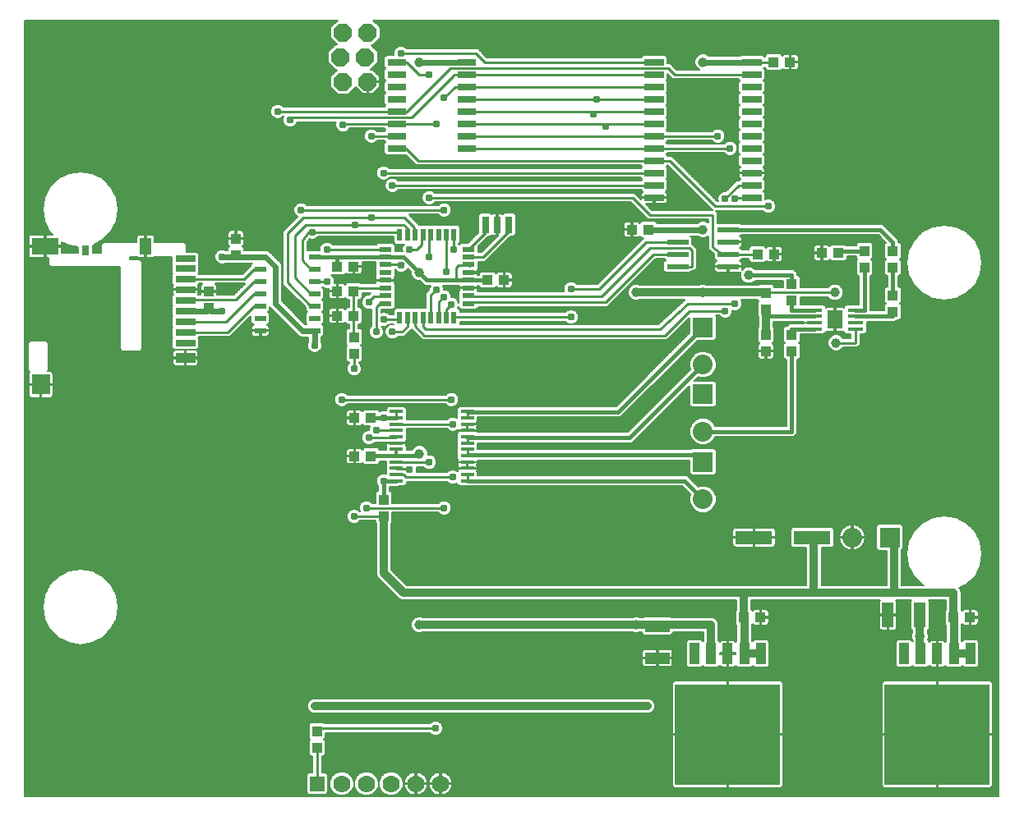
<source format=gtl>
G75*
%MOIN*%
%OFA0B0*%
%FSLAX24Y24*%
%IPPOS*%
%LPD*%
%AMOC8*
5,1,8,0,0,1.08239X$1,22.5*
%
%ADD10R,0.0500X0.0220*%
%ADD11R,0.0220X0.0500*%
%ADD12R,0.0276X0.0669*%
%ADD13R,0.0433X0.0394*%
%ADD14R,0.0394X0.0433*%
%ADD15R,0.0550X0.0137*%
%ADD16R,0.0800X0.0800*%
%ADD17C,0.0800*%
%ADD18R,0.0594X0.0594*%
%ADD19C,0.0700*%
%ADD20OC8,0.0740*%
%ADD21R,0.0630X0.0157*%
%ADD22R,0.0618X0.0744*%
%ADD23R,0.4252X0.4098*%
%ADD24R,0.0420X0.0850*%
%ADD25R,0.0984X0.0472*%
%ADD26R,0.0472X0.0984*%
%ADD27R,0.0866X0.0236*%
%ADD28R,0.0800X0.0260*%
%ADD29R,0.1496X0.0551*%
%ADD30R,0.0750X0.0250*%
%ADD31R,0.0787X0.0276*%
%ADD32R,0.0315X0.0394*%
%ADD33R,0.0787X0.0394*%
%ADD34R,0.0472X0.0709*%
%ADD35R,0.1102X0.0709*%
%ADD36R,0.0748X0.0827*%
%ADD37R,0.0472X0.0236*%
%ADD38C,0.0100*%
%ADD39C,0.0310*%
%ADD40C,0.0120*%
%ADD41C,0.0240*%
%ADD42C,0.0320*%
%ADD43C,0.0396*%
%ADD44C,0.0160*%
%ADD45C,0.0050*%
D10*
X024453Y028813D03*
X024453Y029128D03*
X024453Y029443D03*
X024453Y029758D03*
X024453Y030072D03*
X024453Y030387D03*
X024453Y030702D03*
X024453Y031017D03*
X027833Y031017D03*
X027833Y030702D03*
X027833Y030387D03*
X027833Y030072D03*
X027833Y029758D03*
X027833Y029443D03*
X027833Y029128D03*
X027833Y028813D03*
D11*
X027245Y028225D03*
X026930Y028225D03*
X026615Y028225D03*
X026300Y028225D03*
X025985Y028225D03*
X025670Y028225D03*
X025355Y028225D03*
X025040Y028225D03*
X025040Y031605D03*
X025355Y031605D03*
X025670Y031605D03*
X025985Y031605D03*
X026300Y031605D03*
X026615Y031605D03*
X026930Y031605D03*
X027245Y031605D03*
D12*
X028520Y032015D03*
X028993Y032015D03*
X029465Y032015D03*
D13*
X029277Y029765D03*
X028608Y029765D03*
X023177Y029315D03*
X022508Y029315D03*
X022508Y028315D03*
X023177Y028315D03*
X023177Y030315D03*
X022508Y030315D03*
X023208Y024165D03*
X023877Y024165D03*
X023877Y022615D03*
X023208Y022615D03*
X034458Y031815D03*
X035127Y031815D03*
X039558Y030815D03*
X040227Y030815D03*
X042158Y030865D03*
X042827Y030865D03*
X040877Y038615D03*
X040208Y038615D03*
X039677Y016065D03*
X039008Y016065D03*
X047508Y016065D03*
X048177Y016065D03*
D14*
X040943Y026880D03*
X040943Y027550D03*
X039893Y027550D03*
X039893Y026880D03*
X039893Y028580D03*
X039893Y029250D03*
X040943Y028930D03*
X040943Y029600D03*
X043893Y030280D03*
X043893Y030950D03*
X045043Y030950D03*
X045043Y030280D03*
X045043Y029150D03*
X045043Y028480D03*
X024393Y020850D03*
X024393Y020180D03*
X023193Y026780D03*
X023193Y027450D03*
X018393Y030780D03*
X018393Y031450D03*
X017293Y029300D03*
X017293Y028630D03*
X021693Y011450D03*
X021693Y010780D03*
D15*
X024903Y021608D03*
X024903Y021863D03*
X024903Y022119D03*
X024903Y022375D03*
X024903Y022631D03*
X024903Y022887D03*
X024903Y023143D03*
X024903Y023399D03*
X024903Y023655D03*
X024903Y023911D03*
X024903Y024167D03*
X024903Y024422D03*
X027782Y024422D03*
X027782Y024167D03*
X027782Y023911D03*
X027782Y023655D03*
X027782Y023399D03*
X027782Y023143D03*
X027782Y022887D03*
X027782Y022631D03*
X027782Y022375D03*
X027782Y022119D03*
X027782Y021863D03*
X027782Y021608D03*
D16*
X037343Y022379D03*
X037343Y025135D03*
X037343Y027848D03*
X044913Y019315D03*
D17*
X043395Y019315D03*
X037343Y020861D03*
X037343Y023617D03*
X037343Y026330D03*
D18*
X021693Y009315D03*
D19*
X022693Y009315D03*
X023693Y009315D03*
X024693Y009315D03*
X025693Y009315D03*
X026693Y009315D03*
D20*
X023743Y037815D03*
X022743Y037815D03*
X022643Y038815D03*
X023643Y038815D03*
X023743Y039815D03*
X022743Y039815D03*
D21*
X041866Y028549D03*
X041866Y028293D03*
X041866Y028037D03*
X041866Y027781D03*
X043519Y027781D03*
X043519Y028037D03*
X043519Y028293D03*
X043519Y028549D03*
D22*
X042693Y028165D03*
D23*
X046843Y011315D03*
X038343Y011315D03*
D24*
X038343Y014595D03*
X037673Y014595D03*
X037003Y014595D03*
X039013Y014595D03*
X039683Y014595D03*
X045503Y014595D03*
X046173Y014595D03*
X046843Y014595D03*
X047513Y014595D03*
X048183Y014595D03*
D25*
X035493Y014415D03*
X035493Y015715D03*
D26*
X044843Y016165D03*
X046142Y016165D03*
D27*
X038366Y030315D03*
X038366Y030815D03*
X038366Y031315D03*
X038366Y031815D03*
X036319Y031815D03*
X036319Y031315D03*
X036319Y030815D03*
X036319Y030315D03*
D28*
X035363Y033115D03*
X035363Y033615D03*
X035363Y034115D03*
X035363Y034615D03*
X035363Y035115D03*
X035363Y035615D03*
X035363Y036115D03*
X035363Y036615D03*
X035363Y037115D03*
X035363Y037615D03*
X035363Y038115D03*
X035363Y038615D03*
X039323Y038615D03*
X039323Y038115D03*
X039323Y037615D03*
X039323Y037115D03*
X039323Y036615D03*
X039323Y036115D03*
X039323Y035615D03*
X039323Y035115D03*
X039323Y034615D03*
X039323Y034115D03*
X039323Y033615D03*
X039323Y033115D03*
D29*
X039411Y019315D03*
X041774Y019315D03*
D30*
X027763Y035115D03*
X027763Y035615D03*
X027763Y036115D03*
X027763Y036615D03*
X027763Y037115D03*
X027763Y037615D03*
X027763Y038115D03*
X027763Y038615D03*
X024923Y038615D03*
X024923Y038115D03*
X024923Y037615D03*
X024923Y037115D03*
X024923Y036615D03*
X024923Y036115D03*
X024923Y035615D03*
X024923Y035115D03*
D31*
X016350Y030621D03*
X016350Y030246D03*
X016350Y029813D03*
X016350Y029380D03*
X016350Y028947D03*
X016350Y028514D03*
X016350Y028081D03*
X016350Y027648D03*
X016350Y027215D03*
D32*
X012295Y030975D03*
D33*
X016350Y026605D03*
D34*
X014736Y031132D03*
D35*
X010661Y031132D03*
D36*
X010484Y025522D03*
D37*
X019390Y027715D03*
X019390Y028215D03*
X019390Y028715D03*
X019390Y029215D03*
X019390Y029715D03*
X019390Y030215D03*
X019390Y030715D03*
X021595Y030715D03*
X021595Y030215D03*
X021595Y029715D03*
X021595Y029215D03*
X021595Y028715D03*
X021595Y028215D03*
X021595Y027715D03*
D38*
X021595Y028715D02*
X021443Y028715D01*
X020493Y029665D01*
X020493Y031665D01*
X021143Y032315D01*
X023893Y032315D01*
X025243Y032315D01*
X025643Y031915D01*
X025643Y031633D01*
X025670Y031605D01*
X025693Y031627D01*
X025943Y031565D02*
X025943Y031215D01*
X025743Y031015D01*
X025443Y031015D01*
X025070Y030387D02*
X025093Y030365D01*
X025070Y030387D02*
X024453Y030387D01*
X024450Y031015D02*
X024453Y031017D01*
X024450Y031015D02*
X022093Y031015D01*
X021493Y031715D02*
X021343Y031715D01*
X021093Y031365D01*
X021093Y030565D01*
X021443Y030215D01*
X021595Y030215D01*
X021595Y029715D02*
X022093Y029715D01*
X021595Y029215D02*
X021443Y029215D01*
X020793Y029865D01*
X020793Y031565D01*
X021243Y032015D01*
X023143Y032015D01*
X023243Y032015D01*
X025193Y032015D01*
X025355Y031852D01*
X025355Y031605D01*
X025040Y031605D02*
X025030Y031715D01*
X021493Y031715D01*
X021043Y032615D02*
X026843Y032615D01*
X026243Y033115D02*
X034493Y033115D01*
X035193Y032415D01*
X037743Y032415D01*
X037743Y031115D01*
X038143Y030815D01*
X038366Y030815D01*
X039558Y030815D01*
X039893Y029265D02*
X042693Y029265D01*
X043519Y027781D02*
X043519Y027215D01*
X042743Y027215D01*
X038643Y028815D02*
X036743Y028815D01*
X035593Y027765D01*
X026093Y027765D01*
X025985Y027872D01*
X025985Y028225D01*
X026293Y028265D02*
X026300Y028225D01*
X026300Y029158D01*
X026543Y029365D01*
X026843Y029065D02*
X026615Y028887D01*
X026615Y028225D01*
X026930Y028225D02*
X026930Y028552D01*
X027143Y028765D01*
X027293Y028265D02*
X027245Y028225D01*
X027293Y028265D02*
X031993Y028265D01*
X033243Y029115D02*
X035193Y031065D01*
X036793Y031065D01*
X036893Y030965D01*
X036893Y030315D01*
X036319Y030315D01*
X036319Y030815D02*
X035343Y030815D01*
X033393Y028865D01*
X027893Y028865D01*
X027843Y028815D01*
X027833Y028813D01*
X027843Y029115D02*
X027833Y029128D01*
X027843Y029115D02*
X033243Y029115D01*
X033143Y029415D02*
X035043Y031315D01*
X036319Y031315D01*
X037843Y032765D02*
X035993Y034615D01*
X035363Y034615D01*
X025793Y034615D01*
X025293Y035115D01*
X024923Y035115D01*
X024923Y035615D02*
X023893Y035615D01*
X024923Y036115D02*
X022793Y036115D01*
X022743Y036065D01*
X020693Y036365D02*
X020593Y036265D01*
X020693Y036365D02*
X025543Y036365D01*
X027243Y038065D01*
X027243Y038115D01*
X027763Y038115D01*
X035363Y038115D01*
X035363Y037615D02*
X027763Y037615D01*
X027293Y037615D01*
X026843Y037165D01*
X027763Y037115D02*
X033043Y037115D01*
X035363Y037115D01*
X035363Y036615D02*
X033043Y036615D01*
X032893Y036515D01*
X032793Y036615D01*
X027763Y036615D01*
X027763Y036115D02*
X033293Y036115D01*
X033393Y036015D01*
X033493Y036115D01*
X035363Y036115D01*
X035363Y035615D02*
X027763Y035615D01*
X027763Y035115D02*
X035363Y035115D01*
X038443Y035115D01*
X037943Y035615D02*
X035363Y035615D01*
X035363Y034115D02*
X024393Y034115D01*
X024743Y033615D02*
X035363Y033615D01*
X037843Y032765D02*
X039993Y032765D01*
X039323Y033115D02*
X038693Y033115D01*
X038643Y033065D01*
X038243Y033065D02*
X038793Y033615D01*
X039323Y033615D01*
X039323Y038115D02*
X036193Y038115D01*
X035943Y038365D01*
X027093Y038365D01*
X025343Y036615D01*
X024923Y036615D01*
X020093Y036615D01*
X024923Y036615D02*
X025290Y036565D01*
X024923Y036115D02*
X026543Y036115D01*
X026243Y038115D02*
X025843Y038115D01*
X025343Y038615D01*
X024923Y038615D01*
X025093Y038965D02*
X028143Y038965D01*
X028493Y038615D01*
X035363Y038615D01*
X035343Y038615D01*
X039323Y038615D02*
X040208Y038615D01*
X039323Y038115D02*
X039293Y038115D01*
X033143Y029415D02*
X031993Y029415D01*
X029465Y031737D02*
X029465Y032015D01*
X029465Y031737D02*
X028430Y030702D01*
X027833Y030702D01*
X027833Y030387D02*
X027810Y030365D01*
X027443Y030365D01*
X027343Y030265D01*
X027343Y029765D01*
X027825Y029765D02*
X028093Y029765D01*
X027883Y030337D02*
X027833Y030387D01*
X027833Y031017D02*
X028520Y031705D01*
X028520Y032015D01*
X027245Y031605D02*
X027243Y031565D01*
X027243Y031015D01*
X026943Y031565D02*
X026943Y030115D01*
X026243Y030715D02*
X026243Y031548D01*
X026300Y031605D01*
X025985Y031605D02*
X025943Y031565D01*
X025040Y031605D02*
X025040Y031713D01*
X025043Y031715D01*
X025003Y031755D01*
X026930Y031605D02*
X026943Y031565D01*
X024453Y029443D02*
X023305Y029443D01*
X023177Y029315D01*
X023177Y028315D01*
X023177Y027515D01*
X023193Y027450D01*
X023193Y026780D02*
X023193Y026165D01*
X022693Y024915D02*
X027143Y024915D01*
X027782Y024422D02*
X027793Y024415D01*
X027793Y024215D01*
X027782Y024167D01*
X027193Y023915D02*
X024943Y023915D01*
X024903Y023911D01*
X024893Y024165D02*
X024903Y024167D01*
X024893Y024215D01*
X024893Y024415D01*
X024903Y024422D01*
X024903Y023655D02*
X024153Y023655D01*
X024093Y023665D01*
X023793Y023365D02*
X024893Y023365D01*
X024903Y023399D01*
X024893Y023165D02*
X024912Y023152D01*
X024903Y023143D02*
X024893Y023165D01*
X024903Y022375D02*
X024943Y022365D01*
X026243Y022365D01*
X025443Y022065D02*
X025393Y022115D01*
X024943Y022115D01*
X024903Y022119D01*
X024903Y021863D02*
X025194Y021863D01*
X025293Y021765D01*
X027193Y021765D01*
X027782Y021863D02*
X027793Y021815D01*
X027793Y021615D01*
X027782Y021608D01*
X027782Y022631D02*
X027793Y022665D01*
X027793Y022865D01*
X027782Y022887D01*
X027782Y023143D02*
X027793Y023165D01*
X027793Y023365D01*
X027782Y023399D01*
X024943Y021615D02*
X024903Y021608D01*
X023693Y020515D02*
X026843Y020515D01*
X024393Y020180D02*
X023108Y020180D01*
X023193Y020165D01*
X026043Y027515D02*
X035793Y027515D01*
X036793Y028515D01*
X038243Y028515D01*
X026043Y027515D02*
X025670Y027887D01*
X025670Y028225D01*
X025355Y028225D02*
X025355Y027878D01*
X025143Y027665D01*
X024743Y027665D01*
X024943Y028165D02*
X024393Y028165D01*
X024093Y027665D02*
X024093Y028665D01*
X024240Y028813D01*
X024453Y028813D01*
X024443Y029115D02*
X023993Y029115D01*
X023793Y028915D01*
X023793Y028865D01*
X024443Y029115D02*
X024453Y029128D01*
X024993Y028215D02*
X025040Y028225D01*
X024993Y028215D02*
X024943Y028165D01*
X019390Y028715D02*
X019143Y028715D01*
X018076Y027648D01*
X016350Y027648D01*
X016350Y028081D02*
X018009Y028081D01*
X019143Y029215D01*
X019390Y029215D01*
X019390Y029715D02*
X019143Y029715D01*
X018393Y028965D01*
X016210Y028965D01*
X016350Y028947D01*
X016350Y029813D02*
X018741Y029813D01*
X019143Y030215D01*
X019390Y030215D01*
X035493Y015765D02*
X035493Y015715D01*
X026493Y011565D02*
X021708Y011565D01*
X021693Y011450D01*
X021693Y010780D02*
X021693Y009315D01*
D39*
X021593Y012465D03*
X026493Y011565D03*
X035093Y012465D03*
X026843Y020515D03*
X027193Y021765D03*
X026243Y022365D03*
X025443Y022065D03*
X024393Y021615D03*
X023693Y020515D03*
X023193Y020165D03*
X023793Y023365D03*
X024093Y023665D03*
X024393Y024165D03*
X022693Y024915D03*
X023193Y026165D03*
X021593Y027115D03*
X023793Y028865D03*
X024393Y028165D03*
X024093Y027665D03*
X024743Y027665D03*
X026543Y029365D03*
X026843Y029065D03*
X027143Y028765D03*
X026943Y030115D03*
X026243Y030715D03*
X025443Y031015D03*
X025093Y030365D03*
X023243Y031365D03*
X023243Y032015D03*
X023893Y032315D03*
X024743Y033615D03*
X024393Y034115D03*
X023893Y035615D03*
X022743Y036065D03*
X020593Y036265D03*
X020093Y036615D03*
X021043Y032615D03*
X021493Y031715D03*
X022093Y031015D03*
X022093Y029715D03*
X026243Y033115D03*
X026843Y032615D03*
X027243Y031015D03*
X031993Y029415D03*
X031993Y028265D03*
X027143Y024915D03*
X027193Y023915D03*
X017843Y028515D03*
X017843Y030715D03*
X026243Y038115D03*
X026843Y037165D03*
X026543Y036115D03*
X025093Y038965D03*
X033043Y037115D03*
X032893Y036515D03*
X033393Y036015D03*
X037943Y035615D03*
X038443Y035115D03*
X038643Y033065D03*
X038243Y033065D03*
X039993Y032765D03*
X038643Y028815D03*
X038243Y028515D03*
D40*
X024903Y022887D02*
X024903Y022631D01*
D41*
X021593Y027115D02*
X021593Y027713D01*
X021595Y027715D01*
X021093Y027715D01*
X019993Y028815D01*
X019993Y030315D01*
X019593Y030715D01*
X019390Y030715D01*
X018393Y030715D01*
X018393Y030780D01*
X018393Y030715D02*
X017843Y030715D01*
X017293Y028630D02*
X017226Y028514D01*
X016350Y028514D01*
X017293Y028630D02*
X017408Y028515D01*
X017843Y028515D01*
X025843Y038615D02*
X027763Y038615D01*
X035127Y031815D02*
X036319Y031815D01*
X037343Y031815D01*
X037343Y038615D02*
X039323Y038615D01*
D42*
X039893Y029265D02*
X037343Y029265D01*
X034643Y029265D01*
X037343Y029265D02*
X037343Y029250D01*
X039893Y029265D02*
X039893Y029250D01*
X039893Y028580D02*
X039893Y028265D01*
X039893Y027550D01*
X041774Y019315D02*
X041843Y019315D01*
X041843Y017065D01*
X038993Y017065D01*
X025193Y017065D01*
X024393Y017865D01*
X024393Y020180D01*
X025843Y015765D02*
X034643Y015765D01*
X035493Y015765D01*
X037673Y015765D01*
X037673Y014595D01*
X039013Y014595D02*
X039013Y016065D01*
X039008Y016065D01*
X038993Y016065D01*
X038993Y017065D01*
X039013Y014595D02*
X039683Y014595D01*
X041843Y017065D02*
X045093Y017065D01*
X045093Y019315D01*
X044913Y019315D01*
X045093Y017065D02*
X047508Y017065D01*
X047508Y016065D01*
X047513Y016065D01*
X047513Y014595D01*
X048183Y014595D01*
X046173Y014595D02*
X046143Y015315D01*
X046142Y016165D01*
X046143Y015315D02*
X046173Y015315D01*
X035093Y012465D02*
X021593Y012465D01*
D43*
X025843Y015765D03*
X025843Y022715D03*
X025843Y030065D03*
X034643Y029265D03*
X037343Y029265D03*
X039193Y029965D03*
X037343Y031815D03*
X042693Y029265D03*
X042743Y027215D03*
X037343Y038615D03*
X025843Y038615D03*
X034643Y015765D03*
X046143Y015315D03*
D44*
X037343Y020861D02*
X036589Y021615D01*
X027793Y021615D01*
X027793Y022665D02*
X037057Y022665D01*
X037343Y022379D01*
X037343Y023617D02*
X040943Y023617D01*
X040943Y026880D01*
X040943Y027550D02*
X040943Y027781D01*
X041866Y027781D01*
X041866Y028293D02*
X039893Y028293D01*
X039893Y028265D01*
X040943Y028549D02*
X040943Y028930D01*
X040943Y028549D02*
X041866Y028549D01*
X040943Y029600D02*
X040943Y029965D01*
X039193Y029965D01*
X038366Y031815D02*
X044543Y031815D01*
X045043Y031315D01*
X045043Y030950D01*
X045043Y030280D02*
X045043Y029150D01*
X045043Y028480D02*
X045043Y028293D01*
X043519Y028293D01*
X043519Y028549D02*
X043893Y028549D01*
X043893Y030280D01*
X043893Y030950D02*
X042827Y030950D01*
X042827Y030865D01*
X037343Y027848D02*
X033910Y024415D01*
X027793Y024415D01*
X027793Y023365D02*
X034378Y023365D01*
X037343Y026330D01*
X028608Y029765D02*
X028600Y029758D01*
X027833Y029758D01*
X027825Y029765D01*
X027343Y029765D01*
X026143Y029765D01*
X025843Y030065D01*
X025193Y030715D01*
X024465Y030715D01*
X024453Y030702D01*
X024440Y030715D01*
X022493Y030715D01*
X022493Y030330D01*
X022508Y030315D01*
X022493Y030715D02*
X021595Y030715D01*
X023877Y024165D02*
X024393Y024165D01*
X024893Y024165D01*
X025843Y022715D02*
X025759Y022631D01*
X024903Y022631D01*
X023893Y022631D01*
X023877Y022615D01*
X024393Y021615D02*
X024400Y021608D01*
X024903Y021608D01*
X024393Y021615D02*
X024393Y020850D01*
D45*
X009843Y008815D02*
X009843Y040315D01*
X022514Y040315D01*
X022228Y040028D01*
X022228Y039602D01*
X022499Y039330D01*
X022429Y039330D01*
X022128Y039028D01*
X022128Y038602D01*
X022429Y038300D01*
X022499Y038300D01*
X022228Y038028D01*
X022228Y037602D01*
X022529Y037300D01*
X022956Y037300D01*
X023257Y037601D01*
X023538Y037320D01*
X023718Y037320D01*
X023718Y037790D01*
X023768Y037790D01*
X023768Y037840D01*
X024238Y037840D01*
X024238Y038020D01*
X023948Y038310D01*
X023866Y038310D01*
X024158Y038602D01*
X024158Y039028D01*
X023886Y039300D01*
X023956Y039300D01*
X024258Y039602D01*
X024258Y040028D01*
X023971Y040315D01*
X049343Y040315D01*
X049343Y008815D01*
X009843Y008815D01*
X009843Y008856D02*
X022507Y008856D01*
X022594Y008820D02*
X022791Y008820D01*
X022973Y008895D01*
X023112Y009035D01*
X023188Y009217D01*
X023188Y009413D01*
X023112Y009595D01*
X022973Y009735D01*
X022791Y009810D01*
X022594Y009810D01*
X022412Y009735D01*
X022273Y009595D01*
X022198Y009413D01*
X022198Y009217D01*
X022273Y009035D01*
X022412Y008895D01*
X022594Y008820D01*
X022403Y008905D02*
X022081Y008905D01*
X022049Y008873D02*
X022134Y008958D01*
X022134Y009672D01*
X022049Y009757D01*
X021888Y009757D01*
X021888Y010419D01*
X021949Y010419D01*
X022034Y010504D01*
X022034Y011057D01*
X021976Y011115D01*
X022034Y011173D01*
X022034Y011370D01*
X026263Y011370D01*
X026323Y011311D01*
X026433Y011265D01*
X026552Y011265D01*
X026663Y011311D01*
X026747Y011395D01*
X026793Y011505D01*
X026793Y011625D01*
X026747Y011735D01*
X026663Y011819D01*
X026552Y011865D01*
X026433Y011865D01*
X026323Y011819D01*
X026263Y011760D01*
X022001Y011760D01*
X021949Y011811D01*
X021436Y011811D01*
X021351Y011726D01*
X021351Y011173D01*
X021409Y011115D01*
X021351Y011057D01*
X021351Y010504D01*
X021436Y010419D01*
X021498Y010419D01*
X021498Y009757D01*
X021336Y009757D01*
X021251Y009672D01*
X021251Y008958D01*
X021336Y008873D01*
X022049Y008873D01*
X022129Y008953D02*
X022355Y008953D01*
X022306Y009002D02*
X022134Y009002D01*
X022134Y009050D02*
X022267Y009050D01*
X022246Y009099D02*
X022134Y009099D01*
X022134Y009147D02*
X022226Y009147D01*
X022206Y009196D02*
X022134Y009196D01*
X022134Y009244D02*
X022198Y009244D01*
X022198Y009293D02*
X022134Y009293D01*
X022134Y009341D02*
X022198Y009341D01*
X022198Y009390D02*
X022134Y009390D01*
X022134Y009438D02*
X022208Y009438D01*
X022228Y009487D02*
X022134Y009487D01*
X022134Y009535D02*
X022248Y009535D01*
X022268Y009584D02*
X022134Y009584D01*
X022134Y009632D02*
X022310Y009632D01*
X022358Y009681D02*
X022126Y009681D01*
X022077Y009729D02*
X022407Y009729D01*
X022516Y009778D02*
X021888Y009778D01*
X021888Y009826D02*
X036092Y009826D01*
X036092Y009778D02*
X026806Y009778D01*
X026804Y009778D02*
X026730Y009790D01*
X026718Y009790D01*
X026718Y009340D01*
X027168Y009340D01*
X027168Y009352D01*
X027156Y009426D01*
X027133Y009497D01*
X027099Y009564D01*
X027055Y009624D01*
X027002Y009677D01*
X026942Y009721D01*
X026875Y009755D01*
X026804Y009778D01*
X026718Y009778D02*
X026668Y009778D01*
X026668Y009790D02*
X026668Y009340D01*
X026718Y009340D01*
X026718Y009290D01*
X027168Y009290D01*
X027168Y009278D01*
X027156Y009204D01*
X027133Y009133D01*
X027099Y009066D01*
X027055Y009006D01*
X027002Y008953D01*
X026942Y008909D01*
X026875Y008875D01*
X026804Y008852D01*
X026730Y008840D01*
X026718Y008840D01*
X026718Y009290D01*
X026668Y009290D01*
X026668Y008840D01*
X026655Y008840D01*
X026581Y008852D01*
X026510Y008875D01*
X026444Y008909D01*
X026383Y008953D01*
X026002Y008953D01*
X026055Y009006D01*
X026099Y009066D01*
X026133Y009133D01*
X026156Y009204D01*
X026168Y009278D01*
X026168Y009290D01*
X025718Y009290D01*
X025718Y009340D01*
X026168Y009340D01*
X026168Y009352D01*
X026156Y009426D01*
X026133Y009497D01*
X026099Y009564D01*
X026055Y009624D01*
X026002Y009677D01*
X025942Y009721D01*
X025875Y009755D01*
X025804Y009778D01*
X025730Y009790D01*
X025718Y009790D01*
X025718Y009340D01*
X025668Y009340D01*
X025668Y009790D01*
X025655Y009790D01*
X025581Y009778D01*
X025510Y009755D01*
X025444Y009721D01*
X025383Y009677D01*
X025330Y009624D01*
X025286Y009564D01*
X025252Y009497D01*
X025229Y009426D01*
X025218Y009352D01*
X025218Y009340D01*
X025668Y009340D01*
X025668Y009290D01*
X025718Y009290D01*
X025718Y008840D01*
X025730Y008840D01*
X025804Y008852D01*
X025875Y008875D01*
X025942Y008909D01*
X026002Y008953D01*
X026051Y009002D02*
X026334Y009002D01*
X026330Y009006D02*
X026383Y008953D01*
X026330Y009006D02*
X026286Y009066D01*
X026252Y009133D01*
X026229Y009204D01*
X026218Y009278D01*
X026218Y009290D01*
X026668Y009290D01*
X026668Y009340D01*
X026218Y009340D01*
X026218Y009352D01*
X026229Y009426D01*
X026252Y009497D01*
X026286Y009564D01*
X026330Y009624D01*
X026383Y009677D01*
X026444Y009721D01*
X026510Y009755D01*
X026581Y009778D01*
X026655Y009790D01*
X026668Y009790D01*
X026668Y009729D02*
X026718Y009729D01*
X026718Y009681D02*
X026668Y009681D01*
X026668Y009632D02*
X026718Y009632D01*
X026718Y009584D02*
X026668Y009584D01*
X026668Y009535D02*
X026718Y009535D01*
X026718Y009487D02*
X026668Y009487D01*
X026668Y009438D02*
X026718Y009438D01*
X026718Y009390D02*
X026668Y009390D01*
X026668Y009341D02*
X026718Y009341D01*
X026718Y009293D02*
X036092Y009293D01*
X036092Y009249D02*
X036100Y009218D01*
X036117Y009189D01*
X036140Y009166D01*
X036168Y009149D01*
X036200Y009141D01*
X038318Y009141D01*
X038318Y011290D01*
X038368Y011290D01*
X038368Y011340D01*
X040594Y011340D01*
X040594Y013381D01*
X040585Y013412D01*
X040569Y013441D01*
X040545Y013464D01*
X040517Y013481D01*
X040485Y013489D01*
X038368Y013489D01*
X038368Y011340D01*
X038318Y011340D01*
X038318Y013489D01*
X036200Y013489D01*
X036168Y013481D01*
X036140Y013464D01*
X036117Y013441D01*
X036100Y013412D01*
X036092Y013381D01*
X036092Y011340D01*
X038318Y011340D01*
X038318Y011290D01*
X036092Y011290D01*
X036092Y009249D01*
X036093Y009244D02*
X027162Y009244D01*
X027153Y009196D02*
X036113Y009196D01*
X036177Y009147D02*
X027137Y009147D01*
X027115Y009099D02*
X049343Y009099D01*
X049343Y009147D02*
X049008Y009147D01*
X049017Y009149D02*
X049045Y009166D01*
X049069Y009189D01*
X049085Y009218D01*
X049094Y009249D01*
X049094Y011290D01*
X046868Y011290D01*
X046868Y011340D01*
X049094Y011340D01*
X049094Y013381D01*
X049085Y013412D01*
X049069Y013441D01*
X049045Y013464D01*
X049017Y013481D01*
X048985Y013489D01*
X046868Y013489D01*
X046868Y011340D01*
X046818Y011340D01*
X046818Y013489D01*
X044700Y013489D01*
X044668Y013481D01*
X044640Y013464D01*
X044617Y013441D01*
X044600Y013412D01*
X044592Y013381D01*
X044592Y011340D01*
X046818Y011340D01*
X046818Y011290D01*
X046868Y011290D01*
X046868Y009141D01*
X048985Y009141D01*
X049017Y009149D01*
X049072Y009196D02*
X049343Y009196D01*
X049343Y009244D02*
X049092Y009244D01*
X049094Y009293D02*
X049343Y009293D01*
X049343Y009341D02*
X049094Y009341D01*
X049094Y009390D02*
X049343Y009390D01*
X049343Y009438D02*
X049094Y009438D01*
X049094Y009487D02*
X049343Y009487D01*
X049343Y009535D02*
X049094Y009535D01*
X049094Y009584D02*
X049343Y009584D01*
X049343Y009632D02*
X049094Y009632D01*
X049094Y009681D02*
X049343Y009681D01*
X049343Y009729D02*
X049094Y009729D01*
X049094Y009778D02*
X049343Y009778D01*
X049343Y009826D02*
X049094Y009826D01*
X049094Y009875D02*
X049343Y009875D01*
X049343Y009923D02*
X049094Y009923D01*
X049094Y009972D02*
X049343Y009972D01*
X049343Y010020D02*
X049094Y010020D01*
X049094Y010069D02*
X049343Y010069D01*
X049343Y010117D02*
X049094Y010117D01*
X049094Y010166D02*
X049343Y010166D01*
X049343Y010214D02*
X049094Y010214D01*
X049094Y010263D02*
X049343Y010263D01*
X049343Y010311D02*
X049094Y010311D01*
X049094Y010360D02*
X049343Y010360D01*
X049343Y010408D02*
X049094Y010408D01*
X049094Y010457D02*
X049343Y010457D01*
X049343Y010505D02*
X049094Y010505D01*
X049094Y010554D02*
X049343Y010554D01*
X049343Y010602D02*
X049094Y010602D01*
X049094Y010651D02*
X049343Y010651D01*
X049343Y010699D02*
X049094Y010699D01*
X049094Y010748D02*
X049343Y010748D01*
X049343Y010796D02*
X049094Y010796D01*
X049094Y010845D02*
X049343Y010845D01*
X049343Y010893D02*
X049094Y010893D01*
X049094Y010942D02*
X049343Y010942D01*
X049343Y010990D02*
X049094Y010990D01*
X049094Y011039D02*
X049343Y011039D01*
X049343Y011087D02*
X049094Y011087D01*
X049094Y011136D02*
X049343Y011136D01*
X049343Y011184D02*
X049094Y011184D01*
X049094Y011233D02*
X049343Y011233D01*
X049343Y011281D02*
X049094Y011281D01*
X049094Y011378D02*
X049343Y011378D01*
X049343Y011330D02*
X046868Y011330D01*
X046868Y011378D02*
X046818Y011378D01*
X046818Y011330D02*
X038368Y011330D01*
X038368Y011290D02*
X040594Y011290D01*
X040594Y009249D01*
X040585Y009218D01*
X040569Y009189D01*
X040545Y009166D01*
X040517Y009149D01*
X040485Y009141D01*
X038368Y009141D01*
X038368Y011290D01*
X038368Y011281D02*
X038318Y011281D01*
X038318Y011233D02*
X038368Y011233D01*
X038368Y011184D02*
X038318Y011184D01*
X038318Y011136D02*
X038368Y011136D01*
X038368Y011087D02*
X038318Y011087D01*
X038318Y011039D02*
X038368Y011039D01*
X038368Y010990D02*
X038318Y010990D01*
X038318Y010942D02*
X038368Y010942D01*
X038368Y010893D02*
X038318Y010893D01*
X038318Y010845D02*
X038368Y010845D01*
X038368Y010796D02*
X038318Y010796D01*
X038318Y010748D02*
X038368Y010748D01*
X038368Y010699D02*
X038318Y010699D01*
X038318Y010651D02*
X038368Y010651D01*
X038368Y010602D02*
X038318Y010602D01*
X038318Y010554D02*
X038368Y010554D01*
X038368Y010505D02*
X038318Y010505D01*
X038318Y010457D02*
X038368Y010457D01*
X038368Y010408D02*
X038318Y010408D01*
X038318Y010360D02*
X038368Y010360D01*
X038368Y010311D02*
X038318Y010311D01*
X038318Y010263D02*
X038368Y010263D01*
X038368Y010214D02*
X038318Y010214D01*
X038318Y010166D02*
X038368Y010166D01*
X038368Y010117D02*
X038318Y010117D01*
X038318Y010069D02*
X038368Y010069D01*
X038368Y010020D02*
X038318Y010020D01*
X038318Y009972D02*
X038368Y009972D01*
X038368Y009923D02*
X038318Y009923D01*
X038318Y009875D02*
X038368Y009875D01*
X038368Y009826D02*
X038318Y009826D01*
X038318Y009778D02*
X038368Y009778D01*
X038368Y009729D02*
X038318Y009729D01*
X038318Y009681D02*
X038368Y009681D01*
X038368Y009632D02*
X038318Y009632D01*
X038318Y009584D02*
X038368Y009584D01*
X038368Y009535D02*
X038318Y009535D01*
X038318Y009487D02*
X038368Y009487D01*
X038368Y009438D02*
X038318Y009438D01*
X038318Y009390D02*
X038368Y009390D01*
X038368Y009341D02*
X038318Y009341D01*
X038318Y009293D02*
X038368Y009293D01*
X038368Y009244D02*
X038318Y009244D01*
X038318Y009196D02*
X038368Y009196D01*
X038368Y009147D02*
X038318Y009147D01*
X036092Y009341D02*
X027168Y009341D01*
X027162Y009390D02*
X036092Y009390D01*
X036092Y009438D02*
X027152Y009438D01*
X027136Y009487D02*
X036092Y009487D01*
X036092Y009535D02*
X027114Y009535D01*
X027085Y009584D02*
X036092Y009584D01*
X036092Y009632D02*
X027047Y009632D01*
X026998Y009681D02*
X036092Y009681D01*
X036092Y009729D02*
X026926Y009729D01*
X026579Y009778D02*
X025806Y009778D01*
X025718Y009778D02*
X025668Y009778D01*
X025668Y009729D02*
X025718Y009729D01*
X025718Y009681D02*
X025668Y009681D01*
X025668Y009632D02*
X025718Y009632D01*
X025718Y009584D02*
X025668Y009584D01*
X025668Y009535D02*
X025718Y009535D01*
X025718Y009487D02*
X025668Y009487D01*
X025668Y009438D02*
X025718Y009438D01*
X025718Y009390D02*
X025668Y009390D01*
X025668Y009341D02*
X025718Y009341D01*
X025718Y009293D02*
X026668Y009293D01*
X026668Y009244D02*
X026718Y009244D01*
X026718Y009196D02*
X026668Y009196D01*
X026668Y009147D02*
X026718Y009147D01*
X026718Y009099D02*
X026668Y009099D01*
X026668Y009050D02*
X026718Y009050D01*
X026718Y009002D02*
X026668Y009002D01*
X026668Y008953D02*
X026718Y008953D01*
X026718Y008905D02*
X026668Y008905D01*
X026668Y008856D02*
X026718Y008856D01*
X026817Y008856D02*
X049343Y008856D01*
X049343Y008905D02*
X026933Y008905D01*
X027002Y008953D02*
X049343Y008953D01*
X049343Y009002D02*
X027051Y009002D01*
X027087Y009050D02*
X049343Y009050D01*
X049343Y011427D02*
X049094Y011427D01*
X049094Y011475D02*
X049343Y011475D01*
X049343Y011524D02*
X049094Y011524D01*
X049094Y011572D02*
X049343Y011572D01*
X049343Y011621D02*
X049094Y011621D01*
X049094Y011669D02*
X049343Y011669D01*
X049343Y011718D02*
X049094Y011718D01*
X049094Y011766D02*
X049343Y011766D01*
X049343Y011815D02*
X049094Y011815D01*
X049094Y011863D02*
X049343Y011863D01*
X049343Y011912D02*
X049094Y011912D01*
X049094Y011960D02*
X049343Y011960D01*
X049343Y012009D02*
X049094Y012009D01*
X049094Y012057D02*
X049343Y012057D01*
X049343Y012106D02*
X049094Y012106D01*
X049094Y012154D02*
X049343Y012154D01*
X049343Y012203D02*
X049094Y012203D01*
X049094Y012251D02*
X049343Y012251D01*
X049343Y012300D02*
X049094Y012300D01*
X049094Y012348D02*
X049343Y012348D01*
X049343Y012397D02*
X049094Y012397D01*
X049094Y012445D02*
X049343Y012445D01*
X049343Y012494D02*
X049094Y012494D01*
X049094Y012542D02*
X049343Y012542D01*
X049343Y012591D02*
X049094Y012591D01*
X049094Y012639D02*
X049343Y012639D01*
X049343Y012688D02*
X049094Y012688D01*
X049094Y012736D02*
X049343Y012736D01*
X049343Y012785D02*
X049094Y012785D01*
X049094Y012833D02*
X049343Y012833D01*
X049343Y012882D02*
X049094Y012882D01*
X049094Y012930D02*
X049343Y012930D01*
X049343Y012979D02*
X049094Y012979D01*
X049094Y013027D02*
X049343Y013027D01*
X049343Y013076D02*
X049094Y013076D01*
X049094Y013124D02*
X049343Y013124D01*
X049343Y013173D02*
X049094Y013173D01*
X049094Y013221D02*
X049343Y013221D01*
X049343Y013270D02*
X049094Y013270D01*
X049094Y013318D02*
X049343Y013318D01*
X049343Y013367D02*
X049094Y013367D01*
X049084Y013415D02*
X049343Y013415D01*
X049343Y013464D02*
X049046Y013464D01*
X049343Y013512D02*
X009843Y013512D01*
X009843Y013464D02*
X036139Y013464D01*
X036102Y013415D02*
X009843Y013415D01*
X009843Y013367D02*
X036092Y013367D01*
X036092Y013318D02*
X009843Y013318D01*
X009843Y013270D02*
X036092Y013270D01*
X036092Y013221D02*
X009843Y013221D01*
X009843Y013173D02*
X036092Y013173D01*
X036092Y013124D02*
X009843Y013124D01*
X009843Y013076D02*
X036092Y013076D01*
X036092Y013027D02*
X009843Y013027D01*
X009843Y012979D02*
X036092Y012979D01*
X036092Y012930D02*
X009843Y012930D01*
X009843Y012882D02*
X036092Y012882D01*
X036092Y012833D02*
X009843Y012833D01*
X009843Y012785D02*
X036092Y012785D01*
X036092Y012736D02*
X035235Y012736D01*
X035265Y012724D02*
X035153Y012770D01*
X021532Y012770D01*
X021420Y012724D01*
X021334Y012638D01*
X021288Y012526D01*
X021288Y012404D01*
X021334Y012292D01*
X021420Y012206D01*
X021532Y012160D01*
X035153Y012160D01*
X035265Y012206D01*
X035351Y012292D01*
X035398Y012404D01*
X035398Y012526D01*
X035351Y012638D01*
X035265Y012724D01*
X035301Y012688D02*
X036092Y012688D01*
X036092Y012639D02*
X035350Y012639D01*
X035371Y012591D02*
X036092Y012591D01*
X036092Y012542D02*
X035391Y012542D01*
X035398Y012494D02*
X036092Y012494D01*
X036092Y012445D02*
X035398Y012445D01*
X035394Y012397D02*
X036092Y012397D01*
X036092Y012348D02*
X035374Y012348D01*
X035354Y012300D02*
X036092Y012300D01*
X036092Y012251D02*
X035310Y012251D01*
X035256Y012203D02*
X036092Y012203D01*
X036092Y012154D02*
X009843Y012154D01*
X009843Y012106D02*
X036092Y012106D01*
X036092Y012057D02*
X009843Y012057D01*
X009843Y012009D02*
X036092Y012009D01*
X036092Y011960D02*
X009843Y011960D01*
X009843Y011912D02*
X036092Y011912D01*
X036092Y011863D02*
X026557Y011863D01*
X026667Y011815D02*
X036092Y011815D01*
X036092Y011766D02*
X026716Y011766D01*
X026754Y011718D02*
X036092Y011718D01*
X036092Y011669D02*
X026774Y011669D01*
X026793Y011621D02*
X036092Y011621D01*
X036092Y011572D02*
X026793Y011572D01*
X026793Y011524D02*
X036092Y011524D01*
X036092Y011475D02*
X026780Y011475D01*
X026760Y011427D02*
X036092Y011427D01*
X036092Y011378D02*
X026730Y011378D01*
X026681Y011330D02*
X038318Y011330D01*
X038318Y011378D02*
X038368Y011378D01*
X038368Y011427D02*
X038318Y011427D01*
X038318Y011475D02*
X038368Y011475D01*
X038368Y011524D02*
X038318Y011524D01*
X038318Y011572D02*
X038368Y011572D01*
X038368Y011621D02*
X038318Y011621D01*
X038318Y011669D02*
X038368Y011669D01*
X038368Y011718D02*
X038318Y011718D01*
X038318Y011766D02*
X038368Y011766D01*
X038368Y011815D02*
X038318Y011815D01*
X038318Y011863D02*
X038368Y011863D01*
X038368Y011912D02*
X038318Y011912D01*
X038318Y011960D02*
X038368Y011960D01*
X038368Y012009D02*
X038318Y012009D01*
X038318Y012057D02*
X038368Y012057D01*
X038368Y012106D02*
X038318Y012106D01*
X038318Y012154D02*
X038368Y012154D01*
X038368Y012203D02*
X038318Y012203D01*
X038318Y012251D02*
X038368Y012251D01*
X038368Y012300D02*
X038318Y012300D01*
X038318Y012348D02*
X038368Y012348D01*
X038368Y012397D02*
X038318Y012397D01*
X038318Y012445D02*
X038368Y012445D01*
X038368Y012494D02*
X038318Y012494D01*
X038318Y012542D02*
X038368Y012542D01*
X038368Y012591D02*
X038318Y012591D01*
X038318Y012639D02*
X038368Y012639D01*
X038368Y012688D02*
X038318Y012688D01*
X038318Y012736D02*
X038368Y012736D01*
X038368Y012785D02*
X038318Y012785D01*
X038318Y012833D02*
X038368Y012833D01*
X038368Y012882D02*
X038318Y012882D01*
X038318Y012930D02*
X038368Y012930D01*
X038368Y012979D02*
X038318Y012979D01*
X038318Y013027D02*
X038368Y013027D01*
X038368Y013076D02*
X038318Y013076D01*
X038318Y013124D02*
X038368Y013124D01*
X038368Y013173D02*
X038318Y013173D01*
X038318Y013221D02*
X038368Y013221D01*
X038368Y013270D02*
X038318Y013270D01*
X038318Y013318D02*
X038368Y013318D01*
X038368Y013367D02*
X038318Y013367D01*
X038318Y013415D02*
X038368Y013415D01*
X038368Y013464D02*
X038318Y013464D01*
X038318Y014045D02*
X038318Y014570D01*
X038368Y014570D01*
X038368Y014620D01*
X038658Y014620D01*
X038658Y014570D01*
X038368Y014570D01*
X038368Y014045D01*
X038569Y014045D01*
X038601Y014054D01*
X038629Y014070D01*
X038653Y014093D01*
X038661Y014107D01*
X038743Y014025D01*
X039283Y014025D01*
X039348Y014090D01*
X039413Y014025D01*
X039953Y014025D01*
X040038Y014110D01*
X040038Y015080D01*
X039953Y015165D01*
X039413Y015165D01*
X039348Y015100D01*
X039318Y015130D01*
X039318Y015756D01*
X039358Y015796D01*
X039361Y015791D01*
X039384Y015768D01*
X039412Y015752D01*
X039444Y015743D01*
X039652Y015743D01*
X039652Y016040D01*
X039702Y016040D01*
X039702Y015743D01*
X039910Y015743D01*
X039942Y015752D01*
X039971Y015768D01*
X039994Y015791D01*
X040010Y015820D01*
X040019Y015852D01*
X040019Y016040D01*
X039702Y016040D01*
X039702Y016090D01*
X039652Y016090D01*
X039652Y016387D01*
X039444Y016387D01*
X039412Y016378D01*
X039384Y016362D01*
X039361Y016339D01*
X039358Y016334D01*
X039298Y016394D01*
X039298Y016760D01*
X044535Y016760D01*
X044530Y016757D01*
X044507Y016734D01*
X044490Y016705D01*
X044482Y016674D01*
X044482Y016190D01*
X044818Y016190D01*
X044818Y016140D01*
X044868Y016140D01*
X044868Y016190D01*
X045204Y016190D01*
X045204Y016674D01*
X045196Y016705D01*
X045179Y016734D01*
X045156Y016757D01*
X045151Y016760D01*
X045804Y016760D01*
X045761Y016717D01*
X045761Y015613D01*
X045837Y015536D01*
X045838Y015475D01*
X045799Y015383D01*
X045799Y015247D01*
X045845Y015138D01*
X045846Y015108D01*
X045838Y015100D01*
X045773Y015165D01*
X045233Y015165D01*
X045148Y015080D01*
X045148Y014110D01*
X045233Y014025D01*
X045773Y014025D01*
X045838Y014090D01*
X045903Y014025D01*
X046443Y014025D01*
X046525Y014107D01*
X046533Y014093D01*
X046556Y014070D01*
X046584Y014054D01*
X046616Y014045D01*
X046818Y014045D01*
X046818Y014570D01*
X046868Y014570D01*
X046868Y014045D01*
X047069Y014045D01*
X047101Y014054D01*
X047129Y014070D01*
X047153Y014093D01*
X047161Y014107D01*
X047243Y014025D01*
X047783Y014025D01*
X047848Y014090D01*
X047913Y014025D01*
X048453Y014025D01*
X048538Y014110D01*
X048538Y015080D01*
X048453Y015165D01*
X047913Y015165D01*
X047848Y015100D01*
X047818Y015130D01*
X047818Y015756D01*
X047858Y015796D01*
X047861Y015791D01*
X047884Y015768D01*
X047912Y015752D01*
X047944Y015743D01*
X048152Y015743D01*
X048152Y016040D01*
X048202Y016040D01*
X048202Y015743D01*
X048410Y015743D01*
X048442Y015752D01*
X048471Y015768D01*
X048494Y015791D01*
X048510Y015820D01*
X048519Y015852D01*
X048519Y016040D01*
X048202Y016040D01*
X048202Y016090D01*
X048152Y016090D01*
X048152Y016387D01*
X047944Y016387D01*
X047912Y016378D01*
X047884Y016362D01*
X047861Y016339D01*
X047858Y016334D01*
X047813Y016378D01*
X047813Y017126D01*
X047767Y017238D01*
X047745Y017259D01*
X048040Y017409D01*
X048382Y017751D01*
X048601Y018182D01*
X048677Y018659D01*
X048601Y019136D01*
X048601Y019136D01*
X048382Y019567D01*
X048382Y019567D01*
X048040Y019909D01*
X048040Y019909D01*
X047609Y020128D01*
X047132Y020204D01*
X047132Y020204D01*
X046654Y020128D01*
X046223Y019909D01*
X045882Y019567D01*
X045662Y019136D01*
X045587Y018659D01*
X045662Y018182D01*
X045662Y018182D01*
X045882Y017751D01*
X046223Y017409D01*
X046223Y017409D01*
X046300Y017370D01*
X045398Y017370D01*
X045398Y018795D01*
X045458Y018855D01*
X045458Y019775D01*
X045373Y019860D01*
X044453Y019860D01*
X044368Y019775D01*
X044368Y018855D01*
X044453Y018770D01*
X044788Y018770D01*
X044788Y017370D01*
X042148Y017370D01*
X042148Y018894D01*
X042582Y018894D01*
X042667Y018979D01*
X042667Y019651D01*
X042582Y019736D01*
X040966Y019736D01*
X040881Y019651D01*
X040881Y018979D01*
X040966Y018894D01*
X041538Y018894D01*
X041538Y017370D01*
X025319Y017370D01*
X024698Y017991D01*
X024698Y019867D01*
X024734Y019904D01*
X024734Y020320D01*
X026613Y020320D01*
X026673Y020261D01*
X026783Y020215D01*
X026902Y020215D01*
X027013Y020261D01*
X027097Y020345D01*
X027143Y020455D01*
X027143Y020575D01*
X027097Y020685D01*
X027013Y020769D01*
X026902Y020815D01*
X026783Y020815D01*
X026673Y020769D01*
X026613Y020710D01*
X024734Y020710D01*
X024734Y021126D01*
X024649Y021211D01*
X024618Y021211D01*
X024618Y021383D01*
X024996Y021383D01*
X025008Y021394D01*
X025238Y021394D01*
X025323Y021479D01*
X025323Y021570D01*
X026963Y021570D01*
X027023Y021511D01*
X027133Y021465D01*
X027252Y021465D01*
X027362Y021510D01*
X027362Y021479D01*
X027447Y021394D01*
X027695Y021394D01*
X027699Y021390D01*
X036496Y021390D01*
X036832Y021053D01*
X036798Y020970D01*
X036798Y020753D01*
X036881Y020552D01*
X037034Y020399D01*
X027119Y020399D01*
X027099Y020351D02*
X037151Y020351D01*
X037234Y020316D02*
X037451Y020316D01*
X037651Y020399D01*
X049343Y020399D01*
X049343Y020351D02*
X037534Y020351D01*
X037651Y020399D02*
X037805Y020552D01*
X037888Y020753D01*
X037888Y020970D01*
X037805Y021170D01*
X037651Y021323D01*
X037451Y021406D01*
X037234Y021406D01*
X037150Y021371D01*
X036682Y021840D01*
X028202Y021840D01*
X028202Y021992D01*
X028177Y022017D01*
X028182Y022034D01*
X028182Y022110D01*
X027791Y022110D01*
X027791Y022129D01*
X027773Y022129D01*
X027773Y022366D01*
X027791Y022366D01*
X027791Y022182D01*
X027791Y022129D01*
X028182Y022129D01*
X028182Y022204D01*
X028173Y022236D01*
X028167Y022247D01*
X028173Y022258D01*
X028182Y022290D01*
X028182Y022366D01*
X027791Y022366D01*
X027791Y022384D01*
X028182Y022384D01*
X028182Y022440D01*
X036798Y022440D01*
X036798Y021919D01*
X036883Y021834D01*
X037803Y021834D01*
X037888Y021919D01*
X037888Y022839D01*
X037803Y022924D01*
X036883Y022924D01*
X036848Y022890D01*
X028202Y022890D01*
X028202Y023140D01*
X034471Y023140D01*
X036798Y025466D01*
X036798Y024675D01*
X036883Y024590D01*
X037803Y024590D01*
X037888Y024675D01*
X037888Y025595D01*
X037803Y025680D01*
X037011Y025680D01*
X037150Y025819D01*
X037234Y025785D01*
X037451Y025785D01*
X037651Y025868D01*
X037805Y026021D01*
X037888Y026221D01*
X037888Y026438D01*
X037805Y026638D01*
X037651Y026792D01*
X037451Y026875D01*
X037234Y026875D01*
X037034Y026792D01*
X036881Y026638D01*
X036798Y026438D01*
X036798Y026221D01*
X036832Y026138D01*
X034285Y023590D01*
X028182Y023590D01*
X028182Y023646D01*
X027791Y023646D01*
X027791Y023664D01*
X027773Y023664D01*
X027773Y023901D01*
X027791Y023901D01*
X027791Y023717D01*
X027791Y023664D01*
X028182Y023664D01*
X028182Y023740D01*
X028173Y023772D01*
X028167Y023783D01*
X028173Y023794D01*
X028182Y023826D01*
X028182Y023901D01*
X027791Y023901D01*
X027791Y023920D01*
X028182Y023920D01*
X028182Y023996D01*
X028177Y024013D01*
X028202Y024038D01*
X028202Y024190D01*
X034003Y024190D01*
X037116Y027303D01*
X037803Y027303D01*
X037888Y027388D01*
X037888Y028308D01*
X037875Y028320D01*
X038013Y028320D01*
X038073Y028261D01*
X038183Y028215D01*
X038302Y028215D01*
X038413Y028261D01*
X038497Y028345D01*
X038543Y028455D01*
X038543Y028532D01*
X038583Y028515D01*
X038702Y028515D01*
X038813Y028561D01*
X038897Y028645D01*
X038943Y028755D01*
X038943Y028875D01*
X038907Y028960D01*
X039564Y028960D01*
X039609Y028915D01*
X039551Y028857D01*
X039551Y028304D01*
X039588Y028267D01*
X039588Y027863D01*
X039551Y027826D01*
X039551Y027273D01*
X039624Y027200D01*
X039619Y027197D01*
X039596Y027174D01*
X039579Y027145D01*
X039571Y027113D01*
X039571Y026905D01*
X039868Y026905D01*
X039868Y026855D01*
X039918Y026855D01*
X039918Y026905D01*
X040214Y026905D01*
X040214Y027113D01*
X040206Y027145D01*
X040189Y027174D01*
X040166Y027197D01*
X040161Y027200D01*
X040234Y027273D01*
X040234Y027826D01*
X040198Y027863D01*
X040198Y028068D01*
X041426Y028068D01*
X041426Y028051D01*
X041851Y028051D01*
X041851Y028023D01*
X041426Y028023D01*
X041426Y028006D01*
X040849Y028006D01*
X040754Y027911D01*
X040686Y027911D01*
X040601Y027826D01*
X040601Y027273D01*
X040659Y027215D01*
X040601Y027157D01*
X040601Y026604D01*
X040686Y026519D01*
X040718Y026519D01*
X040718Y023842D01*
X037839Y023842D01*
X037805Y023926D01*
X037651Y024079D01*
X037451Y024162D01*
X037234Y024162D01*
X037034Y024079D01*
X036881Y023926D01*
X036798Y023725D01*
X036798Y023509D01*
X036881Y023308D01*
X037034Y023155D01*
X037234Y023072D01*
X037451Y023072D01*
X037651Y023155D01*
X037805Y023308D01*
X037839Y023392D01*
X041036Y023392D01*
X041168Y023524D01*
X041168Y026519D01*
X041199Y026519D01*
X041284Y026604D01*
X041284Y027157D01*
X041226Y027215D01*
X041284Y027273D01*
X041284Y027556D01*
X041959Y027556D01*
X041960Y027557D01*
X042241Y027557D01*
X042326Y027642D01*
X042326Y027682D01*
X042335Y027676D01*
X042367Y027668D01*
X042668Y027668D01*
X042668Y028140D01*
X042718Y028140D01*
X042718Y027668D01*
X043018Y027668D01*
X043050Y027676D01*
X043059Y027682D01*
X043059Y027642D01*
X043144Y027557D01*
X043324Y027557D01*
X043324Y027410D01*
X043033Y027410D01*
X042937Y027506D01*
X042811Y027558D01*
X042674Y027558D01*
X042548Y027506D01*
X042452Y027409D01*
X042399Y027283D01*
X042399Y027147D01*
X042452Y027021D01*
X042548Y026924D01*
X042674Y026872D01*
X042811Y026872D01*
X042937Y026924D01*
X043033Y027020D01*
X043600Y027020D01*
X043714Y027134D01*
X043714Y027557D01*
X043894Y027557D01*
X043979Y027642D01*
X043979Y028068D01*
X045136Y028068D01*
X045187Y028119D01*
X045299Y028119D01*
X045384Y028204D01*
X045384Y028757D01*
X045326Y028815D01*
X045384Y028873D01*
X045384Y029426D01*
X045299Y029511D01*
X045268Y029511D01*
X045268Y029919D01*
X045299Y029919D01*
X045384Y030004D01*
X045384Y030557D01*
X045326Y030615D01*
X045384Y030673D01*
X045384Y031226D01*
X045299Y031311D01*
X045268Y031311D01*
X045268Y031408D01*
X045136Y031540D01*
X044636Y032040D01*
X038897Y032040D01*
X038859Y032078D01*
X037938Y032078D01*
X037938Y032496D01*
X037863Y032570D01*
X039763Y032570D01*
X039823Y032511D01*
X039933Y032465D01*
X040052Y032465D01*
X040163Y032511D01*
X040247Y032595D01*
X040293Y032705D01*
X040293Y032825D01*
X040247Y032935D01*
X040163Y033019D01*
X040052Y033065D01*
X039933Y033065D01*
X039868Y033038D01*
X039868Y033305D01*
X039808Y033365D01*
X039868Y033425D01*
X039868Y033805D01*
X039792Y033881D01*
X039799Y033885D01*
X039823Y033908D01*
X039839Y033937D01*
X039848Y033969D01*
X039848Y034090D01*
X039348Y034090D01*
X039348Y034140D01*
X039848Y034140D01*
X039848Y034261D01*
X039839Y034293D01*
X039823Y034322D01*
X039799Y034345D01*
X039792Y034349D01*
X039868Y034425D01*
X039868Y034805D01*
X039808Y034865D01*
X039868Y034925D01*
X039868Y035305D01*
X039808Y035365D01*
X039868Y035425D01*
X039868Y035805D01*
X039808Y035865D01*
X039868Y035925D01*
X039868Y036305D01*
X039808Y036365D01*
X039868Y036425D01*
X039868Y036805D01*
X039808Y036865D01*
X039868Y036925D01*
X039868Y037305D01*
X039808Y037365D01*
X039868Y037425D01*
X039868Y037805D01*
X039808Y037865D01*
X039868Y037925D01*
X039868Y038305D01*
X039808Y038365D01*
X039846Y038404D01*
X039846Y038358D01*
X039931Y038273D01*
X040485Y038273D01*
X040558Y038346D01*
X040561Y038341D01*
X040584Y038318D01*
X040612Y038302D01*
X040644Y038293D01*
X040852Y038293D01*
X040852Y038590D01*
X040902Y038590D01*
X040902Y038293D01*
X041110Y038293D01*
X041142Y038302D01*
X041171Y038318D01*
X041194Y038341D01*
X041210Y038370D01*
X041219Y038402D01*
X041219Y038590D01*
X040902Y038590D01*
X040902Y038640D01*
X040852Y038640D01*
X040852Y038937D01*
X040644Y038937D01*
X040612Y038928D01*
X040584Y038912D01*
X040561Y038889D01*
X040558Y038884D01*
X040485Y038957D01*
X039931Y038957D01*
X039846Y038872D01*
X039846Y038826D01*
X039783Y038890D01*
X038863Y038890D01*
X038853Y038880D01*
X037563Y038880D01*
X037537Y038906D01*
X037411Y038958D01*
X037274Y038958D01*
X037148Y038906D01*
X037052Y038809D01*
X036999Y038683D01*
X036999Y038547D01*
X037052Y038421D01*
X037148Y038324D01*
X037182Y038310D01*
X036273Y038310D01*
X036138Y038446D01*
X036023Y038560D01*
X035908Y038560D01*
X035908Y038805D01*
X035823Y038890D01*
X034903Y038890D01*
X034823Y038810D01*
X028573Y038810D01*
X028223Y039160D01*
X025322Y039160D01*
X025263Y039219D01*
X025152Y039265D01*
X025033Y039265D01*
X024923Y039219D01*
X024838Y039135D01*
X024793Y039025D01*
X024793Y038905D01*
X024801Y038885D01*
X024488Y038885D01*
X024403Y038800D01*
X024403Y038430D01*
X024468Y038365D01*
X024403Y038300D01*
X024403Y037930D01*
X024468Y037865D01*
X024403Y037800D01*
X024403Y037430D01*
X024468Y037365D01*
X024403Y037300D01*
X024403Y036930D01*
X024468Y036865D01*
X024413Y036810D01*
X020322Y036810D01*
X020263Y036869D01*
X020152Y036915D01*
X020033Y036915D01*
X019923Y036869D01*
X019838Y036785D01*
X019793Y036675D01*
X019793Y036555D01*
X019838Y036445D01*
X019923Y036361D01*
X020033Y036315D01*
X020152Y036315D01*
X020263Y036361D01*
X020322Y036420D01*
X020332Y036420D01*
X020293Y036325D01*
X020293Y036205D01*
X020338Y036095D01*
X020423Y036011D01*
X020533Y035965D01*
X020652Y035965D01*
X020763Y036011D01*
X020847Y036095D01*
X020878Y036170D01*
X022461Y036170D01*
X022443Y036125D01*
X022443Y036005D01*
X022488Y035895D01*
X022573Y035811D01*
X022683Y035765D01*
X022802Y035765D01*
X022913Y035811D01*
X022997Y035895D01*
X023007Y035920D01*
X024413Y035920D01*
X024468Y035865D01*
X024413Y035810D01*
X024122Y035810D01*
X024063Y035869D01*
X023952Y035915D01*
X023833Y035915D01*
X023723Y035869D01*
X023638Y035785D01*
X023593Y035675D01*
X023593Y035555D01*
X023638Y035445D01*
X023723Y035361D01*
X023833Y035315D01*
X023952Y035315D01*
X024063Y035361D01*
X024122Y035420D01*
X024413Y035420D01*
X024468Y035365D01*
X024403Y035300D01*
X024403Y034930D01*
X024488Y034845D01*
X025287Y034845D01*
X025598Y034534D01*
X025712Y034420D01*
X034823Y034420D01*
X034878Y034365D01*
X034823Y034310D01*
X024622Y034310D01*
X024563Y034369D01*
X024452Y034415D01*
X024333Y034415D01*
X024223Y034369D01*
X024138Y034285D01*
X024093Y034175D01*
X024093Y034055D01*
X024138Y033945D01*
X024223Y033861D01*
X024333Y033815D01*
X024452Y033815D01*
X024563Y033861D01*
X024622Y033920D01*
X034823Y033920D01*
X034878Y033865D01*
X034823Y033810D01*
X024972Y033810D01*
X024913Y033869D01*
X024802Y033915D01*
X024683Y033915D01*
X024573Y033869D01*
X024488Y033785D01*
X024443Y033675D01*
X024443Y033555D01*
X024488Y033445D01*
X024573Y033361D01*
X024683Y033315D01*
X024802Y033315D01*
X024913Y033361D01*
X024972Y033420D01*
X034823Y033420D01*
X034893Y033349D01*
X034886Y033345D01*
X034863Y033322D01*
X034846Y033293D01*
X034838Y033261D01*
X034838Y033140D01*
X035338Y033140D01*
X035338Y033090D01*
X035388Y033090D01*
X035388Y033140D01*
X035888Y033140D01*
X035888Y033261D01*
X035879Y033293D01*
X035863Y033322D01*
X035839Y033345D01*
X035832Y033349D01*
X035908Y033425D01*
X035908Y033805D01*
X035848Y033865D01*
X035908Y033925D01*
X035908Y034305D01*
X035848Y034365D01*
X035903Y034420D01*
X035912Y034420D01*
X037722Y032610D01*
X035273Y032610D01*
X035023Y032860D01*
X035338Y032860D01*
X035338Y033090D01*
X034838Y033090D01*
X034838Y033046D01*
X034573Y033310D01*
X026472Y033310D01*
X026413Y033369D01*
X026302Y033415D01*
X026183Y033415D01*
X026073Y033369D01*
X025988Y033285D01*
X025943Y033175D01*
X025943Y033055D01*
X025988Y032945D01*
X026073Y032861D01*
X026183Y032815D01*
X026302Y032815D01*
X026413Y032861D01*
X026472Y032920D01*
X034412Y032920D01*
X034998Y032334D01*
X035112Y032220D01*
X037548Y032220D01*
X037548Y032095D01*
X037537Y032106D01*
X037411Y032158D01*
X037274Y032158D01*
X037148Y032106D01*
X037122Y032080D01*
X035481Y032080D01*
X035404Y032157D01*
X034851Y032157D01*
X034777Y032084D01*
X034774Y032089D01*
X034751Y032112D01*
X034723Y032128D01*
X034691Y032137D01*
X034483Y032137D01*
X034483Y031840D01*
X034433Y031840D01*
X034433Y032137D01*
X034225Y032137D01*
X034193Y032128D01*
X034165Y032112D01*
X034141Y032089D01*
X034125Y032060D01*
X034116Y032028D01*
X034116Y031840D01*
X034433Y031840D01*
X034433Y031790D01*
X034483Y031790D01*
X034483Y031493D01*
X034691Y031493D01*
X034723Y031502D01*
X034751Y031518D01*
X034774Y031541D01*
X034777Y031546D01*
X034851Y031473D01*
X034925Y031473D01*
X033062Y029610D01*
X032222Y029610D01*
X032163Y029669D01*
X032052Y029715D01*
X031933Y029715D01*
X031823Y029669D01*
X031738Y029585D01*
X031693Y029475D01*
X031693Y029355D01*
X031711Y029310D01*
X028215Y029310D01*
X028208Y029318D01*
X028208Y029418D01*
X027858Y029418D01*
X027858Y029468D01*
X028208Y029468D01*
X028208Y029533D01*
X028246Y029533D01*
X028246Y029508D01*
X028331Y029423D01*
X028885Y029423D01*
X028958Y029496D01*
X028961Y029491D01*
X028984Y029468D01*
X029012Y029452D01*
X029044Y029443D01*
X029252Y029443D01*
X029252Y029740D01*
X029302Y029740D01*
X029302Y029443D01*
X029510Y029443D01*
X029542Y029452D01*
X029571Y029468D01*
X029594Y029491D01*
X029610Y029520D01*
X029619Y029552D01*
X029619Y029740D01*
X029302Y029740D01*
X029302Y029790D01*
X029252Y029790D01*
X029252Y030087D01*
X029044Y030087D01*
X029012Y030078D01*
X028984Y030062D01*
X028961Y030039D01*
X028958Y030034D01*
X028885Y030107D01*
X028331Y030107D01*
X028246Y030022D01*
X028246Y029983D01*
X028208Y029983D01*
X028208Y030047D01*
X027858Y030047D01*
X027858Y030097D01*
X028208Y030097D01*
X028208Y030197D01*
X028228Y030217D01*
X028228Y030507D01*
X028511Y030507D01*
X028625Y030622D01*
X029539Y031535D01*
X029663Y031535D01*
X029748Y031620D01*
X029748Y032410D01*
X029663Y032495D01*
X029267Y032495D01*
X029215Y032442D01*
X029207Y032450D01*
X029179Y032466D01*
X029147Y032475D01*
X029018Y032475D01*
X029018Y032040D01*
X028968Y032040D01*
X028968Y032475D01*
X028838Y032475D01*
X028807Y032466D01*
X028778Y032450D01*
X028771Y032442D01*
X028718Y032495D01*
X028322Y032495D01*
X028237Y032410D01*
X028237Y031698D01*
X027812Y031272D01*
X027523Y031272D01*
X027466Y031216D01*
X027443Y031238D01*
X027500Y031295D01*
X027500Y031915D01*
X027415Y032000D01*
X025833Y032000D01*
X025723Y032110D01*
X025413Y032420D01*
X026613Y032420D01*
X026673Y032361D01*
X026783Y032315D01*
X026902Y032315D01*
X027013Y032361D01*
X027097Y032445D01*
X027143Y032555D01*
X027143Y032675D01*
X027097Y032785D01*
X027013Y032869D01*
X026902Y032915D01*
X026783Y032915D01*
X026673Y032869D01*
X026613Y032810D01*
X021272Y032810D01*
X021213Y032869D01*
X021102Y032915D01*
X020983Y032915D01*
X020873Y032869D01*
X020788Y032785D01*
X020743Y032675D01*
X020743Y032555D01*
X020788Y032445D01*
X020873Y032361D01*
X020901Y032349D01*
X020298Y031746D01*
X020298Y029584D01*
X020412Y029470D01*
X021214Y028668D01*
X021214Y028537D01*
X021286Y028465D01*
X021214Y028393D01*
X021214Y028037D01*
X021271Y027980D01*
X021202Y027980D01*
X020258Y028925D01*
X020258Y030368D01*
X020217Y030465D01*
X019817Y030865D01*
X019743Y030940D01*
X019712Y030952D01*
X019687Y030978D01*
X019650Y030978D01*
X019645Y030980D01*
X018734Y030980D01*
X018734Y031057D01*
X018661Y031130D01*
X018666Y031133D01*
X018689Y031156D01*
X018706Y031185D01*
X018714Y031217D01*
X018714Y031425D01*
X018418Y031425D01*
X018418Y031475D01*
X018714Y031475D01*
X018714Y031683D01*
X018706Y031714D01*
X018689Y031743D01*
X018666Y031766D01*
X018638Y031783D01*
X018606Y031791D01*
X018418Y031791D01*
X018418Y031475D01*
X018368Y031475D01*
X018368Y031791D01*
X018179Y031791D01*
X018147Y031783D01*
X018119Y031766D01*
X018096Y031743D01*
X018079Y031714D01*
X018071Y031683D01*
X018071Y031475D01*
X018368Y031475D01*
X018368Y031425D01*
X018071Y031425D01*
X018071Y031217D01*
X018079Y031185D01*
X018096Y031156D01*
X018119Y031133D01*
X018124Y031130D01*
X018051Y031057D01*
X018051Y030980D01*
X017987Y030980D01*
X017902Y031015D01*
X017783Y031015D01*
X017673Y030969D01*
X017588Y030885D01*
X017543Y030775D01*
X017543Y030655D01*
X017588Y030545D01*
X017673Y030461D01*
X017783Y030415D01*
X017902Y030415D01*
X017987Y030450D01*
X018104Y030450D01*
X018136Y030419D01*
X018649Y030419D01*
X018681Y030450D01*
X019066Y030450D01*
X019009Y030393D01*
X019009Y030357D01*
X018948Y030296D01*
X018660Y030008D01*
X016889Y030008D01*
X016889Y030011D01*
X016870Y030030D01*
X016889Y030049D01*
X016889Y030818D01*
X016804Y030903D01*
X016397Y030903D01*
X016397Y031212D01*
X016312Y031297D01*
X015097Y031297D01*
X015097Y031503D01*
X015089Y031535D01*
X015072Y031563D01*
X015049Y031587D01*
X015020Y031603D01*
X014989Y031612D01*
X014761Y031612D01*
X014761Y031157D01*
X014711Y031157D01*
X014711Y031612D01*
X014483Y031612D01*
X014451Y031603D01*
X014423Y031587D01*
X014400Y031563D01*
X014383Y031535D01*
X014375Y031503D01*
X014375Y031297D01*
X013022Y031297D01*
X012937Y031212D01*
X012937Y030864D01*
X012597Y030864D01*
X012597Y031181D01*
X013001Y031386D01*
X013343Y031728D01*
X013562Y032159D01*
X013638Y032636D01*
X013562Y033113D01*
X013562Y033113D01*
X013343Y033544D01*
X013001Y033886D01*
X013001Y033886D01*
X012570Y034105D01*
X012093Y034181D01*
X012093Y034181D01*
X011615Y034105D01*
X011184Y033886D01*
X010843Y033544D01*
X010623Y033113D01*
X010548Y032636D01*
X010623Y032159D01*
X010623Y032159D01*
X010843Y031728D01*
X010959Y031612D01*
X010686Y031612D01*
X010686Y031157D01*
X011337Y031157D01*
X011337Y031308D01*
X011615Y031167D01*
X011615Y031167D01*
X011992Y031107D01*
X011992Y030864D01*
X011337Y030864D01*
X011337Y031107D01*
X010686Y031107D01*
X010686Y030653D01*
X010811Y030653D01*
X010811Y030383D01*
X010896Y030298D01*
X013685Y030298D01*
X013685Y026958D01*
X013770Y026873D01*
X014520Y026873D01*
X014605Y026958D01*
X014605Y030503D01*
X014520Y030588D01*
X014093Y030588D01*
X014093Y030712D01*
X014394Y030712D01*
X014400Y030701D01*
X014423Y030678D01*
X014451Y030662D01*
X014483Y030653D01*
X014711Y030653D01*
X014711Y031107D01*
X014761Y031107D01*
X014761Y030653D01*
X014989Y030653D01*
X015020Y030662D01*
X015049Y030678D01*
X015072Y030701D01*
X015078Y030712D01*
X015811Y030712D01*
X015811Y030049D01*
X015830Y030030D01*
X015811Y030011D01*
X015811Y029616D01*
X015847Y029579D01*
X015840Y029566D01*
X015831Y029535D01*
X015831Y029405D01*
X016325Y029405D01*
X016325Y029355D01*
X015831Y029355D01*
X015831Y029226D01*
X014605Y029226D01*
X014605Y029178D02*
X015844Y029178D01*
X015847Y029181D02*
X015811Y029145D01*
X015811Y028749D01*
X015830Y028731D01*
X015811Y028712D01*
X015811Y028316D01*
X015830Y028298D01*
X015811Y028279D01*
X015811Y027883D01*
X015830Y027865D01*
X015811Y027846D01*
X015811Y027450D01*
X015830Y027432D01*
X014605Y027432D01*
X014605Y027480D02*
X015811Y027480D01*
X015811Y027529D02*
X014605Y027529D01*
X014605Y027577D02*
X015811Y027577D01*
X015811Y027626D02*
X014605Y027626D01*
X014605Y027674D02*
X015811Y027674D01*
X015811Y027723D02*
X014605Y027723D01*
X014605Y027771D02*
X015811Y027771D01*
X015811Y027820D02*
X014605Y027820D01*
X014605Y027868D02*
X015827Y027868D01*
X015811Y027917D02*
X014605Y027917D01*
X014605Y027965D02*
X015811Y027965D01*
X015811Y028014D02*
X014605Y028014D01*
X014605Y028062D02*
X015811Y028062D01*
X015811Y028111D02*
X014605Y028111D01*
X014605Y028159D02*
X015811Y028159D01*
X015811Y028208D02*
X014605Y028208D01*
X014605Y028256D02*
X015811Y028256D01*
X015823Y028305D02*
X014605Y028305D01*
X014605Y028353D02*
X015811Y028353D01*
X015811Y028402D02*
X014605Y028402D01*
X014605Y028450D02*
X015811Y028450D01*
X015811Y028499D02*
X014605Y028499D01*
X014605Y028547D02*
X015811Y028547D01*
X015811Y028596D02*
X014605Y028596D01*
X014605Y028644D02*
X015811Y028644D01*
X015811Y028693D02*
X014605Y028693D01*
X014605Y028741D02*
X015820Y028741D01*
X015811Y028790D02*
X014605Y028790D01*
X014605Y028838D02*
X015811Y028838D01*
X015811Y028887D02*
X014605Y028887D01*
X014605Y028935D02*
X015811Y028935D01*
X015811Y028984D02*
X014605Y028984D01*
X014605Y029032D02*
X015811Y029032D01*
X015811Y029081D02*
X014605Y029081D01*
X014605Y029129D02*
X015811Y029129D01*
X015847Y029181D02*
X015840Y029194D01*
X015831Y029226D01*
X015831Y029275D02*
X014605Y029275D01*
X014605Y029323D02*
X015831Y029323D01*
X015831Y029420D02*
X014605Y029420D01*
X014605Y029372D02*
X016325Y029372D01*
X016375Y029372D02*
X016971Y029372D01*
X016971Y029325D02*
X016971Y029533D01*
X016979Y029564D01*
X016996Y029593D01*
X017019Y029616D01*
X017023Y029618D01*
X016889Y029618D01*
X016889Y029616D01*
X016853Y029579D01*
X016860Y029566D01*
X016869Y029535D01*
X016869Y029405D01*
X016375Y029405D01*
X016375Y029355D01*
X016869Y029355D01*
X016869Y029226D01*
X016860Y029194D01*
X016853Y029181D01*
X016874Y029160D01*
X016971Y029160D01*
X016971Y029275D01*
X017268Y029275D01*
X017268Y029325D01*
X016971Y029325D01*
X016971Y029275D02*
X016869Y029275D01*
X016869Y029323D02*
X017268Y029323D01*
X017318Y029323D02*
X018475Y029323D01*
X018426Y029275D02*
X017614Y029275D01*
X017318Y029275D01*
X017318Y029325D01*
X017614Y029325D01*
X017614Y029533D01*
X017606Y029564D01*
X017589Y029593D01*
X017566Y029616D01*
X017562Y029618D01*
X018770Y029618D01*
X018312Y029160D01*
X017614Y029160D01*
X017614Y029275D01*
X017614Y029226D02*
X018378Y029226D01*
X018329Y029178D02*
X017614Y029178D01*
X017614Y029372D02*
X018523Y029372D01*
X018572Y029420D02*
X017614Y029420D01*
X017614Y029469D02*
X018620Y029469D01*
X018669Y029517D02*
X017614Y029517D01*
X017605Y029566D02*
X018717Y029566D01*
X018766Y029614D02*
X017568Y029614D01*
X017017Y029614D02*
X016887Y029614D01*
X016860Y029566D02*
X016980Y029566D01*
X016971Y029517D02*
X016869Y029517D01*
X016869Y029469D02*
X016971Y029469D01*
X016971Y029420D02*
X016869Y029420D01*
X016869Y029226D02*
X016971Y029226D01*
X016971Y029178D02*
X016856Y029178D01*
X016889Y030051D02*
X018702Y030051D01*
X018751Y030099D02*
X016889Y030099D01*
X016889Y030148D02*
X018799Y030148D01*
X018848Y030196D02*
X016889Y030196D01*
X016889Y030245D02*
X018896Y030245D01*
X018945Y030293D02*
X016889Y030293D01*
X016889Y030342D02*
X018993Y030342D01*
X019009Y030390D02*
X016889Y030390D01*
X016889Y030439D02*
X017726Y030439D01*
X017646Y030487D02*
X016889Y030487D01*
X016889Y030536D02*
X017598Y030536D01*
X017572Y030584D02*
X016889Y030584D01*
X016889Y030633D02*
X017552Y030633D01*
X017543Y030681D02*
X016889Y030681D01*
X016889Y030730D02*
X017543Y030730D01*
X017544Y030778D02*
X016889Y030778D01*
X016881Y030827D02*
X017564Y030827D01*
X017584Y030875D02*
X016832Y030875D01*
X016397Y030924D02*
X017627Y030924D01*
X017679Y030972D02*
X016397Y030972D01*
X016397Y031021D02*
X018051Y031021D01*
X018063Y031069D02*
X016397Y031069D01*
X016397Y031118D02*
X018111Y031118D01*
X018090Y031166D02*
X016397Y031166D01*
X016394Y031215D02*
X018071Y031215D01*
X018071Y031263D02*
X016346Y031263D01*
X015811Y030681D02*
X015052Y030681D01*
X014761Y030681D02*
X014711Y030681D01*
X014711Y030730D02*
X014761Y030730D01*
X014761Y030778D02*
X014711Y030778D01*
X014711Y030827D02*
X014761Y030827D01*
X014761Y030875D02*
X014711Y030875D01*
X014711Y030924D02*
X014761Y030924D01*
X014761Y030972D02*
X014711Y030972D01*
X014711Y031021D02*
X014761Y031021D01*
X014761Y031069D02*
X014711Y031069D01*
X014711Y031166D02*
X014761Y031166D01*
X014761Y031215D02*
X014711Y031215D01*
X014711Y031263D02*
X014761Y031263D01*
X014761Y031312D02*
X014711Y031312D01*
X014711Y031360D02*
X014761Y031360D01*
X014761Y031409D02*
X014711Y031409D01*
X014711Y031457D02*
X014761Y031457D01*
X014761Y031506D02*
X014711Y031506D01*
X014711Y031554D02*
X014761Y031554D01*
X014761Y031603D02*
X014711Y031603D01*
X014451Y031603D02*
X013217Y031603D01*
X013266Y031651D02*
X018071Y031651D01*
X018071Y031603D02*
X015021Y031603D01*
X015077Y031554D02*
X018071Y031554D01*
X018071Y031506D02*
X015096Y031506D01*
X015097Y031457D02*
X018368Y031457D01*
X018368Y031506D02*
X018418Y031506D01*
X018418Y031554D02*
X018368Y031554D01*
X018368Y031603D02*
X018418Y031603D01*
X018418Y031651D02*
X018368Y031651D01*
X018368Y031700D02*
X018418Y031700D01*
X018418Y031748D02*
X018368Y031748D01*
X018101Y031748D02*
X013353Y031748D01*
X013343Y031728D02*
X013343Y031728D01*
X013314Y031700D02*
X018075Y031700D01*
X018071Y031409D02*
X015097Y031409D01*
X015097Y031360D02*
X018071Y031360D01*
X018071Y031312D02*
X015097Y031312D01*
X014375Y031312D02*
X012855Y031312D01*
X012950Y031360D02*
X014375Y031360D01*
X014375Y031409D02*
X013023Y031409D01*
X013001Y031386D02*
X013001Y031386D01*
X013072Y031457D02*
X014375Y031457D01*
X014375Y031506D02*
X013120Y031506D01*
X013169Y031554D02*
X014394Y031554D01*
X013476Y031991D02*
X020542Y031991D01*
X020494Y031942D02*
X013452Y031942D01*
X013427Y031894D02*
X020445Y031894D01*
X020397Y031845D02*
X013402Y031845D01*
X013378Y031797D02*
X020348Y031797D01*
X020300Y031748D02*
X018684Y031748D01*
X018710Y031700D02*
X020298Y031700D01*
X020298Y031651D02*
X018714Y031651D01*
X018714Y031603D02*
X020298Y031603D01*
X020298Y031554D02*
X018714Y031554D01*
X018714Y031506D02*
X020298Y031506D01*
X020298Y031457D02*
X018418Y031457D01*
X018714Y031409D02*
X020298Y031409D01*
X020298Y031360D02*
X018714Y031360D01*
X018714Y031312D02*
X020298Y031312D01*
X020298Y031263D02*
X018714Y031263D01*
X018714Y031215D02*
X020298Y031215D01*
X020298Y031166D02*
X018695Y031166D01*
X018674Y031118D02*
X020298Y031118D01*
X020298Y031069D02*
X018722Y031069D01*
X018734Y031021D02*
X020298Y031021D01*
X020298Y030972D02*
X019692Y030972D01*
X019759Y030924D02*
X020298Y030924D01*
X020298Y030875D02*
X019807Y030875D01*
X019856Y030827D02*
X020298Y030827D01*
X020298Y030778D02*
X019904Y030778D01*
X019953Y030730D02*
X020298Y030730D01*
X020298Y030681D02*
X020001Y030681D01*
X020050Y030633D02*
X020298Y030633D01*
X020298Y030584D02*
X020098Y030584D01*
X020147Y030536D02*
X020298Y030536D01*
X020298Y030487D02*
X020195Y030487D01*
X020228Y030439D02*
X020298Y030439D01*
X020298Y030390D02*
X020248Y030390D01*
X020258Y030342D02*
X020298Y030342D01*
X020298Y030293D02*
X020258Y030293D01*
X020258Y030245D02*
X020298Y030245D01*
X020298Y030196D02*
X020258Y030196D01*
X020258Y030148D02*
X020298Y030148D01*
X020298Y030099D02*
X020258Y030099D01*
X020258Y030051D02*
X020298Y030051D01*
X020298Y030002D02*
X020258Y030002D01*
X020258Y029954D02*
X020298Y029954D01*
X020298Y029905D02*
X020258Y029905D01*
X020258Y029857D02*
X020298Y029857D01*
X020298Y029808D02*
X020258Y029808D01*
X020258Y029760D02*
X020298Y029760D01*
X020298Y029711D02*
X020258Y029711D01*
X020258Y029663D02*
X020298Y029663D01*
X020298Y029614D02*
X020258Y029614D01*
X020258Y029566D02*
X020316Y029566D01*
X020365Y029517D02*
X020258Y029517D01*
X020258Y029469D02*
X020413Y029469D01*
X020462Y029420D02*
X020258Y029420D01*
X020258Y029372D02*
X020510Y029372D01*
X020559Y029323D02*
X020258Y029323D01*
X020258Y029275D02*
X020607Y029275D01*
X020656Y029226D02*
X020258Y029226D01*
X020258Y029178D02*
X020704Y029178D01*
X020753Y029129D02*
X020258Y029129D01*
X020258Y029081D02*
X020801Y029081D01*
X020850Y029032D02*
X020258Y029032D01*
X020258Y028984D02*
X020898Y028984D01*
X020947Y028935D02*
X020258Y028935D01*
X020296Y028887D02*
X020995Y028887D01*
X021044Y028838D02*
X020344Y028838D01*
X020393Y028790D02*
X021092Y028790D01*
X021141Y028741D02*
X020441Y028741D01*
X020490Y028693D02*
X021189Y028693D01*
X021214Y028644D02*
X020538Y028644D01*
X020587Y028596D02*
X021214Y028596D01*
X021214Y028547D02*
X020635Y028547D01*
X020684Y028499D02*
X021252Y028499D01*
X021271Y028450D02*
X020732Y028450D01*
X020781Y028402D02*
X021222Y028402D01*
X021214Y028353D02*
X020829Y028353D01*
X020878Y028305D02*
X021214Y028305D01*
X021214Y028256D02*
X020926Y028256D01*
X020975Y028208D02*
X021214Y028208D01*
X021214Y028159D02*
X021023Y028159D01*
X021072Y028111D02*
X021214Y028111D01*
X021214Y028062D02*
X021120Y028062D01*
X021169Y028014D02*
X021237Y028014D01*
X021328Y027450D02*
X021328Y027259D01*
X021293Y027175D01*
X021293Y027055D01*
X021338Y026945D01*
X021423Y026861D01*
X021533Y026815D01*
X021652Y026815D01*
X021763Y026861D01*
X021847Y026945D01*
X021893Y027055D01*
X021893Y027175D01*
X021858Y027259D01*
X021858Y027452D01*
X021891Y027452D01*
X021976Y027537D01*
X021976Y027893D01*
X021904Y027965D01*
X021976Y028037D01*
X021976Y028393D01*
X021904Y028465D01*
X021976Y028537D01*
X021976Y028893D01*
X021904Y028965D01*
X021976Y029037D01*
X021976Y029393D01*
X021904Y029465D01*
X021911Y029472D01*
X021923Y029461D01*
X022033Y029415D01*
X022152Y029415D01*
X022166Y029421D01*
X022166Y029340D01*
X022483Y029340D01*
X022483Y029637D01*
X022385Y029637D01*
X022393Y029655D01*
X022393Y029775D01*
X022347Y029885D01*
X022263Y029969D01*
X022253Y029973D01*
X022785Y029973D01*
X022858Y030046D01*
X022861Y030041D01*
X022884Y030018D01*
X022912Y030002D01*
X022813Y030002D01*
X022912Y030002D02*
X022944Y029993D01*
X023152Y029993D01*
X023152Y030290D01*
X023202Y030290D01*
X023202Y029993D01*
X023410Y029993D01*
X023442Y030002D01*
X023471Y030018D01*
X023494Y030041D01*
X023510Y030070D01*
X023519Y030102D01*
X023519Y030290D01*
X023202Y030290D01*
X023202Y030340D01*
X023519Y030340D01*
X023519Y030490D01*
X024058Y030490D01*
X024058Y029902D01*
X024078Y029882D01*
X024078Y029783D01*
X024428Y029783D01*
X024428Y029733D01*
X024078Y029733D01*
X024078Y029638D01*
X023473Y029638D01*
X023454Y029657D01*
X022901Y029657D01*
X022827Y029584D01*
X022824Y029589D01*
X022801Y029612D01*
X022773Y029628D01*
X022741Y029637D01*
X022533Y029637D01*
X022533Y029340D01*
X022483Y029340D01*
X022483Y029290D01*
X022533Y029290D01*
X022533Y028993D01*
X022741Y028993D01*
X022773Y029002D01*
X022801Y029018D01*
X022824Y029041D01*
X022827Y029046D01*
X022901Y028973D01*
X022982Y028973D01*
X022982Y028657D01*
X022901Y028657D01*
X022827Y028584D01*
X022824Y028589D01*
X022801Y028612D01*
X022773Y028628D01*
X022741Y028637D01*
X022533Y028637D01*
X022533Y028340D01*
X022483Y028340D01*
X022483Y028637D01*
X022275Y028637D01*
X022243Y028628D01*
X022215Y028612D01*
X022191Y028589D01*
X022175Y028560D01*
X022166Y028528D01*
X022166Y028340D01*
X022483Y028340D01*
X022483Y028290D01*
X022533Y028290D01*
X022533Y027993D01*
X022741Y027993D01*
X022773Y028002D01*
X022801Y028018D01*
X022824Y028041D01*
X022827Y028046D01*
X022901Y027973D01*
X022982Y027973D01*
X022982Y027811D01*
X022936Y027811D01*
X022851Y027726D01*
X022851Y027173D01*
X022909Y027115D01*
X022851Y027057D01*
X022851Y026504D01*
X022936Y026419D01*
X022998Y026419D01*
X022998Y026394D01*
X022938Y026335D01*
X022893Y026225D01*
X022893Y026105D01*
X022938Y025995D01*
X023023Y025911D01*
X023133Y025865D01*
X023252Y025865D01*
X023363Y025911D01*
X023447Y025995D01*
X023493Y026105D01*
X023493Y026225D01*
X023447Y026335D01*
X023388Y026394D01*
X023388Y026419D01*
X023449Y026419D01*
X023534Y026504D01*
X023534Y027057D01*
X023476Y027115D01*
X023534Y027173D01*
X023534Y027726D01*
X023449Y027811D01*
X023372Y027811D01*
X023372Y027973D01*
X023454Y027973D01*
X023539Y028058D01*
X023539Y028572D01*
X023454Y028657D01*
X023372Y028657D01*
X023372Y028973D01*
X023454Y028973D01*
X023539Y029058D01*
X023539Y029248D01*
X023849Y029248D01*
X023767Y029165D01*
X023733Y029165D01*
X023623Y029119D01*
X023538Y029035D01*
X023493Y028925D01*
X023493Y028805D01*
X023538Y028695D01*
X023623Y028611D01*
X023733Y028565D01*
X023852Y028565D01*
X023898Y028584D01*
X023898Y027894D01*
X023838Y027835D01*
X023793Y027725D01*
X023793Y027605D01*
X023838Y027495D01*
X023923Y027411D01*
X024033Y027365D01*
X024152Y027365D01*
X024263Y027411D01*
X024347Y027495D01*
X024393Y027605D01*
X024393Y027725D01*
X024347Y027835D01*
X024305Y027876D01*
X024333Y027865D01*
X024452Y027865D01*
X024563Y027911D01*
X024622Y027970D01*
X024785Y027970D01*
X024785Y027965D01*
X024683Y027965D01*
X024573Y027919D01*
X024488Y027835D01*
X024443Y027725D01*
X024443Y027605D01*
X024488Y027495D01*
X024573Y027411D01*
X024683Y027365D01*
X024802Y027365D01*
X024913Y027411D01*
X024972Y027470D01*
X025223Y027470D01*
X025338Y027584D01*
X025518Y027764D01*
X025848Y027434D01*
X025962Y027320D01*
X035873Y027320D01*
X035988Y027434D01*
X036798Y028244D01*
X036798Y027621D01*
X033817Y024640D01*
X027699Y024640D01*
X027695Y024636D01*
X027447Y024636D01*
X027362Y024551D01*
X027362Y024170D01*
X027252Y024215D01*
X027133Y024215D01*
X027023Y024169D01*
X026963Y024110D01*
X025323Y024110D01*
X025323Y024551D01*
X025238Y024636D01*
X024568Y024636D01*
X024483Y024551D01*
X024483Y024452D01*
X024452Y024465D01*
X024333Y024465D01*
X024236Y024425D01*
X024154Y024507D01*
X023601Y024507D01*
X023527Y024434D01*
X023524Y024439D01*
X023501Y024462D01*
X023473Y024478D01*
X023441Y024487D01*
X023233Y024487D01*
X023233Y024190D01*
X023183Y024190D01*
X023183Y024487D01*
X022975Y024487D01*
X022943Y024478D01*
X022915Y024462D01*
X022891Y024439D01*
X022875Y024410D01*
X022866Y024378D01*
X022866Y024190D01*
X023183Y024190D01*
X023183Y024140D01*
X023233Y024140D01*
X023233Y023843D01*
X023441Y023843D01*
X023473Y023852D01*
X023501Y023868D01*
X023524Y023891D01*
X023533Y023891D01*
X023527Y023896D02*
X023601Y023823D01*
X023833Y023823D01*
X023793Y023725D01*
X023793Y023665D01*
X023733Y023665D01*
X023623Y023619D01*
X023538Y023535D01*
X023493Y023425D01*
X023493Y023305D01*
X023538Y023195D01*
X023623Y023111D01*
X023733Y023065D01*
X023852Y023065D01*
X023963Y023111D01*
X024022Y023170D01*
X024503Y023170D01*
X024503Y023152D01*
X024894Y023152D01*
X024894Y023134D01*
X024503Y023134D01*
X024503Y023058D01*
X024508Y023040D01*
X024483Y023016D01*
X024483Y022856D01*
X024239Y022856D01*
X024239Y022872D01*
X024154Y022957D01*
X023601Y022957D01*
X023527Y022884D01*
X023524Y022889D01*
X023501Y022912D01*
X023473Y022928D01*
X023441Y022937D01*
X023233Y022937D01*
X023233Y022640D01*
X023183Y022640D01*
X023183Y022937D01*
X022975Y022937D01*
X022943Y022928D01*
X022915Y022912D01*
X022891Y022889D01*
X022875Y022860D01*
X022866Y022828D01*
X022866Y022640D01*
X023183Y022640D01*
X023183Y022590D01*
X023233Y022590D01*
X023233Y022293D01*
X023441Y022293D01*
X023473Y022302D01*
X023501Y022318D01*
X023524Y022341D01*
X023527Y022346D01*
X023601Y022273D01*
X024154Y022273D01*
X024239Y022358D01*
X024239Y022406D01*
X024483Y022406D01*
X024483Y021902D01*
X024452Y021915D01*
X024333Y021915D01*
X024223Y021869D01*
X024138Y021785D01*
X024093Y021675D01*
X024093Y021555D01*
X024138Y021445D01*
X024168Y021416D01*
X024168Y021211D01*
X024136Y021211D01*
X024051Y021126D01*
X024051Y020710D01*
X023922Y020710D01*
X023863Y020769D01*
X023752Y020815D01*
X023633Y020815D01*
X023523Y020769D01*
X023438Y020685D01*
X023393Y020575D01*
X023393Y020455D01*
X023426Y020375D01*
X023406Y020375D01*
X023363Y020419D01*
X023252Y020465D01*
X023133Y020465D01*
X023023Y020419D01*
X022938Y020335D01*
X022893Y020225D01*
X022893Y020105D01*
X022938Y019995D01*
X023023Y019911D01*
X023133Y019865D01*
X023252Y019865D01*
X023363Y019911D01*
X023437Y019985D01*
X024051Y019985D01*
X024051Y019904D01*
X024088Y019867D01*
X024088Y017804D01*
X024134Y017692D01*
X024220Y017606D01*
X024934Y016892D01*
X025020Y016806D01*
X025132Y016760D01*
X038688Y016760D01*
X038688Y016363D01*
X038646Y016322D01*
X038646Y015808D01*
X038708Y015747D01*
X038708Y015130D01*
X038661Y015083D01*
X038653Y015097D01*
X038629Y015120D01*
X038601Y015136D01*
X038569Y015145D01*
X038368Y015145D01*
X038368Y014620D01*
X038318Y014620D01*
X038318Y015145D01*
X038116Y015145D01*
X038084Y015136D01*
X038056Y015120D01*
X038033Y015097D01*
X038025Y015083D01*
X037978Y015130D01*
X037978Y015826D01*
X037931Y015938D01*
X037845Y016024D01*
X037733Y016070D01*
X036071Y016070D01*
X036045Y016096D01*
X034940Y016096D01*
X034915Y016070D01*
X034803Y016070D01*
X034711Y016108D01*
X034574Y016108D01*
X034482Y016070D01*
X026003Y016070D01*
X025911Y016108D01*
X025774Y016108D01*
X025648Y016056D01*
X025552Y015959D01*
X025499Y015833D01*
X025499Y015697D01*
X025552Y015571D01*
X025648Y015474D01*
X025774Y015422D01*
X025911Y015422D01*
X026003Y015460D01*
X034482Y015460D01*
X034574Y015422D01*
X034711Y015422D01*
X034803Y015460D01*
X034855Y015460D01*
X034855Y015418D01*
X034940Y015333D01*
X036045Y015333D01*
X036130Y015418D01*
X036130Y015460D01*
X037368Y015460D01*
X037368Y015130D01*
X037338Y015100D01*
X037273Y015165D01*
X036733Y015165D01*
X036648Y015080D01*
X036648Y014110D01*
X036733Y014025D01*
X037273Y014025D01*
X037338Y014090D01*
X037403Y014025D01*
X037943Y014025D01*
X038025Y014107D01*
X038033Y014093D01*
X038056Y014070D01*
X038084Y014054D01*
X038116Y014045D01*
X038318Y014045D01*
X038318Y014046D02*
X038368Y014046D01*
X038368Y014094D02*
X038318Y014094D01*
X038318Y014143D02*
X038368Y014143D01*
X038368Y014191D02*
X038318Y014191D01*
X038318Y014240D02*
X038368Y014240D01*
X038368Y014288D02*
X038318Y014288D01*
X038318Y014337D02*
X038368Y014337D01*
X038368Y014385D02*
X038318Y014385D01*
X038318Y014434D02*
X038368Y014434D01*
X038368Y014482D02*
X038318Y014482D01*
X038318Y014531D02*
X038368Y014531D01*
X038368Y014579D02*
X038658Y014579D01*
X038368Y014628D02*
X038318Y014628D01*
X038318Y014620D02*
X038028Y014620D01*
X038028Y014570D01*
X038318Y014570D01*
X038318Y014620D01*
X038318Y014579D02*
X038028Y014579D01*
X038318Y014676D02*
X038368Y014676D01*
X038368Y014725D02*
X038318Y014725D01*
X038318Y014773D02*
X038368Y014773D01*
X038368Y014822D02*
X038318Y014822D01*
X038318Y014870D02*
X038368Y014870D01*
X038368Y014919D02*
X038318Y014919D01*
X038318Y014967D02*
X038368Y014967D01*
X038368Y015016D02*
X038318Y015016D01*
X038318Y015064D02*
X038368Y015064D01*
X038368Y015113D02*
X038318Y015113D01*
X038048Y015113D02*
X037995Y015113D01*
X037978Y015161D02*
X038708Y015161D01*
X038708Y015210D02*
X037978Y015210D01*
X037978Y015258D02*
X038708Y015258D01*
X038708Y015307D02*
X037978Y015307D01*
X037978Y015355D02*
X038708Y015355D01*
X038708Y015404D02*
X037978Y015404D01*
X037978Y015452D02*
X038708Y015452D01*
X038708Y015501D02*
X037978Y015501D01*
X037978Y015549D02*
X038708Y015549D01*
X038708Y015598D02*
X037978Y015598D01*
X037978Y015646D02*
X038708Y015646D01*
X038708Y015695D02*
X037978Y015695D01*
X037978Y015743D02*
X038708Y015743D01*
X038663Y015792D02*
X037978Y015792D01*
X037972Y015840D02*
X038646Y015840D01*
X038646Y015889D02*
X037952Y015889D01*
X037931Y015937D02*
X038646Y015937D01*
X038646Y015986D02*
X037883Y015986D01*
X037820Y016034D02*
X038646Y016034D01*
X038646Y016083D02*
X036058Y016083D01*
X036130Y015452D02*
X037368Y015452D01*
X037368Y015404D02*
X036115Y015404D01*
X036066Y015355D02*
X037368Y015355D01*
X037368Y015307D02*
X013063Y015307D01*
X013112Y015355D02*
X034919Y015355D01*
X034870Y015404D02*
X013160Y015404D01*
X013209Y015452D02*
X025702Y015452D01*
X025622Y015501D02*
X013257Y015501D01*
X013306Y015549D02*
X025573Y015549D01*
X025541Y015598D02*
X013348Y015598D01*
X013343Y015586D02*
X013562Y016017D01*
X013638Y016494D01*
X013562Y016971D01*
X013562Y016971D01*
X013343Y017402D01*
X013343Y017402D01*
X013001Y017744D01*
X013001Y017744D01*
X012570Y017963D01*
X012093Y018039D01*
X012093Y018039D01*
X011615Y017963D01*
X011184Y017744D01*
X010843Y017402D01*
X010623Y016971D01*
X010548Y016494D01*
X010623Y016017D01*
X010623Y016017D01*
X010843Y015586D01*
X011184Y015244D01*
X011615Y015025D01*
X012093Y014949D01*
X012570Y015025D01*
X013001Y015244D01*
X013343Y015586D01*
X013343Y015586D01*
X013373Y015646D02*
X025520Y015646D01*
X025500Y015695D02*
X013398Y015695D01*
X013423Y015743D02*
X025499Y015743D01*
X025499Y015792D02*
X013447Y015792D01*
X013472Y015840D02*
X025502Y015840D01*
X025522Y015889D02*
X013497Y015889D01*
X013521Y015937D02*
X025542Y015937D01*
X025578Y015986D02*
X013546Y015986D01*
X013562Y016017D02*
X013562Y016017D01*
X013565Y016034D02*
X025626Y016034D01*
X025713Y016083D02*
X013572Y016083D01*
X013580Y016131D02*
X038646Y016131D01*
X038646Y016180D02*
X013588Y016180D01*
X013595Y016228D02*
X038646Y016228D01*
X038646Y016277D02*
X013603Y016277D01*
X013611Y016325D02*
X038650Y016325D01*
X038688Y016374D02*
X013619Y016374D01*
X013626Y016422D02*
X038688Y016422D01*
X038688Y016471D02*
X013634Y016471D01*
X013634Y016519D02*
X038688Y016519D01*
X038688Y016568D02*
X013626Y016568D01*
X013618Y016616D02*
X038688Y016616D01*
X038688Y016665D02*
X013611Y016665D01*
X013603Y016713D02*
X038688Y016713D01*
X039298Y016713D02*
X044495Y016713D01*
X044482Y016665D02*
X039298Y016665D01*
X039298Y016616D02*
X044482Y016616D01*
X044482Y016568D02*
X039298Y016568D01*
X039298Y016519D02*
X044482Y016519D01*
X044482Y016471D02*
X039298Y016471D01*
X039298Y016422D02*
X044482Y016422D01*
X044482Y016374D02*
X039950Y016374D01*
X039942Y016378D02*
X039910Y016387D01*
X039702Y016387D01*
X039702Y016090D01*
X040019Y016090D01*
X040019Y016278D01*
X040010Y016310D01*
X039994Y016339D01*
X039971Y016362D01*
X039942Y016378D01*
X040002Y016325D02*
X044482Y016325D01*
X044482Y016277D02*
X040019Y016277D01*
X040019Y016228D02*
X044482Y016228D01*
X044482Y016140D02*
X044482Y015656D01*
X044490Y015625D01*
X044507Y015596D01*
X044530Y015573D01*
X044559Y015556D01*
X044590Y015548D01*
X044818Y015548D01*
X044818Y016140D01*
X044482Y016140D01*
X044482Y016131D02*
X040019Y016131D01*
X040019Y016180D02*
X044818Y016180D01*
X044818Y016131D02*
X044868Y016131D01*
X044868Y016140D02*
X044868Y015548D01*
X045096Y015548D01*
X045127Y015556D01*
X045156Y015573D01*
X045179Y015596D01*
X045196Y015625D01*
X045204Y015656D01*
X045204Y016140D01*
X044868Y016140D01*
X044868Y016180D02*
X045761Y016180D01*
X045761Y016228D02*
X045204Y016228D01*
X045204Y016277D02*
X045761Y016277D01*
X045761Y016325D02*
X045204Y016325D01*
X045204Y016374D02*
X045761Y016374D01*
X045761Y016422D02*
X045204Y016422D01*
X045204Y016471D02*
X045761Y016471D01*
X045761Y016519D02*
X045204Y016519D01*
X045204Y016568D02*
X045761Y016568D01*
X045761Y016616D02*
X045204Y016616D01*
X045204Y016665D02*
X045761Y016665D01*
X045761Y016713D02*
X045191Y016713D01*
X045204Y016131D02*
X045761Y016131D01*
X045761Y016083D02*
X045204Y016083D01*
X045204Y016034D02*
X045761Y016034D01*
X045761Y015986D02*
X045204Y015986D01*
X045204Y015937D02*
X045761Y015937D01*
X045761Y015889D02*
X045204Y015889D01*
X045204Y015840D02*
X045761Y015840D01*
X045761Y015792D02*
X045204Y015792D01*
X045204Y015743D02*
X045761Y015743D01*
X045761Y015695D02*
X045204Y015695D01*
X045201Y015646D02*
X045761Y015646D01*
X045776Y015598D02*
X045180Y015598D01*
X045100Y015549D02*
X045825Y015549D01*
X045837Y015501D02*
X039318Y015501D01*
X039318Y015549D02*
X044586Y015549D01*
X044506Y015598D02*
X039318Y015598D01*
X039318Y015646D02*
X044485Y015646D01*
X044482Y015695D02*
X039318Y015695D01*
X039318Y015743D02*
X044482Y015743D01*
X044482Y015792D02*
X039994Y015792D01*
X040016Y015840D02*
X044482Y015840D01*
X044482Y015889D02*
X040019Y015889D01*
X040019Y015937D02*
X044482Y015937D01*
X044482Y015986D02*
X040019Y015986D01*
X040019Y016034D02*
X044482Y016034D01*
X044482Y016083D02*
X039702Y016083D01*
X039702Y016131D02*
X039652Y016131D01*
X039652Y016180D02*
X039702Y016180D01*
X039702Y016228D02*
X039652Y016228D01*
X039652Y016277D02*
X039702Y016277D01*
X039702Y016325D02*
X039652Y016325D01*
X039652Y016374D02*
X039702Y016374D01*
X039404Y016374D02*
X039318Y016374D01*
X039652Y016034D02*
X039702Y016034D01*
X039702Y015986D02*
X039652Y015986D01*
X039652Y015937D02*
X039702Y015937D01*
X039702Y015889D02*
X039652Y015889D01*
X039652Y015840D02*
X039702Y015840D01*
X039702Y015792D02*
X039652Y015792D01*
X039361Y015792D02*
X039353Y015792D01*
X039318Y015452D02*
X045828Y015452D01*
X045808Y015404D02*
X039318Y015404D01*
X039318Y015355D02*
X045799Y015355D01*
X045799Y015307D02*
X039318Y015307D01*
X039318Y015258D02*
X045799Y015258D01*
X045815Y015210D02*
X039318Y015210D01*
X039318Y015161D02*
X039409Y015161D01*
X039360Y015113D02*
X039335Y015113D01*
X038690Y015113D02*
X038637Y015113D01*
X038653Y014094D02*
X038673Y014094D01*
X038722Y014046D02*
X038571Y014046D01*
X038114Y014046D02*
X037963Y014046D01*
X038012Y014094D02*
X038032Y014094D01*
X037382Y014046D02*
X037293Y014046D01*
X036712Y014046D02*
X009843Y014046D01*
X009843Y014094D02*
X034909Y014094D01*
X034900Y014102D02*
X034924Y014079D01*
X034952Y014063D01*
X034984Y014054D01*
X035468Y014054D01*
X035468Y014390D01*
X035518Y014390D01*
X035518Y014440D01*
X036110Y014440D01*
X036110Y014668D01*
X036101Y014700D01*
X036085Y014728D01*
X036061Y014752D01*
X036033Y014768D01*
X036001Y014777D01*
X035518Y014777D01*
X035518Y014440D01*
X035468Y014440D01*
X035468Y014390D01*
X034875Y014390D01*
X034875Y014163D01*
X034884Y014131D01*
X034900Y014102D01*
X034881Y014143D02*
X009843Y014143D01*
X009843Y014191D02*
X034875Y014191D01*
X034875Y014240D02*
X009843Y014240D01*
X009843Y014288D02*
X034875Y014288D01*
X034875Y014337D02*
X009843Y014337D01*
X009843Y014385D02*
X034875Y014385D01*
X034875Y014440D02*
X035468Y014440D01*
X035468Y014777D01*
X034984Y014777D01*
X034952Y014768D01*
X034924Y014752D01*
X034900Y014728D01*
X034884Y014700D01*
X034875Y014668D01*
X034875Y014440D01*
X034875Y014482D02*
X009843Y014482D01*
X009843Y014434D02*
X035468Y014434D01*
X035468Y014482D02*
X035518Y014482D01*
X035518Y014434D02*
X036648Y014434D01*
X036648Y014482D02*
X036110Y014482D01*
X036110Y014531D02*
X036648Y014531D01*
X036648Y014579D02*
X036110Y014579D01*
X036110Y014628D02*
X036648Y014628D01*
X036648Y014676D02*
X036108Y014676D01*
X036087Y014725D02*
X036648Y014725D01*
X036648Y014773D02*
X036015Y014773D01*
X036110Y014390D02*
X035518Y014390D01*
X035518Y014054D01*
X036001Y014054D01*
X036033Y014063D01*
X036061Y014079D01*
X036085Y014102D01*
X036101Y014131D01*
X036110Y014163D01*
X036110Y014390D01*
X036110Y014385D02*
X036648Y014385D01*
X036648Y014337D02*
X036110Y014337D01*
X036110Y014288D02*
X036648Y014288D01*
X036648Y014240D02*
X036110Y014240D01*
X036110Y014191D02*
X036648Y014191D01*
X036648Y014143D02*
X036104Y014143D01*
X036076Y014094D02*
X036663Y014094D01*
X036648Y014822D02*
X009843Y014822D01*
X009843Y014870D02*
X036648Y014870D01*
X036648Y014919D02*
X009843Y014919D01*
X009843Y014967D02*
X011979Y014967D01*
X012093Y014949D02*
X012093Y014949D01*
X012206Y014967D02*
X036648Y014967D01*
X036648Y015016D02*
X012513Y015016D01*
X012570Y015025D02*
X012570Y015025D01*
X012647Y015064D02*
X036648Y015064D01*
X036680Y015113D02*
X012743Y015113D01*
X012838Y015161D02*
X036729Y015161D01*
X037277Y015161D02*
X037368Y015161D01*
X037368Y015210D02*
X012933Y015210D01*
X013001Y015244D02*
X013001Y015244D01*
X013015Y015258D02*
X037368Y015258D01*
X037350Y015113D02*
X037325Y015113D01*
X035518Y014773D02*
X035468Y014773D01*
X035468Y014725D02*
X035518Y014725D01*
X035518Y014676D02*
X035468Y014676D01*
X035468Y014628D02*
X035518Y014628D01*
X035518Y014579D02*
X035468Y014579D01*
X035468Y014531D02*
X035518Y014531D01*
X035518Y014385D02*
X035468Y014385D01*
X035468Y014337D02*
X035518Y014337D01*
X035518Y014288D02*
X035468Y014288D01*
X035468Y014240D02*
X035518Y014240D01*
X035518Y014191D02*
X035468Y014191D01*
X035468Y014143D02*
X035518Y014143D01*
X035518Y014094D02*
X035468Y014094D01*
X034875Y014531D02*
X009843Y014531D01*
X009843Y014579D02*
X034875Y014579D01*
X034875Y014628D02*
X009843Y014628D01*
X009843Y014676D02*
X034878Y014676D01*
X034898Y014725D02*
X009843Y014725D01*
X009843Y014773D02*
X034971Y014773D01*
X034855Y015452D02*
X034784Y015452D01*
X034502Y015452D02*
X025984Y015452D01*
X025973Y016083D02*
X034513Y016083D01*
X034773Y016083D02*
X034927Y016083D01*
X038563Y018963D02*
X038587Y018939D01*
X038615Y018923D01*
X038647Y018914D01*
X039386Y018914D01*
X039386Y019290D01*
X038538Y019290D01*
X038538Y019023D01*
X038547Y018991D01*
X038563Y018963D01*
X038582Y018944D02*
X024698Y018944D01*
X024698Y018896D02*
X040964Y018896D01*
X040916Y018944D02*
X040241Y018944D01*
X040236Y018939D02*
X040260Y018963D01*
X040276Y018991D01*
X040285Y019023D01*
X040285Y019290D01*
X039436Y019290D01*
X039436Y018914D01*
X040176Y018914D01*
X040208Y018923D01*
X040236Y018939D01*
X040276Y018993D02*
X040881Y018993D01*
X040881Y019041D02*
X040285Y019041D01*
X040285Y019090D02*
X040881Y019090D01*
X040881Y019138D02*
X040285Y019138D01*
X040285Y019187D02*
X040881Y019187D01*
X040881Y019235D02*
X040285Y019235D01*
X040285Y019284D02*
X040881Y019284D01*
X040881Y019332D02*
X039436Y019332D01*
X039436Y019340D02*
X040285Y019340D01*
X040285Y019607D01*
X040276Y019639D01*
X040260Y019667D01*
X040236Y019691D01*
X040208Y019707D01*
X040176Y019716D01*
X039436Y019716D01*
X039436Y019340D01*
X039386Y019340D01*
X039386Y019290D01*
X039436Y019290D01*
X039436Y019340D01*
X039436Y019381D02*
X039386Y019381D01*
X039386Y019340D02*
X039386Y019716D01*
X038647Y019716D01*
X038615Y019707D01*
X038587Y019691D01*
X038563Y019667D01*
X038547Y019639D01*
X038538Y019607D01*
X038538Y019340D01*
X039386Y019340D01*
X039386Y019332D02*
X024698Y019332D01*
X024698Y019284D02*
X038538Y019284D01*
X038538Y019235D02*
X024698Y019235D01*
X024698Y019187D02*
X038538Y019187D01*
X038538Y019138D02*
X024698Y019138D01*
X024698Y019090D02*
X038538Y019090D01*
X038538Y019041D02*
X024698Y019041D01*
X024698Y018993D02*
X038547Y018993D01*
X038538Y019381D02*
X024698Y019381D01*
X024698Y019429D02*
X038538Y019429D01*
X038538Y019478D02*
X024698Y019478D01*
X024698Y019526D02*
X038538Y019526D01*
X038538Y019575D02*
X024698Y019575D01*
X024698Y019623D02*
X038543Y019623D01*
X038568Y019672D02*
X024698Y019672D01*
X024698Y019720D02*
X040950Y019720D01*
X040902Y019672D02*
X040255Y019672D01*
X040280Y019623D02*
X040881Y019623D01*
X040881Y019575D02*
X040285Y019575D01*
X040285Y019526D02*
X040881Y019526D01*
X040881Y019478D02*
X040285Y019478D01*
X040285Y019429D02*
X040881Y019429D01*
X040881Y019381D02*
X040285Y019381D01*
X039436Y019429D02*
X039386Y019429D01*
X039386Y019478D02*
X039436Y019478D01*
X039436Y019526D02*
X039386Y019526D01*
X039386Y019575D02*
X039436Y019575D01*
X039436Y019623D02*
X039386Y019623D01*
X039386Y019672D02*
X039436Y019672D01*
X039436Y019284D02*
X039386Y019284D01*
X039386Y019235D02*
X039436Y019235D01*
X039436Y019187D02*
X039386Y019187D01*
X039386Y019138D02*
X039436Y019138D01*
X039436Y019090D02*
X039386Y019090D01*
X039386Y019041D02*
X039436Y019041D01*
X039436Y018993D02*
X039386Y018993D01*
X039386Y018944D02*
X039436Y018944D01*
X041538Y018847D02*
X024698Y018847D01*
X024698Y018799D02*
X041538Y018799D01*
X041538Y018750D02*
X024698Y018750D01*
X024698Y018702D02*
X041538Y018702D01*
X041538Y018653D02*
X024698Y018653D01*
X024698Y018605D02*
X041538Y018605D01*
X041538Y018556D02*
X024698Y018556D01*
X024698Y018508D02*
X041538Y018508D01*
X041538Y018459D02*
X024698Y018459D01*
X024698Y018411D02*
X041538Y018411D01*
X041538Y018362D02*
X024698Y018362D01*
X024698Y018314D02*
X041538Y018314D01*
X041538Y018265D02*
X024698Y018265D01*
X024698Y018217D02*
X041538Y018217D01*
X041538Y018168D02*
X024698Y018168D01*
X024698Y018120D02*
X041538Y018120D01*
X041538Y018071D02*
X024698Y018071D01*
X024698Y018023D02*
X041538Y018023D01*
X041538Y017974D02*
X024715Y017974D01*
X024763Y017926D02*
X041538Y017926D01*
X041538Y017877D02*
X024812Y017877D01*
X024860Y017829D02*
X041538Y017829D01*
X041538Y017780D02*
X024909Y017780D01*
X024957Y017732D02*
X041538Y017732D01*
X041538Y017683D02*
X025006Y017683D01*
X025054Y017635D02*
X041538Y017635D01*
X041538Y017586D02*
X025103Y017586D01*
X025151Y017538D02*
X041538Y017538D01*
X041538Y017489D02*
X025200Y017489D01*
X025248Y017441D02*
X041538Y017441D01*
X041538Y017392D02*
X025297Y017392D01*
X024871Y016956D02*
X013564Y016956D01*
X013572Y016907D02*
X024919Y016907D01*
X024934Y016892D02*
X024934Y016892D01*
X024968Y016859D02*
X013580Y016859D01*
X013588Y016810D02*
X025016Y016810D01*
X025128Y016762D02*
X013595Y016762D01*
X013545Y017004D02*
X024822Y017004D01*
X024774Y017053D02*
X013521Y017053D01*
X013496Y017101D02*
X024725Y017101D01*
X024677Y017150D02*
X013471Y017150D01*
X013447Y017198D02*
X024628Y017198D01*
X024580Y017247D02*
X013422Y017247D01*
X013397Y017295D02*
X024531Y017295D01*
X024483Y017344D02*
X013372Y017344D01*
X013348Y017392D02*
X024434Y017392D01*
X024386Y017441D02*
X013304Y017441D01*
X013256Y017489D02*
X024337Y017489D01*
X024289Y017538D02*
X013207Y017538D01*
X013159Y017586D02*
X024240Y017586D01*
X024220Y017606D02*
X024220Y017606D01*
X024192Y017635D02*
X013110Y017635D01*
X013062Y017683D02*
X024143Y017683D01*
X024118Y017732D02*
X013013Y017732D01*
X012930Y017780D02*
X024098Y017780D01*
X024088Y017829D02*
X012835Y017829D01*
X012739Y017877D02*
X024088Y017877D01*
X024088Y017926D02*
X012644Y017926D01*
X012570Y017963D02*
X012570Y017963D01*
X012503Y017974D02*
X024088Y017974D01*
X024088Y018023D02*
X012196Y018023D01*
X011989Y018023D02*
X009843Y018023D01*
X009843Y018071D02*
X024088Y018071D01*
X024088Y018120D02*
X009843Y018120D01*
X009843Y018168D02*
X024088Y018168D01*
X024088Y018217D02*
X009843Y018217D01*
X009843Y018265D02*
X024088Y018265D01*
X024088Y018314D02*
X009843Y018314D01*
X009843Y018362D02*
X024088Y018362D01*
X024088Y018411D02*
X009843Y018411D01*
X009843Y018459D02*
X024088Y018459D01*
X024088Y018508D02*
X009843Y018508D01*
X009843Y018556D02*
X024088Y018556D01*
X024088Y018605D02*
X009843Y018605D01*
X009843Y018653D02*
X024088Y018653D01*
X024088Y018702D02*
X009843Y018702D01*
X009843Y018750D02*
X024088Y018750D01*
X024088Y018799D02*
X009843Y018799D01*
X009843Y018847D02*
X024088Y018847D01*
X024088Y018896D02*
X009843Y018896D01*
X009843Y018944D02*
X024088Y018944D01*
X024088Y018993D02*
X009843Y018993D01*
X009843Y019041D02*
X024088Y019041D01*
X024088Y019090D02*
X009843Y019090D01*
X009843Y019138D02*
X024088Y019138D01*
X024088Y019187D02*
X009843Y019187D01*
X009843Y019235D02*
X024088Y019235D01*
X024088Y019284D02*
X009843Y019284D01*
X009843Y019332D02*
X024088Y019332D01*
X024088Y019381D02*
X009843Y019381D01*
X009843Y019429D02*
X024088Y019429D01*
X024088Y019478D02*
X009843Y019478D01*
X009843Y019526D02*
X024088Y019526D01*
X024088Y019575D02*
X009843Y019575D01*
X009843Y019623D02*
X024088Y019623D01*
X024088Y019672D02*
X009843Y019672D01*
X009843Y019720D02*
X024088Y019720D01*
X024088Y019769D02*
X009843Y019769D01*
X009843Y019817D02*
X024088Y019817D01*
X024088Y019866D02*
X023254Y019866D01*
X023366Y019914D02*
X024051Y019914D01*
X024051Y019963D02*
X023414Y019963D01*
X023132Y019866D02*
X009843Y019866D01*
X009843Y019914D02*
X023019Y019914D01*
X022971Y019963D02*
X009843Y019963D01*
X009843Y020011D02*
X022932Y020011D01*
X022912Y020060D02*
X009843Y020060D01*
X009843Y020108D02*
X022893Y020108D01*
X022893Y020157D02*
X009843Y020157D01*
X009843Y020205D02*
X022893Y020205D01*
X022905Y020254D02*
X009843Y020254D01*
X009843Y020302D02*
X022925Y020302D01*
X022954Y020351D02*
X009843Y020351D01*
X009843Y020399D02*
X023002Y020399D01*
X023091Y020448D02*
X009843Y020448D01*
X009843Y020496D02*
X023393Y020496D01*
X023396Y020448D02*
X023294Y020448D01*
X023383Y020399D02*
X023416Y020399D01*
X023393Y020545D02*
X009843Y020545D01*
X009843Y020593D02*
X023400Y020593D01*
X023420Y020642D02*
X009843Y020642D01*
X009843Y020690D02*
X023443Y020690D01*
X023492Y020739D02*
X009843Y020739D01*
X009843Y020787D02*
X023565Y020787D01*
X023820Y020787D02*
X024051Y020787D01*
X024051Y020739D02*
X023893Y020739D01*
X024051Y020836D02*
X009843Y020836D01*
X009843Y020884D02*
X024051Y020884D01*
X024051Y020933D02*
X009843Y020933D01*
X009843Y020981D02*
X024051Y020981D01*
X024051Y021030D02*
X009843Y021030D01*
X009843Y021078D02*
X024051Y021078D01*
X024051Y021127D02*
X009843Y021127D01*
X009843Y021175D02*
X024100Y021175D01*
X024168Y021224D02*
X009843Y021224D01*
X009843Y021272D02*
X024168Y021272D01*
X024168Y021321D02*
X009843Y021321D01*
X009843Y021369D02*
X024168Y021369D01*
X024166Y021418D02*
X009843Y021418D01*
X009843Y021466D02*
X024130Y021466D01*
X024109Y021515D02*
X009843Y021515D01*
X009843Y021563D02*
X024093Y021563D01*
X024093Y021612D02*
X009843Y021612D01*
X009843Y021660D02*
X024093Y021660D01*
X024107Y021709D02*
X009843Y021709D01*
X009843Y021757D02*
X024127Y021757D01*
X024159Y021806D02*
X009843Y021806D01*
X009843Y021854D02*
X024207Y021854D01*
X024303Y021903D02*
X009843Y021903D01*
X009843Y021951D02*
X024483Y021951D01*
X024482Y021903D02*
X024483Y021903D01*
X024483Y022000D02*
X009843Y022000D01*
X009843Y022048D02*
X024483Y022048D01*
X024483Y022097D02*
X009843Y022097D01*
X009843Y022145D02*
X024483Y022145D01*
X024483Y022194D02*
X009843Y022194D01*
X009843Y022242D02*
X024483Y022242D01*
X024483Y022291D02*
X024171Y022291D01*
X024220Y022339D02*
X024483Y022339D01*
X024483Y022388D02*
X024239Y022388D01*
X024238Y022873D02*
X024483Y022873D01*
X024483Y022921D02*
X024190Y022921D01*
X023967Y023115D02*
X024503Y023115D01*
X024503Y023067D02*
X023856Y023067D01*
X023729Y023067D02*
X009843Y023067D01*
X009843Y023115D02*
X023618Y023115D01*
X023570Y023164D02*
X009843Y023164D01*
X009843Y023212D02*
X023531Y023212D01*
X023511Y023261D02*
X009843Y023261D01*
X009843Y023309D02*
X023493Y023309D01*
X023493Y023358D02*
X009843Y023358D01*
X009843Y023406D02*
X023493Y023406D01*
X023505Y023455D02*
X009843Y023455D01*
X009843Y023503D02*
X023525Y023503D01*
X023555Y023552D02*
X009843Y023552D01*
X009843Y023600D02*
X023603Y023600D01*
X023693Y023649D02*
X009843Y023649D01*
X009843Y023697D02*
X023793Y023697D01*
X023801Y023746D02*
X009843Y023746D01*
X009843Y023794D02*
X023821Y023794D01*
X023581Y023843D02*
X009843Y023843D01*
X009843Y023891D02*
X022892Y023891D01*
X022891Y023891D02*
X022915Y023868D01*
X022943Y023852D01*
X022975Y023843D01*
X023183Y023843D01*
X023183Y024140D01*
X022866Y024140D01*
X022866Y023952D01*
X022875Y023920D01*
X022891Y023891D01*
X022870Y023940D02*
X009843Y023940D01*
X009843Y023988D02*
X022866Y023988D01*
X022866Y024037D02*
X009843Y024037D01*
X009843Y024085D02*
X022866Y024085D01*
X022866Y024134D02*
X009843Y024134D01*
X009843Y024182D02*
X023183Y024182D01*
X023183Y024134D02*
X023233Y024134D01*
X023233Y024085D02*
X023183Y024085D01*
X023183Y024037D02*
X023233Y024037D01*
X023233Y023988D02*
X023183Y023988D01*
X023183Y023940D02*
X023233Y023940D01*
X023233Y023891D02*
X023183Y023891D01*
X023183Y024231D02*
X023233Y024231D01*
X023233Y024279D02*
X023183Y024279D01*
X023183Y024328D02*
X023233Y024328D01*
X023233Y024376D02*
X023183Y024376D01*
X023183Y024425D02*
X023233Y024425D01*
X023233Y024473D02*
X023183Y024473D01*
X022934Y024473D02*
X009843Y024473D01*
X009843Y024425D02*
X022883Y024425D01*
X022866Y024376D02*
X009843Y024376D01*
X009843Y024328D02*
X022866Y024328D01*
X022866Y024279D02*
X009843Y024279D01*
X009843Y024231D02*
X022866Y024231D01*
X022752Y024615D02*
X022863Y024661D01*
X022922Y024720D01*
X026913Y024720D01*
X026973Y024661D01*
X027083Y024615D01*
X027202Y024615D01*
X027313Y024661D01*
X027397Y024745D01*
X027443Y024855D01*
X027443Y024975D01*
X027397Y025085D01*
X027313Y025169D01*
X027202Y025215D01*
X027083Y025215D01*
X026973Y025169D01*
X026913Y025110D01*
X022922Y025110D01*
X022863Y025169D01*
X022752Y025215D01*
X022633Y025215D01*
X022523Y025169D01*
X022438Y025085D01*
X022393Y024975D01*
X022393Y024855D01*
X022438Y024745D01*
X022523Y024661D01*
X022633Y024615D01*
X022752Y024615D01*
X022761Y024619D02*
X024551Y024619D01*
X024502Y024570D02*
X009843Y024570D01*
X009843Y024522D02*
X024483Y024522D01*
X024483Y024473D02*
X024188Y024473D01*
X023567Y024473D02*
X023482Y024473D01*
X023527Y023896D02*
X023524Y023891D01*
X024015Y023164D02*
X024503Y023164D01*
X024486Y023018D02*
X009843Y023018D01*
X009843Y022970D02*
X024483Y022970D01*
X024912Y023134D02*
X024912Y023152D01*
X025303Y023152D01*
X025303Y023228D01*
X025298Y023246D01*
X025323Y023270D01*
X025323Y023720D01*
X026963Y023720D01*
X027023Y023661D01*
X027133Y023615D01*
X027252Y023615D01*
X027363Y023661D01*
X027382Y023680D01*
X027382Y023664D01*
X027773Y023664D01*
X027773Y023646D01*
X027382Y023646D01*
X027382Y023570D01*
X027387Y023552D01*
X027362Y023527D01*
X027362Y022503D01*
X027387Y022478D01*
X027382Y022460D01*
X027382Y022384D01*
X027773Y022384D01*
X027773Y022366D01*
X027382Y022366D01*
X027382Y022290D01*
X027390Y022258D01*
X027397Y022247D01*
X027390Y022236D01*
X027382Y022204D01*
X027382Y022129D01*
X027773Y022129D01*
X027773Y022110D01*
X027382Y022110D01*
X027382Y022034D01*
X027387Y022017D01*
X027376Y022006D01*
X027363Y022019D01*
X027252Y022065D01*
X027133Y022065D01*
X027023Y022019D01*
X026963Y021960D01*
X025724Y021960D01*
X025743Y022005D01*
X025743Y022125D01*
X025724Y022170D01*
X026013Y022170D01*
X026073Y022111D01*
X026183Y022065D01*
X026302Y022065D01*
X026413Y022111D01*
X026497Y022195D01*
X026543Y022305D01*
X026543Y022425D01*
X026497Y022535D01*
X026413Y022619D01*
X026302Y022665D01*
X026186Y022665D01*
X026186Y022783D01*
X026133Y022909D01*
X026037Y023006D01*
X025911Y023058D01*
X025774Y023058D01*
X025648Y023006D01*
X025552Y022909D01*
X025530Y022856D01*
X025323Y022856D01*
X025323Y023016D01*
X025298Y023040D01*
X025303Y023058D01*
X025303Y023134D01*
X024912Y023134D01*
X025303Y023115D02*
X027362Y023115D01*
X027362Y023067D02*
X025303Y023067D01*
X025321Y023018D02*
X025678Y023018D01*
X025612Y022970D02*
X025323Y022970D01*
X025323Y022921D02*
X025563Y022921D01*
X025536Y022873D02*
X025323Y022873D01*
X025303Y023164D02*
X027362Y023164D01*
X027362Y023212D02*
X025303Y023212D01*
X025313Y023261D02*
X027362Y023261D01*
X027362Y023309D02*
X025323Y023309D01*
X025323Y023358D02*
X027362Y023358D01*
X027362Y023406D02*
X025323Y023406D01*
X025323Y023455D02*
X027362Y023455D01*
X027362Y023503D02*
X025323Y023503D01*
X025323Y023552D02*
X027386Y023552D01*
X027382Y023600D02*
X025323Y023600D01*
X025323Y023649D02*
X027052Y023649D01*
X026986Y023697D02*
X025323Y023697D01*
X025323Y024134D02*
X026987Y024134D01*
X027053Y024182D02*
X025323Y024182D01*
X025323Y024231D02*
X027362Y024231D01*
X027362Y024279D02*
X025323Y024279D01*
X025323Y024328D02*
X027362Y024328D01*
X027362Y024376D02*
X025323Y024376D01*
X025323Y024425D02*
X027362Y024425D01*
X027362Y024473D02*
X025323Y024473D01*
X025323Y024522D02*
X027362Y024522D01*
X027381Y024570D02*
X025304Y024570D01*
X025256Y024619D02*
X027074Y024619D01*
X026966Y024667D02*
X022869Y024667D01*
X022917Y024716D02*
X026918Y024716D01*
X027211Y024619D02*
X027429Y024619D01*
X027367Y024716D02*
X033892Y024716D01*
X033941Y024764D02*
X027405Y024764D01*
X027425Y024813D02*
X033989Y024813D01*
X034038Y024861D02*
X027443Y024861D01*
X027443Y024910D02*
X034086Y024910D01*
X034135Y024958D02*
X027443Y024958D01*
X027429Y025007D02*
X034183Y025007D01*
X034232Y025055D02*
X027409Y025055D01*
X027378Y025104D02*
X034280Y025104D01*
X034329Y025152D02*
X027330Y025152D01*
X027237Y025201D02*
X034377Y025201D01*
X034426Y025249D02*
X010983Y025249D01*
X010983Y025201D02*
X022598Y025201D01*
X022505Y025152D02*
X010983Y025152D01*
X010983Y025104D02*
X022457Y025104D01*
X022426Y025055D02*
X010971Y025055D01*
X010974Y025060D02*
X010983Y025092D01*
X010983Y025497D01*
X010509Y025497D01*
X010509Y024984D01*
X010874Y024984D01*
X010906Y024992D01*
X010935Y025009D01*
X010958Y025032D01*
X010974Y025060D01*
X010931Y025007D02*
X022406Y025007D01*
X022393Y024958D02*
X009843Y024958D01*
X009843Y024910D02*
X022393Y024910D01*
X022393Y024861D02*
X009843Y024861D01*
X009843Y024813D02*
X022410Y024813D01*
X022430Y024764D02*
X009843Y024764D01*
X009843Y024716D02*
X022468Y024716D01*
X022516Y024667D02*
X009843Y024667D01*
X009843Y024619D02*
X022624Y024619D01*
X022880Y025152D02*
X026955Y025152D01*
X027048Y025201D02*
X022787Y025201D01*
X023098Y025880D02*
X010983Y025880D01*
X010983Y025928D02*
X023005Y025928D01*
X022957Y025977D02*
X010976Y025977D01*
X010974Y025984D02*
X010958Y026012D01*
X010935Y026035D01*
X010906Y026052D01*
X010874Y026060D01*
X010755Y026060D01*
X010786Y026092D01*
X010786Y027216D01*
X010701Y027301D01*
X010050Y027301D01*
X009965Y027216D01*
X009965Y026092D01*
X010027Y026030D01*
X010010Y026012D01*
X009993Y025984D01*
X009985Y025952D01*
X009985Y025547D01*
X010459Y025547D01*
X010459Y025497D01*
X010509Y025497D01*
X010509Y025547D01*
X010983Y025547D01*
X010983Y025952D01*
X010974Y025984D01*
X010945Y026025D02*
X022926Y026025D01*
X022906Y026074D02*
X010768Y026074D01*
X010786Y026122D02*
X022893Y026122D01*
X022893Y026171D02*
X010786Y026171D01*
X010786Y026219D02*
X022893Y026219D01*
X022910Y026268D02*
X010786Y026268D01*
X010786Y026316D02*
X015871Y026316D01*
X015880Y026308D02*
X015908Y026291D01*
X015940Y026283D01*
X016325Y026283D01*
X016325Y026580D01*
X015831Y026580D01*
X015831Y026391D01*
X015840Y026360D01*
X015856Y026331D01*
X015880Y026308D01*
X015839Y026365D02*
X010786Y026365D01*
X010786Y026413D02*
X015831Y026413D01*
X015831Y026462D02*
X010786Y026462D01*
X010786Y026510D02*
X015831Y026510D01*
X015831Y026559D02*
X010786Y026559D01*
X010786Y026607D02*
X016325Y026607D01*
X016325Y026630D02*
X016325Y026580D01*
X016375Y026580D01*
X016375Y026630D01*
X016325Y026630D01*
X016325Y026927D01*
X015940Y026927D01*
X015908Y026918D01*
X015880Y026902D01*
X015856Y026878D01*
X015840Y026850D01*
X015831Y026818D01*
X015831Y026630D01*
X016325Y026630D01*
X016325Y026656D02*
X016375Y026656D01*
X016375Y026630D02*
X016375Y026927D01*
X016760Y026927D01*
X016792Y026918D01*
X016821Y026902D01*
X016844Y026878D01*
X016860Y026850D01*
X016869Y026818D01*
X016869Y026630D01*
X016375Y026630D01*
X016375Y026607D02*
X022851Y026607D01*
X022851Y026559D02*
X016869Y026559D01*
X016869Y026580D02*
X016869Y026391D01*
X016860Y026360D01*
X016844Y026331D01*
X016821Y026308D01*
X016792Y026291D01*
X016760Y026283D01*
X016375Y026283D01*
X016375Y026580D01*
X016869Y026580D01*
X016869Y026510D02*
X022851Y026510D01*
X022893Y026462D02*
X016869Y026462D01*
X016869Y026413D02*
X022998Y026413D01*
X022968Y026365D02*
X016862Y026365D01*
X016829Y026316D02*
X022930Y026316D01*
X022851Y026656D02*
X016869Y026656D01*
X016869Y026704D02*
X022851Y026704D01*
X022851Y026753D02*
X016869Y026753D01*
X016869Y026801D02*
X022851Y026801D01*
X022851Y026850D02*
X021736Y026850D01*
X021800Y026898D02*
X022851Y026898D01*
X022851Y026947D02*
X021848Y026947D01*
X021868Y026995D02*
X022851Y026995D01*
X022851Y027044D02*
X021888Y027044D01*
X021893Y027092D02*
X022886Y027092D01*
X022883Y027141D02*
X021893Y027141D01*
X021887Y027189D02*
X022851Y027189D01*
X022851Y027238D02*
X021867Y027238D01*
X021858Y027286D02*
X022851Y027286D01*
X022851Y027335D02*
X021858Y027335D01*
X021858Y027383D02*
X022851Y027383D01*
X022851Y027432D02*
X021858Y027432D01*
X021919Y027480D02*
X022851Y027480D01*
X022851Y027529D02*
X021968Y027529D01*
X021976Y027577D02*
X022851Y027577D01*
X022851Y027626D02*
X021976Y027626D01*
X021976Y027674D02*
X022851Y027674D01*
X022851Y027723D02*
X021976Y027723D01*
X021976Y027771D02*
X022896Y027771D01*
X022982Y027820D02*
X021976Y027820D01*
X021976Y027868D02*
X022982Y027868D01*
X022982Y027917D02*
X021953Y027917D01*
X021904Y027965D02*
X022982Y027965D01*
X022860Y028014D02*
X022793Y028014D01*
X022533Y028014D02*
X022483Y028014D01*
X022483Y027993D02*
X022483Y028290D01*
X022166Y028290D01*
X022166Y028102D01*
X022175Y028070D01*
X022191Y028041D01*
X022215Y028018D01*
X022243Y028002D01*
X022275Y027993D01*
X022483Y027993D01*
X022483Y028062D02*
X022533Y028062D01*
X022533Y028111D02*
X022483Y028111D01*
X022483Y028159D02*
X022533Y028159D01*
X022533Y028208D02*
X022483Y028208D01*
X022483Y028256D02*
X022533Y028256D01*
X022483Y028305D02*
X021976Y028305D01*
X021976Y028353D02*
X022166Y028353D01*
X022166Y028402D02*
X021968Y028402D01*
X021919Y028450D02*
X022166Y028450D01*
X022166Y028499D02*
X021938Y028499D01*
X021976Y028547D02*
X022171Y028547D01*
X022198Y028596D02*
X021976Y028596D01*
X021976Y028644D02*
X022888Y028644D01*
X022839Y028596D02*
X022817Y028596D01*
X022982Y028693D02*
X021976Y028693D01*
X021976Y028741D02*
X022982Y028741D01*
X022982Y028790D02*
X021976Y028790D01*
X021976Y028838D02*
X022982Y028838D01*
X022982Y028887D02*
X021976Y028887D01*
X021934Y028935D02*
X022982Y028935D01*
X022890Y028984D02*
X021923Y028984D01*
X021971Y029032D02*
X022201Y029032D01*
X022191Y029041D02*
X022215Y029018D01*
X022243Y029002D01*
X022275Y028993D01*
X022483Y028993D01*
X022483Y029290D01*
X022166Y029290D01*
X022166Y029102D01*
X022175Y029070D01*
X022191Y029041D01*
X022172Y029081D02*
X021976Y029081D01*
X021976Y029129D02*
X022166Y029129D01*
X022166Y029178D02*
X021976Y029178D01*
X021976Y029226D02*
X022166Y029226D01*
X022166Y029275D02*
X021976Y029275D01*
X021976Y029323D02*
X022483Y029323D01*
X022483Y029275D02*
X022533Y029275D01*
X022533Y029226D02*
X022483Y029226D01*
X022483Y029178D02*
X022533Y029178D01*
X022533Y029129D02*
X022483Y029129D01*
X022483Y029081D02*
X022533Y029081D01*
X022533Y029032D02*
X022483Y029032D01*
X022815Y029032D02*
X022842Y029032D01*
X022533Y029372D02*
X022483Y029372D01*
X022483Y029420D02*
X022533Y029420D01*
X022533Y029469D02*
X022483Y029469D01*
X022483Y029517D02*
X022533Y029517D01*
X022533Y029566D02*
X022483Y029566D01*
X022483Y029614D02*
X022533Y029614D01*
X022393Y029663D02*
X024078Y029663D01*
X024078Y029711D02*
X022393Y029711D01*
X022393Y029760D02*
X024428Y029760D01*
X024478Y029760D02*
X025683Y029760D01*
X025648Y029774D02*
X025774Y029722D01*
X025867Y029722D01*
X025918Y029672D01*
X026049Y029540D01*
X026293Y029540D01*
X026288Y029535D01*
X026243Y029425D01*
X026243Y029365D01*
X026228Y029353D01*
X026219Y029353D01*
X026168Y029301D01*
X026112Y029253D01*
X026111Y029244D01*
X026105Y029238D01*
X026105Y029165D01*
X026099Y029092D01*
X026105Y029085D01*
X026105Y028620D01*
X024870Y028620D01*
X024785Y028535D01*
X024785Y028360D01*
X024622Y028360D01*
X024563Y028419D01*
X024452Y028465D01*
X024333Y028465D01*
X024288Y028446D01*
X024288Y028558D01*
X024763Y028558D01*
X024848Y028643D01*
X024848Y029613D01*
X024828Y029633D01*
X024828Y029733D01*
X024478Y029733D01*
X024478Y029783D01*
X024828Y029783D01*
X024828Y029882D01*
X024848Y029902D01*
X024848Y030186D01*
X024923Y030111D01*
X025033Y030065D01*
X025152Y030065D01*
X025263Y030111D01*
X025347Y030195D01*
X025361Y030229D01*
X025499Y030090D01*
X025499Y029997D01*
X025552Y029871D01*
X025648Y029774D01*
X025614Y029808D02*
X024828Y029808D01*
X024828Y029857D02*
X025566Y029857D01*
X025537Y029905D02*
X024848Y029905D01*
X024848Y029954D02*
X025517Y029954D01*
X025499Y030002D02*
X024848Y030002D01*
X024848Y030051D02*
X025499Y030051D01*
X025490Y030099D02*
X025235Y030099D01*
X025299Y030148D02*
X025442Y030148D01*
X025393Y030196D02*
X025347Y030196D01*
X024951Y030099D02*
X024848Y030099D01*
X024848Y030148D02*
X024886Y030148D01*
X024828Y029711D02*
X025878Y029711D01*
X025927Y029663D02*
X024828Y029663D01*
X024846Y029614D02*
X025975Y029614D01*
X026024Y029566D02*
X024848Y029566D01*
X024848Y029517D02*
X026281Y029517D01*
X026261Y029469D02*
X024848Y029469D01*
X024848Y029420D02*
X026243Y029420D01*
X026243Y029372D02*
X024848Y029372D01*
X024848Y029323D02*
X026190Y029323D01*
X026137Y029275D02*
X024848Y029275D01*
X024848Y029226D02*
X026105Y029226D01*
X026105Y029178D02*
X024848Y029178D01*
X024848Y029129D02*
X026102Y029129D01*
X026105Y029081D02*
X024848Y029081D01*
X024848Y029032D02*
X026105Y029032D01*
X026105Y028984D02*
X024848Y028984D01*
X024848Y028935D02*
X026105Y028935D01*
X026105Y028887D02*
X024848Y028887D01*
X024848Y028838D02*
X026105Y028838D01*
X026105Y028790D02*
X024848Y028790D01*
X024848Y028741D02*
X026105Y028741D01*
X026105Y028693D02*
X024848Y028693D01*
X024848Y028644D02*
X026105Y028644D01*
X026843Y029365D02*
X026843Y029425D01*
X026797Y029535D01*
X026792Y029540D01*
X027458Y029540D01*
X027458Y029468D01*
X027808Y029468D01*
X027808Y029418D01*
X027458Y029418D01*
X027458Y029318D01*
X027438Y029298D01*
X027438Y028837D01*
X027397Y028935D01*
X027313Y029019D01*
X027202Y029065D01*
X027143Y029065D01*
X027143Y029125D01*
X027097Y029235D01*
X027013Y029319D01*
X026902Y029365D01*
X026843Y029365D01*
X026843Y029372D02*
X027458Y029372D01*
X027458Y029323D02*
X027003Y029323D01*
X027057Y029275D02*
X027438Y029275D01*
X027438Y029226D02*
X027101Y029226D01*
X027121Y029178D02*
X027438Y029178D01*
X027438Y029129D02*
X027141Y029129D01*
X027143Y029081D02*
X027438Y029081D01*
X027438Y029032D02*
X027282Y029032D01*
X027348Y028984D02*
X027438Y028984D01*
X027438Y028935D02*
X027397Y028935D01*
X027417Y028887D02*
X027438Y028887D01*
X027437Y028838D02*
X027438Y028838D01*
X027438Y028693D02*
X027438Y028643D01*
X027523Y028558D01*
X028143Y028558D01*
X028228Y028643D01*
X028228Y028670D01*
X033473Y028670D01*
X035423Y030620D01*
X035758Y030620D01*
X035813Y030565D01*
X035741Y030493D01*
X035741Y030137D01*
X035826Y030052D01*
X036812Y030052D01*
X036880Y030120D01*
X036973Y030120D01*
X037088Y030234D01*
X037088Y031046D01*
X036973Y031160D01*
X036897Y031236D01*
X036897Y031493D01*
X036840Y031550D01*
X037122Y031550D01*
X037148Y031524D01*
X037274Y031472D01*
X037411Y031472D01*
X037537Y031524D01*
X037548Y031535D01*
X037548Y031180D01*
X037538Y031167D01*
X037548Y031101D01*
X037548Y031034D01*
X037559Y031023D01*
X037561Y031007D01*
X037615Y030967D01*
X037662Y030920D01*
X037678Y030920D01*
X037788Y030837D01*
X037788Y030637D01*
X037873Y030552D01*
X037893Y030552D01*
X037885Y030550D01*
X037856Y030533D01*
X037833Y030510D01*
X037817Y030481D01*
X037808Y030450D01*
X037808Y030340D01*
X038341Y030340D01*
X038341Y030290D01*
X037808Y030290D01*
X037808Y030180D01*
X037817Y030149D01*
X037833Y030120D01*
X037856Y030097D01*
X037885Y030080D01*
X037917Y030072D01*
X038341Y030072D01*
X038341Y030290D01*
X038391Y030290D01*
X038391Y030072D01*
X038816Y030072D01*
X038848Y030080D01*
X038876Y030097D01*
X038849Y030033D01*
X038849Y029897D01*
X038902Y029771D01*
X038998Y029674D01*
X039124Y029622D01*
X039261Y029622D01*
X039387Y029674D01*
X039453Y029740D01*
X040601Y029740D01*
X040601Y029460D01*
X040234Y029460D01*
X040234Y029526D01*
X040149Y029611D01*
X039636Y029611D01*
X039594Y029570D01*
X037503Y029570D01*
X037411Y029608D01*
X037274Y029608D01*
X037182Y029570D01*
X034803Y029570D01*
X034711Y029608D01*
X034574Y029608D01*
X034448Y029556D01*
X034352Y029459D01*
X034299Y029333D01*
X034299Y029197D01*
X034352Y029071D01*
X034448Y028974D01*
X034574Y028922D01*
X034711Y028922D01*
X034803Y028960D01*
X036612Y028960D01*
X036608Y028956D01*
X035517Y027960D01*
X027500Y027960D01*
X027500Y028070D01*
X031763Y028070D01*
X031823Y028011D01*
X031933Y027965D01*
X032052Y027965D01*
X032163Y028011D01*
X032247Y028095D01*
X032293Y028205D01*
X032293Y028325D01*
X032247Y028435D01*
X032163Y028519D01*
X032052Y028565D01*
X031933Y028565D01*
X031823Y028519D01*
X031763Y028460D01*
X027500Y028460D01*
X027500Y028535D01*
X027415Y028620D01*
X027407Y028620D01*
X027438Y028693D01*
X027437Y028693D01*
X027438Y028644D02*
X027417Y028644D01*
X027439Y028596D02*
X027485Y028596D01*
X027488Y028547D02*
X031890Y028547D01*
X031802Y028499D02*
X027500Y028499D01*
X027500Y028062D02*
X031771Y028062D01*
X031820Y028014D02*
X027500Y028014D01*
X027500Y027965D02*
X031933Y027965D01*
X032052Y027965D02*
X035523Y027965D01*
X035576Y028014D02*
X032165Y028014D01*
X032214Y028062D02*
X035629Y028062D01*
X035682Y028111D02*
X032253Y028111D01*
X032273Y028159D02*
X035735Y028159D01*
X035788Y028208D02*
X032293Y028208D01*
X032293Y028256D02*
X035841Y028256D01*
X035894Y028305D02*
X032293Y028305D01*
X032281Y028353D02*
X035947Y028353D01*
X036001Y028402D02*
X032261Y028402D01*
X032232Y028450D02*
X036054Y028450D01*
X036107Y028499D02*
X032183Y028499D01*
X032095Y028547D02*
X036160Y028547D01*
X036213Y028596D02*
X028181Y028596D01*
X028228Y028644D02*
X036266Y028644D01*
X036319Y028693D02*
X033496Y028693D01*
X033544Y028741D02*
X036372Y028741D01*
X036426Y028790D02*
X033593Y028790D01*
X033641Y028838D02*
X036479Y028838D01*
X036532Y028887D02*
X033690Y028887D01*
X033738Y028935D02*
X034542Y028935D01*
X034439Y028984D02*
X033787Y028984D01*
X033835Y029032D02*
X034390Y029032D01*
X034348Y029081D02*
X033884Y029081D01*
X033932Y029129D02*
X034327Y029129D01*
X034307Y029178D02*
X033981Y029178D01*
X034029Y029226D02*
X034299Y029226D01*
X034299Y029275D02*
X034078Y029275D01*
X034126Y029323D02*
X034299Y029323D01*
X034315Y029372D02*
X034175Y029372D01*
X034223Y029420D02*
X034335Y029420D01*
X034361Y029469D02*
X034272Y029469D01*
X034320Y029517D02*
X034409Y029517D01*
X034369Y029566D02*
X034472Y029566D01*
X034417Y029614D02*
X040601Y029614D01*
X040601Y029566D02*
X040195Y029566D01*
X040234Y029517D02*
X040601Y029517D01*
X040601Y029469D02*
X040234Y029469D01*
X040601Y029663D02*
X039359Y029663D01*
X039424Y029711D02*
X040601Y029711D01*
X041168Y029961D02*
X041168Y030058D01*
X041036Y030190D01*
X039453Y030190D01*
X039387Y030256D01*
X039261Y030308D01*
X039124Y030308D01*
X038998Y030256D01*
X038924Y030182D01*
X038924Y030290D01*
X038391Y030290D01*
X038391Y030340D01*
X038924Y030340D01*
X038924Y030450D01*
X038916Y030481D01*
X038899Y030510D01*
X038876Y030533D01*
X038848Y030550D01*
X038839Y030552D01*
X038859Y030552D01*
X038927Y030620D01*
X039196Y030620D01*
X039196Y030558D01*
X039281Y030473D01*
X039835Y030473D01*
X039908Y030546D01*
X039911Y030541D01*
X039934Y030518D01*
X039962Y030502D01*
X039994Y030493D01*
X040202Y030493D01*
X040202Y030790D01*
X040252Y030790D01*
X040252Y030493D01*
X040460Y030493D01*
X040492Y030502D01*
X040521Y030518D01*
X040544Y030541D01*
X040560Y030570D01*
X040569Y030602D01*
X040569Y030790D01*
X040252Y030790D01*
X040252Y030840D01*
X040202Y030840D01*
X040202Y031137D01*
X039994Y031137D01*
X039962Y031128D01*
X039934Y031112D01*
X039911Y031089D01*
X039908Y031084D01*
X039835Y031157D01*
X039281Y031157D01*
X039196Y031072D01*
X039196Y031010D01*
X038927Y031010D01*
X038859Y031078D01*
X038839Y031078D01*
X038848Y031080D01*
X038876Y031097D01*
X038899Y031120D01*
X038916Y031149D01*
X038924Y031180D01*
X038924Y031290D01*
X038391Y031290D01*
X038391Y031340D01*
X038924Y031340D01*
X038924Y031450D01*
X038916Y031481D01*
X038899Y031510D01*
X038876Y031533D01*
X038848Y031550D01*
X038839Y031552D01*
X038859Y031552D01*
X038897Y031590D01*
X044449Y031590D01*
X044757Y031282D01*
X044701Y031226D01*
X044701Y030673D01*
X044759Y030615D01*
X044701Y030557D01*
X044701Y030004D01*
X044786Y029919D01*
X044818Y029919D01*
X044818Y029511D01*
X044786Y029511D01*
X044701Y029426D01*
X044701Y028873D01*
X044759Y028815D01*
X044701Y028757D01*
X044701Y028518D01*
X044118Y028518D01*
X044118Y029919D01*
X044149Y029919D01*
X044234Y030004D01*
X044234Y030557D01*
X044176Y030615D01*
X044234Y030673D01*
X044234Y031226D01*
X044149Y031311D01*
X043636Y031311D01*
X043551Y031226D01*
X043551Y031175D01*
X043136Y031175D01*
X043104Y031207D01*
X042551Y031207D01*
X042477Y031134D01*
X042474Y031139D01*
X042451Y031162D01*
X042423Y031178D01*
X042391Y031187D01*
X042183Y031187D01*
X042183Y030890D01*
X042133Y030890D01*
X042133Y031187D01*
X041925Y031187D01*
X041893Y031178D01*
X041865Y031162D01*
X041841Y031139D01*
X041825Y031110D01*
X041816Y031078D01*
X041816Y030890D01*
X042133Y030890D01*
X042133Y030840D01*
X042183Y030840D01*
X042183Y030543D01*
X042391Y030543D01*
X042423Y030552D01*
X042451Y030568D01*
X042474Y030591D01*
X042477Y030596D01*
X042551Y030523D01*
X043104Y030523D01*
X043189Y030608D01*
X043189Y030725D01*
X043551Y030725D01*
X043551Y030673D01*
X043609Y030615D01*
X043551Y030557D01*
X043551Y030004D01*
X043636Y029919D01*
X043668Y029919D01*
X043668Y028774D01*
X043426Y028774D01*
X043425Y028773D01*
X043144Y028773D01*
X043059Y028688D01*
X043059Y028648D01*
X043050Y028654D01*
X043018Y028662D01*
X042718Y028662D01*
X042718Y028190D01*
X042668Y028190D01*
X042668Y028662D01*
X042367Y028662D01*
X042335Y028654D01*
X042326Y028648D01*
X042326Y028688D01*
X042241Y028773D01*
X041960Y028773D01*
X041959Y028774D01*
X041284Y028774D01*
X041284Y029070D01*
X042402Y029070D01*
X042498Y028974D01*
X042624Y028922D01*
X042761Y028922D01*
X042887Y028974D01*
X042983Y029071D01*
X043036Y029197D01*
X043036Y029333D01*
X042983Y029459D01*
X042887Y029556D01*
X042761Y029608D01*
X042624Y029608D01*
X042498Y029556D01*
X042402Y029460D01*
X041284Y029460D01*
X041284Y029876D01*
X041199Y029961D01*
X041168Y029961D01*
X041207Y029954D02*
X043601Y029954D01*
X043552Y030002D02*
X041168Y030002D01*
X041168Y030051D02*
X043551Y030051D01*
X043551Y030099D02*
X041127Y030099D01*
X041078Y030148D02*
X043551Y030148D01*
X043551Y030196D02*
X039447Y030196D01*
X039398Y030245D02*
X043551Y030245D01*
X043551Y030293D02*
X039297Y030293D01*
X039267Y030487D02*
X038912Y030487D01*
X038924Y030439D02*
X043551Y030439D01*
X043551Y030487D02*
X039848Y030487D01*
X039897Y030536D02*
X039916Y030536D01*
X040202Y030536D02*
X040252Y030536D01*
X040252Y030584D02*
X040202Y030584D01*
X040202Y030633D02*
X040252Y030633D01*
X040252Y030681D02*
X040202Y030681D01*
X040202Y030730D02*
X040252Y030730D01*
X040252Y030778D02*
X040202Y030778D01*
X040252Y030827D02*
X041816Y030827D01*
X041816Y030840D02*
X041816Y030652D01*
X041825Y030620D01*
X041841Y030591D01*
X041865Y030568D01*
X041893Y030552D01*
X041925Y030543D01*
X042133Y030543D01*
X042133Y030840D01*
X041816Y030840D01*
X041816Y030778D02*
X040569Y030778D01*
X040569Y030730D02*
X041816Y030730D01*
X041816Y030681D02*
X040569Y030681D01*
X040569Y030633D02*
X041822Y030633D01*
X041849Y030584D02*
X040564Y030584D01*
X040538Y030536D02*
X042538Y030536D01*
X042490Y030584D02*
X042467Y030584D01*
X042183Y030584D02*
X042133Y030584D01*
X042133Y030633D02*
X042183Y030633D01*
X042183Y030681D02*
X042133Y030681D01*
X042133Y030730D02*
X042183Y030730D01*
X042183Y030778D02*
X042133Y030778D01*
X042133Y030827D02*
X042183Y030827D01*
X042133Y030875D02*
X040569Y030875D01*
X040569Y030840D02*
X040569Y031028D01*
X040560Y031060D01*
X040544Y031089D01*
X040521Y031112D01*
X040492Y031128D01*
X040460Y031137D01*
X040252Y031137D01*
X040252Y030840D01*
X040569Y030840D01*
X040569Y030924D02*
X041816Y030924D01*
X041816Y030972D02*
X040569Y030972D01*
X040569Y031021D02*
X041816Y031021D01*
X041816Y031069D02*
X040555Y031069D01*
X040511Y031118D02*
X041829Y031118D01*
X041872Y031166D02*
X038920Y031166D01*
X038924Y031215D02*
X043551Y031215D01*
X043588Y031263D02*
X038924Y031263D01*
X038924Y031360D02*
X044679Y031360D01*
X044631Y031409D02*
X038924Y031409D01*
X038922Y031457D02*
X044582Y031457D01*
X044534Y031506D02*
X038902Y031506D01*
X038862Y031554D02*
X044485Y031554D01*
X044728Y031312D02*
X038391Y031312D01*
X038868Y031069D02*
X039196Y031069D01*
X039196Y031021D02*
X038917Y031021D01*
X038897Y031118D02*
X039242Y031118D01*
X039196Y030584D02*
X038892Y030584D01*
X038872Y030536D02*
X039219Y030536D01*
X039088Y030293D02*
X038391Y030293D01*
X038391Y030245D02*
X038341Y030245D01*
X038341Y030293D02*
X037088Y030293D01*
X037088Y030245D02*
X037808Y030245D01*
X037808Y030196D02*
X037049Y030196D01*
X037001Y030148D02*
X037817Y030148D01*
X037854Y030099D02*
X036859Y030099D01*
X037088Y030342D02*
X037808Y030342D01*
X037808Y030390D02*
X037088Y030390D01*
X037088Y030439D02*
X037808Y030439D01*
X037820Y030487D02*
X037088Y030487D01*
X037088Y030536D02*
X037861Y030536D01*
X037841Y030584D02*
X037088Y030584D01*
X037088Y030633D02*
X037792Y030633D01*
X037788Y030681D02*
X037088Y030681D01*
X037088Y030730D02*
X037788Y030730D01*
X037788Y030778D02*
X037088Y030778D01*
X037088Y030827D02*
X037788Y030827D01*
X037737Y030875D02*
X037088Y030875D01*
X037088Y030924D02*
X037658Y030924D01*
X037608Y030972D02*
X037088Y030972D01*
X037088Y031021D02*
X037559Y031021D01*
X037548Y031069D02*
X037064Y031069D01*
X037016Y031118D02*
X037545Y031118D01*
X037538Y031166D02*
X036967Y031166D01*
X036919Y031215D02*
X037548Y031215D01*
X037548Y031263D02*
X036897Y031263D01*
X036897Y031312D02*
X037548Y031312D01*
X037548Y031360D02*
X036897Y031360D01*
X036897Y031409D02*
X037548Y031409D01*
X037548Y031457D02*
X036897Y031457D01*
X036885Y031506D02*
X037193Y031506D01*
X037492Y031506D02*
X037548Y031506D01*
X037548Y032136D02*
X037464Y032136D01*
X037548Y032185D02*
X029748Y032185D01*
X029748Y032233D02*
X035099Y032233D01*
X035050Y032282D02*
X029748Y032282D01*
X029748Y032330D02*
X035002Y032330D01*
X034998Y032334D02*
X034998Y032334D01*
X034953Y032379D02*
X029748Y032379D01*
X029730Y032427D02*
X034905Y032427D01*
X034856Y032476D02*
X029682Y032476D01*
X029748Y032136D02*
X034222Y032136D01*
X034141Y032088D02*
X029748Y032088D01*
X029748Y032039D02*
X034119Y032039D01*
X034116Y031991D02*
X029748Y031991D01*
X029748Y031942D02*
X034116Y031942D01*
X034116Y031894D02*
X029748Y031894D01*
X029748Y031845D02*
X034116Y031845D01*
X034116Y031790D02*
X034116Y031602D01*
X034125Y031570D01*
X034141Y031541D01*
X034165Y031518D01*
X034193Y031502D01*
X034225Y031493D01*
X034433Y031493D01*
X034433Y031790D01*
X034116Y031790D01*
X034116Y031748D02*
X029748Y031748D01*
X029748Y031700D02*
X034116Y031700D01*
X034116Y031651D02*
X029748Y031651D01*
X029730Y031603D02*
X034116Y031603D01*
X034134Y031554D02*
X029682Y031554D01*
X029509Y031506D02*
X034186Y031506D01*
X034433Y031506D02*
X034483Y031506D01*
X034483Y031554D02*
X034433Y031554D01*
X034433Y031603D02*
X034483Y031603D01*
X034483Y031651D02*
X034433Y031651D01*
X034433Y031700D02*
X034483Y031700D01*
X034483Y031748D02*
X034433Y031748D01*
X034433Y031797D02*
X029748Y031797D01*
X029460Y031457D02*
X034909Y031457D01*
X034860Y031409D02*
X029412Y031409D01*
X029363Y031360D02*
X034812Y031360D01*
X034763Y031312D02*
X029315Y031312D01*
X029266Y031263D02*
X034715Y031263D01*
X034666Y031215D02*
X029218Y031215D01*
X029169Y031166D02*
X034618Y031166D01*
X034569Y031118D02*
X029121Y031118D01*
X029072Y031069D02*
X034521Y031069D01*
X034472Y031021D02*
X029024Y031021D01*
X028975Y030972D02*
X034424Y030972D01*
X034375Y030924D02*
X028927Y030924D01*
X028878Y030875D02*
X034327Y030875D01*
X034278Y030827D02*
X028830Y030827D01*
X028781Y030778D02*
X034230Y030778D01*
X034181Y030730D02*
X028733Y030730D01*
X028684Y030681D02*
X034133Y030681D01*
X034084Y030633D02*
X028636Y030633D01*
X028625Y030622D02*
X028625Y030622D01*
X028587Y030584D02*
X034036Y030584D01*
X033987Y030536D02*
X028539Y030536D01*
X028228Y030487D02*
X033939Y030487D01*
X033890Y030439D02*
X028228Y030439D01*
X028228Y030390D02*
X033842Y030390D01*
X033793Y030342D02*
X028228Y030342D01*
X028228Y030293D02*
X033745Y030293D01*
X033696Y030245D02*
X028228Y030245D01*
X028208Y030196D02*
X033648Y030196D01*
X033599Y030148D02*
X028208Y030148D01*
X028208Y030099D02*
X028324Y030099D01*
X028275Y030051D02*
X027858Y030051D01*
X028208Y030002D02*
X028246Y030002D01*
X028246Y029517D02*
X028208Y029517D01*
X028208Y029469D02*
X028286Y029469D01*
X028208Y029372D02*
X031693Y029372D01*
X031693Y029420D02*
X027858Y029420D01*
X027808Y029420D02*
X026843Y029420D01*
X026824Y029469D02*
X027458Y029469D01*
X027458Y029517D02*
X026804Y029517D01*
X028208Y029323D02*
X031706Y029323D01*
X031693Y029469D02*
X029571Y029469D01*
X029609Y029517D02*
X031710Y029517D01*
X031730Y029566D02*
X029619Y029566D01*
X029619Y029614D02*
X031767Y029614D01*
X031816Y029663D02*
X029619Y029663D01*
X029619Y029711D02*
X031924Y029711D01*
X032062Y029711D02*
X033163Y029711D01*
X033114Y029663D02*
X032169Y029663D01*
X032218Y029614D02*
X033066Y029614D01*
X033211Y029760D02*
X029302Y029760D01*
X029302Y029790D02*
X029619Y029790D01*
X029619Y029978D01*
X029610Y030010D01*
X029594Y030039D01*
X029571Y030062D01*
X029542Y030078D01*
X029510Y030087D01*
X029302Y030087D01*
X029302Y029790D01*
X029302Y029808D02*
X029252Y029808D01*
X029252Y029857D02*
X029302Y029857D01*
X029302Y029905D02*
X029252Y029905D01*
X029252Y029954D02*
X029302Y029954D01*
X029302Y030002D02*
X029252Y030002D01*
X029252Y030051D02*
X029302Y030051D01*
X029582Y030051D02*
X033502Y030051D01*
X033454Y030002D02*
X029612Y030002D01*
X029619Y029954D02*
X033405Y029954D01*
X033357Y029905D02*
X029619Y029905D01*
X029619Y029857D02*
X033308Y029857D01*
X033260Y029808D02*
X029619Y029808D01*
X029302Y029711D02*
X029252Y029711D01*
X029252Y029663D02*
X029302Y029663D01*
X029302Y029614D02*
X029252Y029614D01*
X029252Y029566D02*
X029302Y029566D01*
X029302Y029517D02*
X029252Y029517D01*
X029252Y029469D02*
X029302Y029469D01*
X028983Y029469D02*
X028930Y029469D01*
X028941Y030051D02*
X028973Y030051D01*
X028892Y030099D02*
X033551Y030099D01*
X034466Y029663D02*
X039026Y029663D01*
X038961Y029711D02*
X034514Y029711D01*
X034563Y029760D02*
X038913Y029760D01*
X038886Y029808D02*
X034611Y029808D01*
X034660Y029857D02*
X038866Y029857D01*
X038849Y029905D02*
X034708Y029905D01*
X034757Y029954D02*
X038849Y029954D01*
X038849Y030002D02*
X034805Y030002D01*
X034854Y030051D02*
X038857Y030051D01*
X038924Y030196D02*
X038938Y030196D01*
X038924Y030245D02*
X038987Y030245D01*
X038924Y030342D02*
X043551Y030342D01*
X043551Y030390D02*
X038924Y030390D01*
X038391Y030196D02*
X038341Y030196D01*
X038341Y030148D02*
X038391Y030148D01*
X038391Y030099D02*
X038341Y030099D01*
X038918Y028935D02*
X039589Y028935D01*
X039580Y028887D02*
X038938Y028887D01*
X038943Y028838D02*
X039551Y028838D01*
X039551Y028790D02*
X038943Y028790D01*
X038937Y028741D02*
X039551Y028741D01*
X039551Y028693D02*
X038917Y028693D01*
X038896Y028644D02*
X039551Y028644D01*
X039551Y028596D02*
X038847Y028596D01*
X038780Y028547D02*
X039551Y028547D01*
X039551Y028499D02*
X038543Y028499D01*
X038540Y028450D02*
X039551Y028450D01*
X039551Y028402D02*
X038520Y028402D01*
X038500Y028353D02*
X039551Y028353D01*
X039551Y028305D02*
X038456Y028305D01*
X038401Y028256D02*
X039588Y028256D01*
X039588Y028208D02*
X037888Y028208D01*
X037888Y028256D02*
X038084Y028256D01*
X038029Y028305D02*
X037888Y028305D01*
X037888Y028159D02*
X039588Y028159D01*
X039588Y028111D02*
X037888Y028111D01*
X037888Y028062D02*
X039588Y028062D01*
X039588Y028014D02*
X037888Y028014D01*
X037888Y027965D02*
X039588Y027965D01*
X039588Y027917D02*
X037888Y027917D01*
X037888Y027868D02*
X039588Y027868D01*
X039551Y027820D02*
X037888Y027820D01*
X037888Y027771D02*
X039551Y027771D01*
X039551Y027723D02*
X037888Y027723D01*
X037888Y027674D02*
X039551Y027674D01*
X039551Y027626D02*
X037888Y027626D01*
X037888Y027577D02*
X039551Y027577D01*
X039551Y027529D02*
X037888Y027529D01*
X037888Y027480D02*
X039551Y027480D01*
X039551Y027432D02*
X037888Y027432D01*
X037883Y027383D02*
X039551Y027383D01*
X039551Y027335D02*
X037835Y027335D01*
X037629Y026801D02*
X039571Y026801D01*
X039571Y026753D02*
X037690Y026753D01*
X037739Y026704D02*
X039571Y026704D01*
X039571Y026656D02*
X037787Y026656D01*
X037818Y026607D02*
X039584Y026607D01*
X039579Y026616D02*
X039596Y026587D01*
X039619Y026564D01*
X039647Y026547D01*
X039679Y026539D01*
X039868Y026539D01*
X039868Y026855D01*
X039571Y026855D01*
X039571Y026647D01*
X039579Y026616D01*
X039628Y026559D02*
X037838Y026559D01*
X037858Y026510D02*
X040718Y026510D01*
X040718Y026462D02*
X037878Y026462D01*
X037888Y026413D02*
X040718Y026413D01*
X040718Y026365D02*
X037888Y026365D01*
X037888Y026316D02*
X040718Y026316D01*
X040718Y026268D02*
X037888Y026268D01*
X037887Y026219D02*
X040718Y026219D01*
X040718Y026171D02*
X037867Y026171D01*
X037847Y026122D02*
X040718Y026122D01*
X040718Y026074D02*
X037826Y026074D01*
X037806Y026025D02*
X040718Y026025D01*
X040718Y025977D02*
X037760Y025977D01*
X037712Y025928D02*
X040718Y025928D01*
X040718Y025880D02*
X037663Y025880D01*
X037563Y025831D02*
X040718Y025831D01*
X040718Y025783D02*
X037114Y025783D01*
X037065Y025734D02*
X040718Y025734D01*
X040718Y025686D02*
X037017Y025686D01*
X036798Y025443D02*
X036774Y025443D01*
X036798Y025395D02*
X036726Y025395D01*
X036677Y025346D02*
X036798Y025346D01*
X036798Y025298D02*
X036629Y025298D01*
X036580Y025249D02*
X036798Y025249D01*
X036798Y025201D02*
X036532Y025201D01*
X036483Y025152D02*
X036798Y025152D01*
X036798Y025104D02*
X036435Y025104D01*
X036386Y025055D02*
X036798Y025055D01*
X036798Y025007D02*
X036338Y025007D01*
X036289Y024958D02*
X036798Y024958D01*
X036798Y024910D02*
X036241Y024910D01*
X036192Y024861D02*
X036798Y024861D01*
X036798Y024813D02*
X036144Y024813D01*
X036095Y024764D02*
X036798Y024764D01*
X036798Y024716D02*
X036047Y024716D01*
X035998Y024667D02*
X036805Y024667D01*
X036854Y024619D02*
X035950Y024619D01*
X035901Y024570D02*
X040718Y024570D01*
X040718Y024522D02*
X035853Y024522D01*
X035804Y024473D02*
X040718Y024473D01*
X040718Y024425D02*
X035756Y024425D01*
X035707Y024376D02*
X040718Y024376D01*
X040718Y024328D02*
X035659Y024328D01*
X035610Y024279D02*
X040718Y024279D01*
X040718Y024231D02*
X035562Y024231D01*
X035513Y024182D02*
X040718Y024182D01*
X040718Y024134D02*
X037520Y024134D01*
X037637Y024085D02*
X040718Y024085D01*
X040718Y024037D02*
X037694Y024037D01*
X037742Y023988D02*
X040718Y023988D01*
X040718Y023940D02*
X037791Y023940D01*
X037819Y023891D02*
X040718Y023891D01*
X040718Y023843D02*
X037839Y023843D01*
X037825Y023358D02*
X049343Y023358D01*
X049343Y023406D02*
X041050Y023406D01*
X041098Y023455D02*
X049343Y023455D01*
X049343Y023503D02*
X041147Y023503D01*
X041168Y023552D02*
X049343Y023552D01*
X049343Y023600D02*
X041168Y023600D01*
X041168Y023649D02*
X049343Y023649D01*
X049343Y023697D02*
X041168Y023697D01*
X041168Y023746D02*
X049343Y023746D01*
X049343Y023794D02*
X041168Y023794D01*
X041168Y023843D02*
X049343Y023843D01*
X049343Y023891D02*
X041168Y023891D01*
X041168Y023940D02*
X049343Y023940D01*
X049343Y023988D02*
X041168Y023988D01*
X041168Y024037D02*
X049343Y024037D01*
X049343Y024085D02*
X041168Y024085D01*
X041168Y024134D02*
X049343Y024134D01*
X049343Y024182D02*
X041168Y024182D01*
X041168Y024231D02*
X049343Y024231D01*
X049343Y024279D02*
X041168Y024279D01*
X041168Y024328D02*
X049343Y024328D01*
X049343Y024376D02*
X041168Y024376D01*
X041168Y024425D02*
X049343Y024425D01*
X049343Y024473D02*
X041168Y024473D01*
X041168Y024522D02*
X049343Y024522D01*
X049343Y024570D02*
X041168Y024570D01*
X041168Y024619D02*
X049343Y024619D01*
X049343Y024667D02*
X041168Y024667D01*
X041168Y024716D02*
X049343Y024716D01*
X049343Y024764D02*
X041168Y024764D01*
X041168Y024813D02*
X049343Y024813D01*
X049343Y024861D02*
X041168Y024861D01*
X041168Y024910D02*
X049343Y024910D01*
X049343Y024958D02*
X041168Y024958D01*
X041168Y025007D02*
X049343Y025007D01*
X049343Y025055D02*
X041168Y025055D01*
X041168Y025104D02*
X049343Y025104D01*
X049343Y025152D02*
X041168Y025152D01*
X041168Y025201D02*
X049343Y025201D01*
X049343Y025249D02*
X041168Y025249D01*
X041168Y025298D02*
X049343Y025298D01*
X049343Y025346D02*
X041168Y025346D01*
X041168Y025395D02*
X049343Y025395D01*
X049343Y025443D02*
X041168Y025443D01*
X041168Y025492D02*
X049343Y025492D01*
X049343Y025540D02*
X041168Y025540D01*
X041168Y025589D02*
X049343Y025589D01*
X049343Y025637D02*
X041168Y025637D01*
X041168Y025686D02*
X049343Y025686D01*
X049343Y025734D02*
X041168Y025734D01*
X041168Y025783D02*
X049343Y025783D01*
X049343Y025831D02*
X041168Y025831D01*
X041168Y025880D02*
X049343Y025880D01*
X049343Y025928D02*
X041168Y025928D01*
X041168Y025977D02*
X049343Y025977D01*
X049343Y026025D02*
X041168Y026025D01*
X041168Y026074D02*
X049343Y026074D01*
X049343Y026122D02*
X041168Y026122D01*
X041168Y026171D02*
X049343Y026171D01*
X049343Y026219D02*
X041168Y026219D01*
X041168Y026268D02*
X049343Y026268D01*
X049343Y026316D02*
X041168Y026316D01*
X041168Y026365D02*
X049343Y026365D01*
X049343Y026413D02*
X041168Y026413D01*
X041168Y026462D02*
X049343Y026462D01*
X049343Y026510D02*
X041168Y026510D01*
X041239Y026559D02*
X049343Y026559D01*
X049343Y026607D02*
X041284Y026607D01*
X041284Y026656D02*
X049343Y026656D01*
X049343Y026704D02*
X041284Y026704D01*
X041284Y026753D02*
X049343Y026753D01*
X049343Y026801D02*
X041284Y026801D01*
X041284Y026850D02*
X049343Y026850D01*
X049343Y026898D02*
X042874Y026898D01*
X042959Y026947D02*
X049343Y026947D01*
X049343Y026995D02*
X043008Y026995D01*
X042611Y026898D02*
X041284Y026898D01*
X041284Y026947D02*
X042526Y026947D01*
X042477Y026995D02*
X041284Y026995D01*
X041284Y027044D02*
X042442Y027044D01*
X042422Y027092D02*
X041284Y027092D01*
X041284Y027141D02*
X042402Y027141D01*
X042399Y027189D02*
X041252Y027189D01*
X041249Y027238D02*
X042399Y027238D01*
X042401Y027286D02*
X041284Y027286D01*
X041284Y027335D02*
X042421Y027335D01*
X042441Y027383D02*
X041284Y027383D01*
X041284Y027432D02*
X042474Y027432D01*
X042522Y027480D02*
X041284Y027480D01*
X041284Y027529D02*
X042603Y027529D01*
X042668Y027674D02*
X042718Y027674D01*
X042718Y027723D02*
X042668Y027723D01*
X042668Y027771D02*
X042718Y027771D01*
X042718Y027820D02*
X042668Y027820D01*
X042668Y027868D02*
X042718Y027868D01*
X042718Y027917D02*
X042668Y027917D01*
X042668Y027965D02*
X042718Y027965D01*
X042718Y028014D02*
X042668Y028014D01*
X042668Y028062D02*
X042718Y028062D01*
X042718Y028111D02*
X042668Y028111D01*
X042668Y028208D02*
X042718Y028208D01*
X042718Y028256D02*
X042668Y028256D01*
X042668Y028305D02*
X042718Y028305D01*
X042718Y028353D02*
X042668Y028353D01*
X042668Y028402D02*
X042718Y028402D01*
X042718Y028450D02*
X042668Y028450D01*
X042668Y028499D02*
X042718Y028499D01*
X042718Y028547D02*
X042668Y028547D01*
X042668Y028596D02*
X042718Y028596D01*
X042718Y028644D02*
X042668Y028644D01*
X042592Y028935D02*
X041284Y028935D01*
X041284Y028887D02*
X043668Y028887D01*
X043668Y028935D02*
X042793Y028935D01*
X042896Y028984D02*
X043668Y028984D01*
X043668Y029032D02*
X042945Y029032D01*
X042988Y029081D02*
X043668Y029081D01*
X043668Y029129D02*
X043008Y029129D01*
X043028Y029178D02*
X043668Y029178D01*
X043668Y029226D02*
X043036Y029226D01*
X043036Y029275D02*
X043668Y029275D01*
X043668Y029323D02*
X043036Y029323D01*
X043020Y029372D02*
X043668Y029372D01*
X043668Y029420D02*
X043000Y029420D01*
X042974Y029469D02*
X043668Y029469D01*
X043668Y029517D02*
X042926Y029517D01*
X042863Y029566D02*
X043668Y029566D01*
X043668Y029614D02*
X041284Y029614D01*
X041284Y029566D02*
X042522Y029566D01*
X042459Y029517D02*
X041284Y029517D01*
X041284Y029469D02*
X042411Y029469D01*
X042440Y029032D02*
X041284Y029032D01*
X041284Y028984D02*
X042489Y028984D01*
X042272Y028741D02*
X043113Y028741D01*
X043064Y028693D02*
X042321Y028693D01*
X041426Y028062D02*
X040198Y028062D01*
X040198Y028014D02*
X041426Y028014D01*
X042261Y027577D02*
X043125Y027577D01*
X043076Y027626D02*
X042309Y027626D01*
X042326Y027674D02*
X042344Y027674D01*
X042882Y027529D02*
X043324Y027529D01*
X043324Y027480D02*
X042963Y027480D01*
X043011Y027432D02*
X043324Y027432D01*
X043059Y027674D02*
X043041Y027674D01*
X043714Y027529D02*
X049343Y027529D01*
X049343Y027577D02*
X043914Y027577D01*
X043963Y027626D02*
X049343Y027626D01*
X049343Y027674D02*
X043979Y027674D01*
X043979Y027723D02*
X049343Y027723D01*
X049343Y027771D02*
X043979Y027771D01*
X043979Y027820D02*
X049343Y027820D01*
X049343Y027868D02*
X043979Y027868D01*
X043979Y027917D02*
X049343Y027917D01*
X049343Y027965D02*
X043979Y027965D01*
X043979Y028014D02*
X049343Y028014D01*
X049343Y028062D02*
X043979Y028062D01*
X044118Y028547D02*
X044701Y028547D01*
X044701Y028596D02*
X044118Y028596D01*
X044118Y028644D02*
X044701Y028644D01*
X044701Y028693D02*
X044118Y028693D01*
X044118Y028741D02*
X044701Y028741D01*
X044733Y028790D02*
X044118Y028790D01*
X044118Y028838D02*
X044736Y028838D01*
X044701Y028887D02*
X044118Y028887D01*
X044118Y028935D02*
X044701Y028935D01*
X044701Y028984D02*
X044118Y028984D01*
X044118Y029032D02*
X044701Y029032D01*
X044701Y029081D02*
X044118Y029081D01*
X044118Y029129D02*
X044701Y029129D01*
X044701Y029178D02*
X044118Y029178D01*
X044118Y029226D02*
X044701Y029226D01*
X044701Y029275D02*
X044118Y029275D01*
X044118Y029323D02*
X044701Y029323D01*
X044701Y029372D02*
X044118Y029372D01*
X044118Y029420D02*
X044701Y029420D01*
X044743Y029469D02*
X044118Y029469D01*
X044118Y029517D02*
X044818Y029517D01*
X044818Y029566D02*
X044118Y029566D01*
X044118Y029614D02*
X044818Y029614D01*
X044818Y029663D02*
X044118Y029663D01*
X044118Y029711D02*
X044818Y029711D01*
X044818Y029760D02*
X044118Y029760D01*
X044118Y029808D02*
X044818Y029808D01*
X044818Y029857D02*
X044118Y029857D01*
X044118Y029905D02*
X044818Y029905D01*
X044751Y029954D02*
X044184Y029954D01*
X044233Y030002D02*
X044702Y030002D01*
X044701Y030051D02*
X044234Y030051D01*
X044234Y030099D02*
X044701Y030099D01*
X044701Y030148D02*
X044234Y030148D01*
X044234Y030196D02*
X044701Y030196D01*
X044701Y030245D02*
X044234Y030245D01*
X044234Y030293D02*
X044701Y030293D01*
X044701Y030342D02*
X044234Y030342D01*
X044234Y030390D02*
X044701Y030390D01*
X044701Y030439D02*
X044234Y030439D01*
X044234Y030487D02*
X044701Y030487D01*
X044701Y030536D02*
X044234Y030536D01*
X044207Y030584D02*
X044728Y030584D01*
X044741Y030633D02*
X044194Y030633D01*
X044234Y030681D02*
X044701Y030681D01*
X044701Y030730D02*
X044234Y030730D01*
X044234Y030778D02*
X044701Y030778D01*
X044701Y030827D02*
X044234Y030827D01*
X044234Y030875D02*
X044701Y030875D01*
X044701Y030924D02*
X044234Y030924D01*
X044234Y030972D02*
X044701Y030972D01*
X044701Y031021D02*
X044234Y031021D01*
X044234Y031069D02*
X044701Y031069D01*
X044701Y031118D02*
X044234Y031118D01*
X044234Y031166D02*
X044701Y031166D01*
X044701Y031215D02*
X044234Y031215D01*
X044198Y031263D02*
X044738Y031263D01*
X045073Y031603D02*
X046105Y031603D01*
X046154Y031651D02*
X045025Y031651D01*
X044976Y031700D02*
X046202Y031700D01*
X046223Y031721D02*
X045882Y031379D01*
X045662Y030948D01*
X045587Y030471D01*
X045662Y029994D01*
X045662Y029994D01*
X045882Y029563D01*
X046223Y029221D01*
X046223Y029221D01*
X046654Y029002D01*
X046654Y029002D01*
X047132Y028926D01*
X047609Y029002D01*
X048040Y029221D01*
X048382Y029563D01*
X048601Y029994D01*
X048677Y030471D01*
X048601Y030948D01*
X048601Y030948D01*
X048382Y031379D01*
X048040Y031721D01*
X048040Y031721D01*
X047609Y031940D01*
X047132Y032016D01*
X047132Y032016D01*
X046654Y031940D01*
X046223Y031721D01*
X046223Y031721D01*
X046277Y031748D02*
X044928Y031748D01*
X044879Y031797D02*
X046372Y031797D01*
X046467Y031845D02*
X044831Y031845D01*
X044782Y031894D02*
X046562Y031894D01*
X046654Y031940D02*
X046654Y031940D01*
X046665Y031942D02*
X044734Y031942D01*
X044685Y031991D02*
X046971Y031991D01*
X047292Y031991D02*
X049343Y031991D01*
X049343Y032039D02*
X044637Y032039D01*
X045122Y031554D02*
X046057Y031554D01*
X046008Y031506D02*
X045170Y031506D01*
X045219Y031457D02*
X045960Y031457D01*
X045911Y031409D02*
X045267Y031409D01*
X045268Y031360D02*
X045872Y031360D01*
X045882Y031379D02*
X045882Y031379D01*
X045847Y031312D02*
X045268Y031312D01*
X045348Y031263D02*
X045823Y031263D01*
X045798Y031215D02*
X045384Y031215D01*
X045384Y031166D02*
X045773Y031166D01*
X045748Y031118D02*
X045384Y031118D01*
X045384Y031069D02*
X045724Y031069D01*
X045699Y031021D02*
X045384Y031021D01*
X045384Y030972D02*
X045674Y030972D01*
X045662Y030948D02*
X045662Y030948D01*
X045658Y030924D02*
X045384Y030924D01*
X045384Y030875D02*
X045651Y030875D01*
X045643Y030827D02*
X045384Y030827D01*
X045384Y030778D02*
X045635Y030778D01*
X045628Y030730D02*
X045384Y030730D01*
X045384Y030681D02*
X045620Y030681D01*
X045612Y030633D02*
X045344Y030633D01*
X045357Y030584D02*
X045605Y030584D01*
X045597Y030536D02*
X045384Y030536D01*
X045384Y030487D02*
X045589Y030487D01*
X045587Y030471D02*
X045587Y030471D01*
X045592Y030439D02*
X045384Y030439D01*
X045384Y030390D02*
X045599Y030390D01*
X045607Y030342D02*
X045384Y030342D01*
X045384Y030293D02*
X045615Y030293D01*
X045622Y030245D02*
X045384Y030245D01*
X045384Y030196D02*
X045630Y030196D01*
X045638Y030148D02*
X045384Y030148D01*
X045384Y030099D02*
X045645Y030099D01*
X045653Y030051D02*
X045384Y030051D01*
X045383Y030002D02*
X045661Y030002D01*
X045683Y029954D02*
X045334Y029954D01*
X045268Y029905D02*
X045707Y029905D01*
X045732Y029857D02*
X045268Y029857D01*
X045268Y029808D02*
X045757Y029808D01*
X045781Y029760D02*
X045268Y029760D01*
X045268Y029711D02*
X045806Y029711D01*
X045831Y029663D02*
X045268Y029663D01*
X045268Y029614D02*
X045856Y029614D01*
X045880Y029566D02*
X045268Y029566D01*
X045268Y029517D02*
X045927Y029517D01*
X045882Y029563D02*
X045882Y029563D01*
X045976Y029469D02*
X045342Y029469D01*
X045384Y029420D02*
X046024Y029420D01*
X046073Y029372D02*
X045384Y029372D01*
X045384Y029323D02*
X046121Y029323D01*
X046170Y029275D02*
X045384Y029275D01*
X045384Y029226D02*
X046218Y029226D01*
X046309Y029178D02*
X045384Y029178D01*
X045384Y029129D02*
X046404Y029129D01*
X046499Y029081D02*
X045384Y029081D01*
X045384Y029032D02*
X046594Y029032D01*
X046768Y028984D02*
X045384Y028984D01*
X045384Y028935D02*
X047074Y028935D01*
X047132Y028926D02*
X047132Y028926D01*
X047189Y028935D02*
X049343Y028935D01*
X049343Y028887D02*
X045384Y028887D01*
X045349Y028838D02*
X049343Y028838D01*
X049343Y028790D02*
X045352Y028790D01*
X045384Y028741D02*
X049343Y028741D01*
X049343Y028693D02*
X045384Y028693D01*
X045384Y028644D02*
X049343Y028644D01*
X049343Y028596D02*
X045384Y028596D01*
X045384Y028547D02*
X049343Y028547D01*
X049343Y028499D02*
X045384Y028499D01*
X045384Y028450D02*
X049343Y028450D01*
X049343Y028402D02*
X045384Y028402D01*
X045384Y028353D02*
X049343Y028353D01*
X049343Y028305D02*
X045384Y028305D01*
X045384Y028256D02*
X049343Y028256D01*
X049343Y028208D02*
X045384Y028208D01*
X045340Y028159D02*
X049343Y028159D01*
X049343Y028111D02*
X045178Y028111D01*
X043714Y027480D02*
X049343Y027480D01*
X049343Y027432D02*
X043714Y027432D01*
X043714Y027383D02*
X049343Y027383D01*
X049343Y027335D02*
X043714Y027335D01*
X043714Y027286D02*
X049343Y027286D01*
X049343Y027238D02*
X043714Y027238D01*
X043714Y027189D02*
X049343Y027189D01*
X049343Y027141D02*
X043714Y027141D01*
X043672Y027092D02*
X049343Y027092D01*
X049343Y027044D02*
X043624Y027044D01*
X043668Y028790D02*
X041284Y028790D01*
X041284Y028838D02*
X043668Y028838D01*
X043668Y029663D02*
X041284Y029663D01*
X041284Y029711D02*
X043668Y029711D01*
X043668Y029760D02*
X041284Y029760D01*
X041284Y029808D02*
X043668Y029808D01*
X043668Y029857D02*
X041284Y029857D01*
X041256Y029905D02*
X043668Y029905D01*
X043551Y030536D02*
X043116Y030536D01*
X043165Y030584D02*
X043578Y030584D01*
X043591Y030633D02*
X043189Y030633D01*
X043189Y030681D02*
X043551Y030681D01*
X042510Y031166D02*
X042444Y031166D01*
X042183Y031166D02*
X042133Y031166D01*
X042133Y031118D02*
X042183Y031118D01*
X042183Y031069D02*
X042133Y031069D01*
X042133Y031021D02*
X042183Y031021D01*
X042183Y030972D02*
X042133Y030972D01*
X042133Y030924D02*
X042183Y030924D01*
X040252Y030924D02*
X040202Y030924D01*
X040202Y030972D02*
X040252Y030972D01*
X040252Y031021D02*
X040202Y031021D01*
X040202Y031069D02*
X040252Y031069D01*
X040252Y031118D02*
X040202Y031118D01*
X040202Y030875D02*
X040252Y030875D01*
X039944Y031118D02*
X039874Y031118D01*
X039907Y032476D02*
X037938Y032476D01*
X037938Y032427D02*
X049343Y032427D01*
X049343Y032379D02*
X037938Y032379D01*
X037938Y032330D02*
X049343Y032330D01*
X049343Y032282D02*
X037938Y032282D01*
X037938Y032233D02*
X049343Y032233D01*
X049343Y032185D02*
X037938Y032185D01*
X037938Y032136D02*
X049343Y032136D01*
X049343Y032088D02*
X037938Y032088D01*
X037909Y032524D02*
X039809Y032524D01*
X040078Y032476D02*
X049343Y032476D01*
X049343Y032524D02*
X040176Y032524D01*
X040224Y032573D02*
X049343Y032573D01*
X049343Y032621D02*
X040258Y032621D01*
X040278Y032670D02*
X049343Y032670D01*
X049343Y032718D02*
X040293Y032718D01*
X040293Y032767D02*
X049343Y032767D01*
X049343Y032815D02*
X040293Y032815D01*
X040276Y032864D02*
X049343Y032864D01*
X049343Y032912D02*
X040256Y032912D01*
X040221Y032961D02*
X049343Y032961D01*
X049343Y033009D02*
X040173Y033009D01*
X040070Y033058D02*
X049343Y033058D01*
X049343Y033106D02*
X039868Y033106D01*
X039868Y033058D02*
X039915Y033058D01*
X039868Y033155D02*
X049343Y033155D01*
X049343Y033203D02*
X039868Y033203D01*
X039868Y033252D02*
X049343Y033252D01*
X049343Y033300D02*
X039868Y033300D01*
X039824Y033349D02*
X049343Y033349D01*
X049343Y033397D02*
X039840Y033397D01*
X039868Y033446D02*
X049343Y033446D01*
X049343Y033494D02*
X039868Y033494D01*
X039868Y033543D02*
X049343Y033543D01*
X049343Y033591D02*
X039868Y033591D01*
X039868Y033640D02*
X049343Y033640D01*
X049343Y033688D02*
X039868Y033688D01*
X039868Y033737D02*
X049343Y033737D01*
X049343Y033785D02*
X039868Y033785D01*
X039839Y033834D02*
X049343Y033834D01*
X049343Y033882D02*
X039794Y033882D01*
X039836Y033931D02*
X049343Y033931D01*
X049343Y033979D02*
X039848Y033979D01*
X039848Y034028D02*
X049343Y034028D01*
X049343Y034076D02*
X039848Y034076D01*
X039848Y034173D02*
X049343Y034173D01*
X049343Y034125D02*
X039348Y034125D01*
X039298Y034125D02*
X036759Y034125D01*
X036710Y034173D02*
X038798Y034173D01*
X038798Y034140D02*
X039298Y034140D01*
X039298Y034090D01*
X038798Y034090D01*
X038798Y033969D01*
X038806Y033937D01*
X038823Y033908D01*
X038846Y033885D01*
X038853Y033881D01*
X038783Y033810D01*
X038712Y033810D01*
X038598Y033696D01*
X038267Y033365D01*
X038183Y033365D01*
X038073Y033319D01*
X037988Y033235D01*
X037943Y033125D01*
X037943Y033005D01*
X037961Y032960D01*
X037923Y032960D01*
X036188Y034696D01*
X036073Y034810D01*
X035903Y034810D01*
X035848Y034865D01*
X035903Y034920D01*
X038213Y034920D01*
X038273Y034861D01*
X038383Y034815D01*
X038502Y034815D01*
X038613Y034861D01*
X038697Y034945D01*
X038743Y035055D01*
X038743Y035175D01*
X038697Y035285D01*
X038613Y035369D01*
X038502Y035415D01*
X038383Y035415D01*
X038273Y035369D01*
X038213Y035310D01*
X035903Y035310D01*
X035848Y035365D01*
X035903Y035420D01*
X037713Y035420D01*
X037773Y035361D01*
X037883Y035315D01*
X038002Y035315D01*
X038113Y035361D01*
X038197Y035445D01*
X038243Y035555D01*
X038243Y035675D01*
X038197Y035785D01*
X038113Y035869D01*
X038002Y035915D01*
X037883Y035915D01*
X037773Y035869D01*
X037713Y035810D01*
X035903Y035810D01*
X035848Y035865D01*
X035908Y035925D01*
X035908Y036305D01*
X035848Y036365D01*
X035908Y036425D01*
X035908Y036805D01*
X035848Y036865D01*
X035908Y036925D01*
X035908Y037305D01*
X035848Y037365D01*
X035908Y037425D01*
X035908Y037805D01*
X035848Y037865D01*
X035908Y037925D01*
X035908Y038124D01*
X035998Y038034D01*
X036112Y037920D01*
X038783Y037920D01*
X038838Y037865D01*
X038778Y037805D01*
X038778Y037425D01*
X038838Y037365D01*
X038778Y037305D01*
X038778Y036925D01*
X038838Y036865D01*
X038778Y036805D01*
X038778Y036425D01*
X038838Y036365D01*
X038778Y036305D01*
X038778Y035925D01*
X038838Y035865D01*
X038778Y035805D01*
X038778Y035425D01*
X038838Y035365D01*
X038778Y035305D01*
X038778Y034925D01*
X038838Y034865D01*
X038778Y034805D01*
X038778Y034425D01*
X038853Y034349D01*
X038846Y034345D01*
X038823Y034322D01*
X038806Y034293D01*
X038798Y034261D01*
X038798Y034140D01*
X038798Y034076D02*
X036807Y034076D01*
X036856Y034028D02*
X038798Y034028D01*
X038798Y033979D02*
X036904Y033979D01*
X036953Y033931D02*
X038810Y033931D01*
X038851Y033882D02*
X037001Y033882D01*
X037050Y033834D02*
X038806Y033834D01*
X038687Y033785D02*
X037098Y033785D01*
X037147Y033737D02*
X038638Y033737D01*
X038590Y033688D02*
X037195Y033688D01*
X037244Y033640D02*
X038541Y033640D01*
X038493Y033591D02*
X037292Y033591D01*
X037341Y033543D02*
X038444Y033543D01*
X038396Y033494D02*
X037389Y033494D01*
X037438Y033446D02*
X038347Y033446D01*
X038299Y033397D02*
X037486Y033397D01*
X037535Y033349D02*
X038143Y033349D01*
X038053Y033300D02*
X037583Y033300D01*
X037632Y033252D02*
X038005Y033252D01*
X037975Y033203D02*
X037680Y033203D01*
X037729Y033155D02*
X037955Y033155D01*
X037943Y033106D02*
X037777Y033106D01*
X037826Y033058D02*
X037943Y033058D01*
X037943Y033009D02*
X037874Y033009D01*
X037923Y032961D02*
X037961Y032961D01*
X037662Y032670D02*
X035214Y032670D01*
X035165Y032718D02*
X037614Y032718D01*
X037565Y032767D02*
X035117Y032767D01*
X035068Y032815D02*
X037517Y032815D01*
X037468Y032864D02*
X035793Y032864D01*
X035779Y032860D02*
X035811Y032869D01*
X035839Y032885D01*
X035863Y032908D01*
X035879Y032937D01*
X035888Y032969D01*
X035888Y033090D01*
X035388Y033090D01*
X035388Y032860D01*
X035779Y032860D01*
X035865Y032912D02*
X037420Y032912D01*
X037371Y032961D02*
X035885Y032961D01*
X035888Y033009D02*
X037323Y033009D01*
X037274Y033058D02*
X035888Y033058D01*
X035888Y033155D02*
X037177Y033155D01*
X037129Y033203D02*
X035888Y033203D01*
X035888Y033252D02*
X037080Y033252D01*
X037032Y033300D02*
X035875Y033300D01*
X035833Y033349D02*
X036983Y033349D01*
X036935Y033397D02*
X035880Y033397D01*
X035908Y033446D02*
X036886Y033446D01*
X036838Y033494D02*
X035908Y033494D01*
X035908Y033543D02*
X036789Y033543D01*
X036741Y033591D02*
X035908Y033591D01*
X035908Y033640D02*
X036692Y033640D01*
X036644Y033688D02*
X035908Y033688D01*
X035908Y033737D02*
X036595Y033737D01*
X036547Y033785D02*
X035908Y033785D01*
X035879Y033834D02*
X036498Y033834D01*
X036450Y033882D02*
X035865Y033882D01*
X035908Y033931D02*
X036401Y033931D01*
X036353Y033979D02*
X035908Y033979D01*
X035908Y034028D02*
X036304Y034028D01*
X036256Y034076D02*
X035908Y034076D01*
X035908Y034125D02*
X036207Y034125D01*
X036159Y034173D02*
X035908Y034173D01*
X035908Y034222D02*
X036110Y034222D01*
X036062Y034270D02*
X035908Y034270D01*
X035894Y034319D02*
X036013Y034319D01*
X035965Y034367D02*
X035850Y034367D01*
X035898Y034416D02*
X035916Y034416D01*
X036177Y034707D02*
X038778Y034707D01*
X038778Y034755D02*
X036128Y034755D01*
X036080Y034804D02*
X038778Y034804D01*
X038825Y034852D02*
X038592Y034852D01*
X038652Y034901D02*
X038802Y034901D01*
X038778Y034949D02*
X038699Y034949D01*
X038719Y034998D02*
X038778Y034998D01*
X038778Y035046D02*
X038739Y035046D01*
X038743Y035095D02*
X038778Y035095D01*
X038778Y035143D02*
X038743Y035143D01*
X038736Y035192D02*
X038778Y035192D01*
X038778Y035240D02*
X038715Y035240D01*
X038693Y035289D02*
X038778Y035289D01*
X038810Y035337D02*
X038645Y035337D01*
X038573Y035386D02*
X038817Y035386D01*
X038778Y035434D02*
X038186Y035434D01*
X038212Y035483D02*
X038778Y035483D01*
X038778Y035531D02*
X038233Y035531D01*
X038243Y035580D02*
X038778Y035580D01*
X038778Y035628D02*
X038243Y035628D01*
X038242Y035677D02*
X038778Y035677D01*
X038778Y035725D02*
X038222Y035725D01*
X038202Y035774D02*
X038778Y035774D01*
X038795Y035822D02*
X038160Y035822D01*
X038109Y035871D02*
X038832Y035871D01*
X038783Y035919D02*
X035902Y035919D01*
X035908Y035968D02*
X038778Y035968D01*
X038778Y036016D02*
X035908Y036016D01*
X035908Y036065D02*
X038778Y036065D01*
X038778Y036113D02*
X035908Y036113D01*
X035908Y036162D02*
X038778Y036162D01*
X038778Y036210D02*
X035908Y036210D01*
X035908Y036259D02*
X038778Y036259D01*
X038780Y036307D02*
X035906Y036307D01*
X035857Y036356D02*
X038828Y036356D01*
X038798Y036404D02*
X035887Y036404D01*
X035908Y036453D02*
X038778Y036453D01*
X038778Y036501D02*
X035908Y036501D01*
X035908Y036550D02*
X038778Y036550D01*
X038778Y036598D02*
X035908Y036598D01*
X035908Y036647D02*
X038778Y036647D01*
X038778Y036695D02*
X035908Y036695D01*
X035908Y036744D02*
X038778Y036744D01*
X038778Y036792D02*
X035908Y036792D01*
X035872Y036841D02*
X038813Y036841D01*
X038813Y036889D02*
X035872Y036889D01*
X035908Y036938D02*
X038778Y036938D01*
X038778Y036986D02*
X035908Y036986D01*
X035908Y037035D02*
X038778Y037035D01*
X038778Y037083D02*
X035908Y037083D01*
X035908Y037132D02*
X038778Y037132D01*
X038778Y037180D02*
X035908Y037180D01*
X035908Y037229D02*
X038778Y037229D01*
X038778Y037277D02*
X035908Y037277D01*
X035887Y037326D02*
X038798Y037326D01*
X038828Y037374D02*
X035857Y037374D01*
X035905Y037423D02*
X038780Y037423D01*
X038778Y037471D02*
X035908Y037471D01*
X035908Y037520D02*
X038778Y037520D01*
X038778Y037568D02*
X035908Y037568D01*
X035908Y037617D02*
X038778Y037617D01*
X038778Y037665D02*
X035908Y037665D01*
X035908Y037714D02*
X038778Y037714D01*
X038778Y037762D02*
X035908Y037762D01*
X035902Y037811D02*
X038783Y037811D01*
X038832Y037859D02*
X035853Y037859D01*
X035890Y037908D02*
X038795Y037908D01*
X039813Y037859D02*
X049343Y037859D01*
X049343Y037811D02*
X039862Y037811D01*
X039868Y037762D02*
X049343Y037762D01*
X049343Y037714D02*
X039868Y037714D01*
X039868Y037665D02*
X049343Y037665D01*
X049343Y037617D02*
X039868Y037617D01*
X039868Y037568D02*
X049343Y037568D01*
X049343Y037520D02*
X039868Y037520D01*
X039868Y037471D02*
X049343Y037471D01*
X049343Y037423D02*
X039865Y037423D01*
X039817Y037374D02*
X049343Y037374D01*
X049343Y037326D02*
X039847Y037326D01*
X039868Y037277D02*
X049343Y037277D01*
X049343Y037229D02*
X039868Y037229D01*
X039868Y037180D02*
X049343Y037180D01*
X049343Y037132D02*
X039868Y037132D01*
X039868Y037083D02*
X049343Y037083D01*
X049343Y037035D02*
X039868Y037035D01*
X039868Y036986D02*
X049343Y036986D01*
X049343Y036938D02*
X039868Y036938D01*
X039832Y036889D02*
X049343Y036889D01*
X049343Y036841D02*
X039832Y036841D01*
X039868Y036792D02*
X049343Y036792D01*
X049343Y036744D02*
X039868Y036744D01*
X039868Y036695D02*
X049343Y036695D01*
X049343Y036647D02*
X039868Y036647D01*
X039868Y036598D02*
X049343Y036598D01*
X049343Y036550D02*
X039868Y036550D01*
X039868Y036501D02*
X049343Y036501D01*
X049343Y036453D02*
X039868Y036453D01*
X039847Y036404D02*
X049343Y036404D01*
X049343Y036356D02*
X039817Y036356D01*
X039866Y036307D02*
X049343Y036307D01*
X049343Y036259D02*
X039868Y036259D01*
X039868Y036210D02*
X049343Y036210D01*
X049343Y036162D02*
X039868Y036162D01*
X039868Y036113D02*
X049343Y036113D01*
X049343Y036065D02*
X039868Y036065D01*
X039868Y036016D02*
X049343Y036016D01*
X049343Y035968D02*
X039868Y035968D01*
X039862Y035919D02*
X049343Y035919D01*
X049343Y035871D02*
X039813Y035871D01*
X039851Y035822D02*
X049343Y035822D01*
X049343Y035774D02*
X039868Y035774D01*
X039868Y035725D02*
X049343Y035725D01*
X049343Y035677D02*
X039868Y035677D01*
X039868Y035628D02*
X049343Y035628D01*
X049343Y035580D02*
X039868Y035580D01*
X039868Y035531D02*
X049343Y035531D01*
X049343Y035483D02*
X039868Y035483D01*
X039868Y035434D02*
X049343Y035434D01*
X049343Y035386D02*
X039828Y035386D01*
X039836Y035337D02*
X049343Y035337D01*
X049343Y035289D02*
X039868Y035289D01*
X039868Y035240D02*
X049343Y035240D01*
X049343Y035192D02*
X039868Y035192D01*
X039868Y035143D02*
X049343Y035143D01*
X049343Y035095D02*
X039868Y035095D01*
X039868Y035046D02*
X049343Y035046D01*
X049343Y034998D02*
X039868Y034998D01*
X039868Y034949D02*
X049343Y034949D01*
X049343Y034901D02*
X039843Y034901D01*
X039821Y034852D02*
X049343Y034852D01*
X049343Y034804D02*
X039868Y034804D01*
X039868Y034755D02*
X049343Y034755D01*
X049343Y034707D02*
X039868Y034707D01*
X039868Y034658D02*
X049343Y034658D01*
X049343Y034610D02*
X039868Y034610D01*
X039868Y034561D02*
X049343Y034561D01*
X049343Y034513D02*
X039868Y034513D01*
X039868Y034464D02*
X049343Y034464D01*
X049343Y034416D02*
X039858Y034416D01*
X039810Y034367D02*
X049343Y034367D01*
X049343Y034319D02*
X039824Y034319D01*
X039845Y034270D02*
X049343Y034270D01*
X049343Y034222D02*
X039848Y034222D01*
X038835Y034367D02*
X036516Y034367D01*
X036468Y034416D02*
X038787Y034416D01*
X038778Y034464D02*
X036419Y034464D01*
X036371Y034513D02*
X038778Y034513D01*
X038778Y034561D02*
X036322Y034561D01*
X036274Y034610D02*
X038778Y034610D01*
X038778Y034658D02*
X036225Y034658D01*
X035861Y034852D02*
X038293Y034852D01*
X038233Y034901D02*
X035883Y034901D01*
X035876Y035337D02*
X037829Y035337D01*
X037748Y035386D02*
X035868Y035386D01*
X035891Y035822D02*
X037725Y035822D01*
X037776Y035871D02*
X035853Y035871D01*
X036565Y034319D02*
X038821Y034319D01*
X038800Y034270D02*
X036613Y034270D01*
X036662Y034222D02*
X038798Y034222D01*
X038240Y035337D02*
X038056Y035337D01*
X038137Y035386D02*
X038312Y035386D01*
X037226Y033106D02*
X035388Y033106D01*
X035388Y033058D02*
X035338Y033058D01*
X035338Y033106D02*
X034777Y033106D01*
X034729Y033155D02*
X034838Y033155D01*
X034838Y033203D02*
X034680Y033203D01*
X034632Y033252D02*
X034838Y033252D01*
X034850Y033300D02*
X034583Y033300D01*
X034845Y033397D02*
X026345Y033397D01*
X026433Y033349D02*
X034892Y033349D01*
X034838Y033058D02*
X034826Y033058D01*
X034565Y032767D02*
X027104Y032767D01*
X027125Y032718D02*
X034614Y032718D01*
X034662Y032670D02*
X027143Y032670D01*
X027143Y032621D02*
X034711Y032621D01*
X034759Y032573D02*
X027143Y032573D01*
X027130Y032524D02*
X034808Y032524D01*
X034830Y032136D02*
X034694Y032136D01*
X034775Y032088D02*
X034781Y032088D01*
X034483Y032088D02*
X034433Y032088D01*
X034433Y032136D02*
X034483Y032136D01*
X034483Y032039D02*
X034433Y032039D01*
X034433Y031991D02*
X034483Y031991D01*
X034483Y031942D02*
X034433Y031942D01*
X034433Y031894D02*
X034483Y031894D01*
X034483Y031845D02*
X034433Y031845D01*
X034730Y031506D02*
X034818Y031506D01*
X035425Y032136D02*
X037221Y032136D01*
X037130Y032088D02*
X035473Y032088D01*
X035262Y032621D02*
X037711Y032621D01*
X035388Y032864D02*
X035338Y032864D01*
X035338Y032912D02*
X035388Y032912D01*
X035388Y032961D02*
X035338Y032961D01*
X035338Y033009D02*
X035388Y033009D01*
X034517Y032815D02*
X027067Y032815D01*
X027018Y032864D02*
X034468Y032864D01*
X034420Y032912D02*
X026909Y032912D01*
X026776Y032912D02*
X026464Y032912D01*
X026415Y032864D02*
X026667Y032864D01*
X026618Y032815D02*
X026303Y032815D01*
X026183Y032815D02*
X021267Y032815D01*
X021218Y032864D02*
X026070Y032864D01*
X026021Y032912D02*
X021109Y032912D01*
X020976Y032912D02*
X013594Y032912D01*
X013602Y032864D02*
X020867Y032864D01*
X020818Y032815D02*
X013609Y032815D01*
X013617Y032767D02*
X020781Y032767D01*
X020761Y032718D02*
X013625Y032718D01*
X013632Y032670D02*
X020743Y032670D01*
X020743Y032621D02*
X013635Y032621D01*
X013628Y032573D02*
X020743Y032573D01*
X020756Y032524D02*
X013620Y032524D01*
X013612Y032476D02*
X020776Y032476D01*
X020806Y032427D02*
X013605Y032427D01*
X013597Y032379D02*
X020855Y032379D01*
X020882Y032330D02*
X013589Y032330D01*
X013581Y032282D02*
X020833Y032282D01*
X020785Y032233D02*
X013574Y032233D01*
X013566Y032185D02*
X020736Y032185D01*
X020688Y032136D02*
X013551Y032136D01*
X013562Y032159D02*
X013562Y032159D01*
X013526Y032088D02*
X020639Y032088D01*
X020591Y032039D02*
X013501Y032039D01*
X013586Y032961D02*
X025982Y032961D01*
X025962Y033009D02*
X013578Y033009D01*
X013571Y033058D02*
X025943Y033058D01*
X025943Y033106D02*
X013563Y033106D01*
X013541Y033155D02*
X025943Y033155D01*
X025954Y033203D02*
X013516Y033203D01*
X013492Y033252D02*
X025974Y033252D01*
X026003Y033300D02*
X013467Y033300D01*
X013442Y033349D02*
X024602Y033349D01*
X024536Y033397D02*
X013417Y033397D01*
X013393Y033446D02*
X024488Y033446D01*
X024468Y033494D02*
X013368Y033494D01*
X013343Y033543D02*
X024448Y033543D01*
X024443Y033591D02*
X013296Y033591D01*
X013343Y033544D02*
X013343Y033544D01*
X013247Y033640D02*
X024443Y033640D01*
X024448Y033688D02*
X013199Y033688D01*
X013150Y033737D02*
X024468Y033737D01*
X024488Y033785D02*
X013102Y033785D01*
X013053Y033834D02*
X024288Y033834D01*
X024201Y033882D02*
X013005Y033882D01*
X012913Y033931D02*
X024153Y033931D01*
X024124Y033979D02*
X012818Y033979D01*
X012723Y034028D02*
X024104Y034028D01*
X024093Y034076D02*
X012627Y034076D01*
X012570Y034105D02*
X012570Y034105D01*
X012448Y034125D02*
X024093Y034125D01*
X024093Y034173D02*
X012142Y034173D01*
X012043Y034173D02*
X009843Y034173D01*
X009843Y034125D02*
X011737Y034125D01*
X011615Y034105D02*
X011615Y034105D01*
X011558Y034076D02*
X009843Y034076D01*
X009843Y034028D02*
X011463Y034028D01*
X011367Y033979D02*
X009843Y033979D01*
X009843Y033931D02*
X011272Y033931D01*
X011184Y033886D02*
X011184Y033886D01*
X011181Y033882D02*
X009843Y033882D01*
X009843Y033834D02*
X011132Y033834D01*
X011084Y033785D02*
X009843Y033785D01*
X009843Y033737D02*
X011035Y033737D01*
X010987Y033688D02*
X009843Y033688D01*
X009843Y033640D02*
X010938Y033640D01*
X010890Y033591D02*
X009843Y033591D01*
X009843Y033543D02*
X010842Y033543D01*
X010843Y033544D02*
X010843Y033544D01*
X010817Y033494D02*
X009843Y033494D01*
X009843Y033446D02*
X010792Y033446D01*
X010768Y033397D02*
X009843Y033397D01*
X009843Y033349D02*
X010743Y033349D01*
X010718Y033300D02*
X009843Y033300D01*
X009843Y033252D02*
X010694Y033252D01*
X010669Y033203D02*
X009843Y033203D01*
X009843Y033155D02*
X010644Y033155D01*
X010623Y033113D02*
X010623Y033113D01*
X010622Y033106D02*
X009843Y033106D01*
X009843Y033058D02*
X010614Y033058D01*
X010607Y033009D02*
X009843Y033009D01*
X009843Y032961D02*
X010599Y032961D01*
X010591Y032912D02*
X009843Y032912D01*
X009843Y032864D02*
X010584Y032864D01*
X010576Y032815D02*
X009843Y032815D01*
X009843Y032767D02*
X010568Y032767D01*
X010561Y032718D02*
X009843Y032718D01*
X009843Y032670D02*
X010553Y032670D01*
X010548Y032636D02*
X010548Y032636D01*
X010550Y032621D02*
X009843Y032621D01*
X009843Y032573D02*
X010558Y032573D01*
X010565Y032524D02*
X009843Y032524D01*
X009843Y032476D02*
X010573Y032476D01*
X010581Y032427D02*
X009843Y032427D01*
X009843Y032379D02*
X010588Y032379D01*
X010596Y032330D02*
X009843Y032330D01*
X009843Y032282D02*
X010604Y032282D01*
X010611Y032233D02*
X009843Y032233D01*
X009843Y032185D02*
X010619Y032185D01*
X010635Y032136D02*
X009843Y032136D01*
X009843Y032088D02*
X010659Y032088D01*
X010684Y032039D02*
X009843Y032039D01*
X009843Y031991D02*
X010709Y031991D01*
X010733Y031942D02*
X009843Y031942D01*
X009843Y031894D02*
X010758Y031894D01*
X010783Y031845D02*
X009843Y031845D01*
X009843Y031797D02*
X010808Y031797D01*
X010832Y031748D02*
X009843Y031748D01*
X009843Y031700D02*
X010871Y031700D01*
X010843Y031728D02*
X010843Y031728D01*
X010919Y031651D02*
X009843Y031651D01*
X009843Y031603D02*
X010061Y031603D01*
X010062Y031603D02*
X010033Y031587D01*
X010010Y031563D01*
X009993Y031535D01*
X009985Y031503D01*
X009985Y031157D01*
X010636Y031157D01*
X010636Y031107D01*
X010686Y031107D01*
X010686Y031157D01*
X010636Y031157D01*
X010636Y031612D01*
X010093Y031612D01*
X010062Y031603D01*
X010005Y031554D02*
X009843Y031554D01*
X009843Y031506D02*
X009986Y031506D01*
X009985Y031457D02*
X009843Y031457D01*
X009843Y031409D02*
X009985Y031409D01*
X009985Y031360D02*
X009843Y031360D01*
X009843Y031312D02*
X009985Y031312D01*
X009985Y031263D02*
X009843Y031263D01*
X009843Y031215D02*
X009985Y031215D01*
X009985Y031166D02*
X009843Y031166D01*
X009843Y031118D02*
X010636Y031118D01*
X010636Y031107D02*
X009985Y031107D01*
X009985Y030762D01*
X009993Y030730D01*
X010010Y030701D01*
X010033Y030678D01*
X010062Y030662D01*
X010093Y030653D01*
X010636Y030653D01*
X010636Y031107D01*
X010636Y031069D02*
X010686Y031069D01*
X010686Y031021D02*
X010636Y031021D01*
X010636Y030972D02*
X010686Y030972D01*
X010686Y030924D02*
X010636Y030924D01*
X010636Y030875D02*
X010686Y030875D01*
X010686Y030827D02*
X010636Y030827D01*
X010636Y030778D02*
X010686Y030778D01*
X010686Y030730D02*
X010636Y030730D01*
X010636Y030681D02*
X010686Y030681D01*
X010811Y030633D02*
X009843Y030633D01*
X009843Y030681D02*
X010030Y030681D01*
X009994Y030730D02*
X009843Y030730D01*
X009843Y030778D02*
X009985Y030778D01*
X009985Y030827D02*
X009843Y030827D01*
X009843Y030875D02*
X009985Y030875D01*
X009985Y030924D02*
X009843Y030924D01*
X009843Y030972D02*
X009985Y030972D01*
X009985Y031021D02*
X009843Y031021D01*
X009843Y031069D02*
X009985Y031069D01*
X009843Y030584D02*
X010811Y030584D01*
X010811Y030536D02*
X009843Y030536D01*
X009843Y030487D02*
X010811Y030487D01*
X010811Y030439D02*
X009843Y030439D01*
X009843Y030390D02*
X010811Y030390D01*
X010853Y030342D02*
X009843Y030342D01*
X009843Y030293D02*
X013685Y030293D01*
X013685Y030245D02*
X009843Y030245D01*
X009843Y030196D02*
X013685Y030196D01*
X013685Y030148D02*
X009843Y030148D01*
X009843Y030099D02*
X013685Y030099D01*
X013685Y030051D02*
X009843Y030051D01*
X009843Y030002D02*
X013685Y030002D01*
X013685Y029954D02*
X009843Y029954D01*
X009843Y029905D02*
X013685Y029905D01*
X013685Y029857D02*
X009843Y029857D01*
X009843Y029808D02*
X013685Y029808D01*
X013685Y029760D02*
X009843Y029760D01*
X009843Y029711D02*
X013685Y029711D01*
X013685Y029663D02*
X009843Y029663D01*
X009843Y029614D02*
X013685Y029614D01*
X013685Y029566D02*
X009843Y029566D01*
X009843Y029517D02*
X013685Y029517D01*
X013685Y029469D02*
X009843Y029469D01*
X009843Y029420D02*
X013685Y029420D01*
X013685Y029372D02*
X009843Y029372D01*
X009843Y029323D02*
X013685Y029323D01*
X013685Y029275D02*
X009843Y029275D01*
X009843Y029226D02*
X013685Y029226D01*
X013685Y029178D02*
X009843Y029178D01*
X009843Y029129D02*
X013685Y029129D01*
X013685Y029081D02*
X009843Y029081D01*
X009843Y029032D02*
X013685Y029032D01*
X013685Y028984D02*
X009843Y028984D01*
X009843Y028935D02*
X013685Y028935D01*
X013685Y028887D02*
X009843Y028887D01*
X009843Y028838D02*
X013685Y028838D01*
X013685Y028790D02*
X009843Y028790D01*
X009843Y028741D02*
X013685Y028741D01*
X013685Y028693D02*
X009843Y028693D01*
X009843Y028644D02*
X013685Y028644D01*
X013685Y028596D02*
X009843Y028596D01*
X009843Y028547D02*
X013685Y028547D01*
X013685Y028499D02*
X009843Y028499D01*
X009843Y028450D02*
X013685Y028450D01*
X013685Y028402D02*
X009843Y028402D01*
X009843Y028353D02*
X013685Y028353D01*
X013685Y028305D02*
X009843Y028305D01*
X009843Y028256D02*
X013685Y028256D01*
X013685Y028208D02*
X009843Y028208D01*
X009843Y028159D02*
X013685Y028159D01*
X013685Y028111D02*
X009843Y028111D01*
X009843Y028062D02*
X013685Y028062D01*
X013685Y028014D02*
X009843Y028014D01*
X009843Y027965D02*
X013685Y027965D01*
X013685Y027917D02*
X009843Y027917D01*
X009843Y027868D02*
X013685Y027868D01*
X013685Y027820D02*
X009843Y027820D01*
X009843Y027771D02*
X013685Y027771D01*
X013685Y027723D02*
X009843Y027723D01*
X009843Y027674D02*
X013685Y027674D01*
X013685Y027626D02*
X009843Y027626D01*
X009843Y027577D02*
X013685Y027577D01*
X013685Y027529D02*
X009843Y027529D01*
X009843Y027480D02*
X013685Y027480D01*
X013685Y027432D02*
X009843Y027432D01*
X009843Y027383D02*
X013685Y027383D01*
X013685Y027335D02*
X009843Y027335D01*
X009843Y027286D02*
X010035Y027286D01*
X009986Y027238D02*
X009843Y027238D01*
X009843Y027189D02*
X009965Y027189D01*
X009965Y027141D02*
X009843Y027141D01*
X009843Y027092D02*
X009965Y027092D01*
X009965Y027044D02*
X009843Y027044D01*
X009843Y026995D02*
X009965Y026995D01*
X009965Y026947D02*
X009843Y026947D01*
X009843Y026898D02*
X009965Y026898D01*
X009965Y026850D02*
X009843Y026850D01*
X009843Y026801D02*
X009965Y026801D01*
X009965Y026753D02*
X009843Y026753D01*
X009843Y026704D02*
X009965Y026704D01*
X009965Y026656D02*
X009843Y026656D01*
X009843Y026607D02*
X009965Y026607D01*
X009965Y026559D02*
X009843Y026559D01*
X009843Y026510D02*
X009965Y026510D01*
X009965Y026462D02*
X009843Y026462D01*
X009843Y026413D02*
X009965Y026413D01*
X009965Y026365D02*
X009843Y026365D01*
X009843Y026316D02*
X009965Y026316D01*
X009965Y026268D02*
X009843Y026268D01*
X009843Y026219D02*
X009965Y026219D01*
X009965Y026171D02*
X009843Y026171D01*
X009843Y026122D02*
X009965Y026122D01*
X009983Y026074D02*
X009843Y026074D01*
X009843Y026025D02*
X010023Y026025D01*
X009992Y025977D02*
X009843Y025977D01*
X009843Y025928D02*
X009985Y025928D01*
X009985Y025880D02*
X009843Y025880D01*
X009843Y025831D02*
X009985Y025831D01*
X009985Y025783D02*
X009843Y025783D01*
X009843Y025734D02*
X009985Y025734D01*
X009985Y025686D02*
X009843Y025686D01*
X009843Y025637D02*
X009985Y025637D01*
X009985Y025589D02*
X009843Y025589D01*
X009843Y025540D02*
X010459Y025540D01*
X010459Y025497D02*
X009985Y025497D01*
X009985Y025092D01*
X009993Y025060D01*
X010010Y025032D01*
X010033Y025009D01*
X010062Y024992D01*
X010093Y024984D01*
X010459Y024984D01*
X010459Y025497D01*
X010459Y025492D02*
X010509Y025492D01*
X010509Y025540D02*
X034717Y025540D01*
X034765Y025589D02*
X010983Y025589D01*
X010983Y025637D02*
X034814Y025637D01*
X034862Y025686D02*
X010983Y025686D01*
X010983Y025734D02*
X034911Y025734D01*
X034959Y025783D02*
X010983Y025783D01*
X010983Y025831D02*
X035008Y025831D01*
X035056Y025880D02*
X023287Y025880D01*
X023380Y025928D02*
X035105Y025928D01*
X035153Y025977D02*
X023428Y025977D01*
X023459Y026025D02*
X035202Y026025D01*
X035250Y026074D02*
X023479Y026074D01*
X023493Y026122D02*
X035299Y026122D01*
X035347Y026171D02*
X023493Y026171D01*
X023493Y026219D02*
X035396Y026219D01*
X035444Y026268D02*
X023475Y026268D01*
X023455Y026316D02*
X035493Y026316D01*
X035541Y026365D02*
X023417Y026365D01*
X023388Y026413D02*
X035590Y026413D01*
X035638Y026462D02*
X023492Y026462D01*
X023534Y026510D02*
X035687Y026510D01*
X035735Y026559D02*
X023534Y026559D01*
X023534Y026607D02*
X035784Y026607D01*
X035832Y026656D02*
X023534Y026656D01*
X023534Y026704D02*
X035881Y026704D01*
X035929Y026753D02*
X023534Y026753D01*
X023534Y026801D02*
X035978Y026801D01*
X036026Y026850D02*
X023534Y026850D01*
X023534Y026898D02*
X036075Y026898D01*
X036123Y026947D02*
X023534Y026947D01*
X023534Y026995D02*
X036172Y026995D01*
X036220Y027044D02*
X023534Y027044D01*
X023499Y027092D02*
X036269Y027092D01*
X036317Y027141D02*
X023502Y027141D01*
X023534Y027189D02*
X036366Y027189D01*
X036414Y027238D02*
X023534Y027238D01*
X023534Y027286D02*
X036463Y027286D01*
X036511Y027335D02*
X035888Y027335D01*
X035936Y027383D02*
X036560Y027383D01*
X036608Y027432D02*
X035985Y027432D01*
X036033Y027480D02*
X036657Y027480D01*
X036705Y027529D02*
X036082Y027529D01*
X036130Y027577D02*
X036754Y027577D01*
X036798Y027626D02*
X036179Y027626D01*
X036227Y027674D02*
X036798Y027674D01*
X036798Y027723D02*
X036276Y027723D01*
X036324Y027771D02*
X036798Y027771D01*
X036798Y027820D02*
X036373Y027820D01*
X036421Y027868D02*
X036798Y027868D01*
X036798Y027917D02*
X036470Y027917D01*
X036518Y027965D02*
X036798Y027965D01*
X036798Y028014D02*
X036567Y028014D01*
X036615Y028062D02*
X036798Y028062D01*
X036798Y028111D02*
X036664Y028111D01*
X036712Y028159D02*
X036798Y028159D01*
X036798Y028208D02*
X036761Y028208D01*
X036585Y028935D02*
X034743Y028935D01*
X034902Y030099D02*
X035779Y030099D01*
X035741Y030148D02*
X034951Y030148D01*
X034999Y030196D02*
X035741Y030196D01*
X035741Y030245D02*
X035048Y030245D01*
X035096Y030293D02*
X035741Y030293D01*
X035741Y030342D02*
X035145Y030342D01*
X035193Y030390D02*
X035741Y030390D01*
X035741Y030439D02*
X035242Y030439D01*
X035290Y030487D02*
X035741Y030487D01*
X035783Y030536D02*
X035339Y030536D01*
X035387Y030584D02*
X035794Y030584D01*
X037099Y027286D02*
X039551Y027286D01*
X039586Y027238D02*
X037051Y027238D01*
X037002Y027189D02*
X039611Y027189D01*
X039578Y027141D02*
X036954Y027141D01*
X036905Y027092D02*
X039571Y027092D01*
X039571Y027044D02*
X036857Y027044D01*
X036808Y026995D02*
X039571Y026995D01*
X039571Y026947D02*
X036760Y026947D01*
X036711Y026898D02*
X039868Y026898D01*
X039868Y026850D02*
X039918Y026850D01*
X039918Y026855D02*
X039918Y026539D01*
X040106Y026539D01*
X040138Y026547D01*
X040166Y026564D01*
X040189Y026587D01*
X040206Y026616D01*
X040214Y026647D01*
X040214Y026855D01*
X039918Y026855D01*
X039918Y026898D02*
X040601Y026898D01*
X040601Y026850D02*
X040214Y026850D01*
X040214Y026801D02*
X040601Y026801D01*
X040601Y026753D02*
X040214Y026753D01*
X040214Y026704D02*
X040601Y026704D01*
X040601Y026656D02*
X040214Y026656D01*
X040201Y026607D02*
X040601Y026607D01*
X040646Y026559D02*
X040157Y026559D01*
X039918Y026559D02*
X039868Y026559D01*
X039868Y026607D02*
X039918Y026607D01*
X039918Y026656D02*
X039868Y026656D01*
X039868Y026704D02*
X039918Y026704D01*
X039918Y026753D02*
X039868Y026753D01*
X039868Y026801D02*
X039918Y026801D01*
X040214Y026947D02*
X040601Y026947D01*
X040601Y026995D02*
X040214Y026995D01*
X040214Y027044D02*
X040601Y027044D01*
X040601Y027092D02*
X040214Y027092D01*
X040207Y027141D02*
X040601Y027141D01*
X040633Y027189D02*
X040174Y027189D01*
X040199Y027238D02*
X040636Y027238D01*
X040601Y027286D02*
X040234Y027286D01*
X040234Y027335D02*
X040601Y027335D01*
X040601Y027383D02*
X040234Y027383D01*
X040234Y027432D02*
X040601Y027432D01*
X040601Y027480D02*
X040234Y027480D01*
X040234Y027529D02*
X040601Y027529D01*
X040601Y027577D02*
X040234Y027577D01*
X040234Y027626D02*
X040601Y027626D01*
X040601Y027674D02*
X040234Y027674D01*
X040234Y027723D02*
X040601Y027723D01*
X040601Y027771D02*
X040234Y027771D01*
X040234Y027820D02*
X040601Y027820D01*
X040643Y027868D02*
X040198Y027868D01*
X040198Y027917D02*
X040760Y027917D01*
X040808Y027965D02*
X040198Y027965D01*
X039571Y026850D02*
X037511Y026850D01*
X037174Y026850D02*
X036663Y026850D01*
X036614Y026801D02*
X037057Y026801D01*
X036995Y026753D02*
X036566Y026753D01*
X036517Y026704D02*
X036946Y026704D01*
X036898Y026656D02*
X036469Y026656D01*
X036420Y026607D02*
X036868Y026607D01*
X036848Y026559D02*
X036372Y026559D01*
X036323Y026510D02*
X036827Y026510D01*
X036807Y026462D02*
X036275Y026462D01*
X036226Y026413D02*
X036798Y026413D01*
X036798Y026365D02*
X036178Y026365D01*
X036129Y026316D02*
X036798Y026316D01*
X036798Y026268D02*
X036081Y026268D01*
X036032Y026219D02*
X036798Y026219D01*
X036819Y026171D02*
X035984Y026171D01*
X035935Y026122D02*
X036817Y026122D01*
X036768Y026074D02*
X035887Y026074D01*
X035838Y026025D02*
X036720Y026025D01*
X036671Y025977D02*
X035790Y025977D01*
X035741Y025928D02*
X036623Y025928D01*
X036574Y025880D02*
X035693Y025880D01*
X035644Y025831D02*
X036526Y025831D01*
X036477Y025783D02*
X035596Y025783D01*
X035547Y025734D02*
X036429Y025734D01*
X036380Y025686D02*
X035499Y025686D01*
X035450Y025637D02*
X036332Y025637D01*
X036283Y025589D02*
X035402Y025589D01*
X035353Y025540D02*
X036235Y025540D01*
X036186Y025492D02*
X035305Y025492D01*
X035256Y025443D02*
X036138Y025443D01*
X036089Y025395D02*
X035208Y025395D01*
X035159Y025346D02*
X036041Y025346D01*
X035992Y025298D02*
X035111Y025298D01*
X035062Y025249D02*
X035944Y025249D01*
X035895Y025201D02*
X035014Y025201D01*
X034965Y025152D02*
X035847Y025152D01*
X035798Y025104D02*
X034917Y025104D01*
X034868Y025055D02*
X035750Y025055D01*
X035701Y025007D02*
X034820Y025007D01*
X034771Y024958D02*
X035653Y024958D01*
X035604Y024910D02*
X034723Y024910D01*
X034674Y024861D02*
X035556Y024861D01*
X035507Y024813D02*
X034626Y024813D01*
X034577Y024764D02*
X035459Y024764D01*
X035410Y024716D02*
X034529Y024716D01*
X034480Y024667D02*
X035362Y024667D01*
X035313Y024619D02*
X034432Y024619D01*
X034383Y024570D02*
X035265Y024570D01*
X035216Y024522D02*
X034335Y024522D01*
X034286Y024473D02*
X035168Y024473D01*
X035119Y024425D02*
X034238Y024425D01*
X034189Y024376D02*
X035071Y024376D01*
X035022Y024328D02*
X034141Y024328D01*
X034092Y024279D02*
X034974Y024279D01*
X034925Y024231D02*
X034044Y024231D01*
X033844Y024667D02*
X027319Y024667D01*
X027332Y024182D02*
X027362Y024182D01*
X027773Y023891D02*
X027791Y023891D01*
X027791Y023843D02*
X027773Y023843D01*
X027773Y023794D02*
X027791Y023794D01*
X027791Y023746D02*
X027773Y023746D01*
X027773Y023697D02*
X027791Y023697D01*
X027791Y023649D02*
X034343Y023649D01*
X034392Y023697D02*
X028182Y023697D01*
X028180Y023746D02*
X034440Y023746D01*
X034489Y023794D02*
X028173Y023794D01*
X028182Y023843D02*
X034537Y023843D01*
X034586Y023891D02*
X028182Y023891D01*
X028182Y023940D02*
X034634Y023940D01*
X034683Y023988D02*
X028182Y023988D01*
X028201Y024037D02*
X034731Y024037D01*
X034780Y024085D02*
X028202Y024085D01*
X028202Y024134D02*
X034828Y024134D01*
X034877Y024182D02*
X028202Y024182D01*
X028182Y023600D02*
X034295Y023600D01*
X034592Y023261D02*
X036928Y023261D01*
X036880Y023309D02*
X034640Y023309D01*
X034689Y023358D02*
X036860Y023358D01*
X036840Y023406D02*
X034737Y023406D01*
X034786Y023455D02*
X036820Y023455D01*
X036800Y023503D02*
X034834Y023503D01*
X034883Y023552D02*
X036798Y023552D01*
X036798Y023600D02*
X034931Y023600D01*
X034980Y023649D02*
X036798Y023649D01*
X036798Y023697D02*
X035028Y023697D01*
X035077Y023746D02*
X036806Y023746D01*
X036826Y023794D02*
X035125Y023794D01*
X035174Y023843D02*
X036846Y023843D01*
X036866Y023891D02*
X035222Y023891D01*
X035271Y023940D02*
X036894Y023940D01*
X036943Y023988D02*
X035319Y023988D01*
X035368Y024037D02*
X036991Y024037D01*
X037048Y024085D02*
X035416Y024085D01*
X035465Y024134D02*
X037165Y024134D01*
X037831Y024619D02*
X040718Y024619D01*
X040718Y024667D02*
X037880Y024667D01*
X037888Y024716D02*
X040718Y024716D01*
X040718Y024764D02*
X037888Y024764D01*
X037888Y024813D02*
X040718Y024813D01*
X040718Y024861D02*
X037888Y024861D01*
X037888Y024910D02*
X040718Y024910D01*
X040718Y024958D02*
X037888Y024958D01*
X037888Y025007D02*
X040718Y025007D01*
X040718Y025055D02*
X037888Y025055D01*
X037888Y025104D02*
X040718Y025104D01*
X040718Y025152D02*
X037888Y025152D01*
X037888Y025201D02*
X040718Y025201D01*
X040718Y025249D02*
X037888Y025249D01*
X037888Y025298D02*
X040718Y025298D01*
X040718Y025346D02*
X037888Y025346D01*
X037888Y025395D02*
X040718Y025395D01*
X040718Y025443D02*
X037888Y025443D01*
X037888Y025492D02*
X040718Y025492D01*
X040718Y025540D02*
X037888Y025540D01*
X037888Y025589D02*
X040718Y025589D01*
X040718Y025637D02*
X037846Y025637D01*
X037805Y023309D02*
X049343Y023309D01*
X049343Y023261D02*
X037757Y023261D01*
X037708Y023212D02*
X049343Y023212D01*
X049343Y023164D02*
X037660Y023164D01*
X037555Y023115D02*
X049343Y023115D01*
X049343Y023067D02*
X028202Y023067D01*
X028202Y023115D02*
X037130Y023115D01*
X037025Y023164D02*
X034495Y023164D01*
X034543Y023212D02*
X036977Y023212D01*
X036880Y022921D02*
X028202Y022921D01*
X028202Y022970D02*
X049343Y022970D01*
X049343Y023018D02*
X028202Y023018D01*
X028182Y022436D02*
X036798Y022436D01*
X036798Y022388D02*
X028182Y022388D01*
X028182Y022339D02*
X036798Y022339D01*
X036798Y022291D02*
X028182Y022291D01*
X028170Y022242D02*
X036798Y022242D01*
X036798Y022194D02*
X028182Y022194D01*
X028182Y022145D02*
X036798Y022145D01*
X036798Y022097D02*
X028182Y022097D01*
X028182Y022048D02*
X036798Y022048D01*
X036798Y022000D02*
X028194Y022000D01*
X028202Y021951D02*
X036798Y021951D01*
X036814Y021903D02*
X028202Y021903D01*
X028202Y021854D02*
X036863Y021854D01*
X036765Y021757D02*
X049343Y021757D01*
X049343Y021709D02*
X036813Y021709D01*
X036862Y021660D02*
X049343Y021660D01*
X049343Y021612D02*
X036910Y021612D01*
X036959Y021563D02*
X049343Y021563D01*
X049343Y021515D02*
X037007Y021515D01*
X037056Y021466D02*
X049343Y021466D01*
X049343Y021418D02*
X037104Y021418D01*
X037541Y021369D02*
X049343Y021369D01*
X049343Y021321D02*
X037654Y021321D01*
X037702Y021272D02*
X049343Y021272D01*
X049343Y021224D02*
X037751Y021224D01*
X037799Y021175D02*
X049343Y021175D01*
X049343Y021127D02*
X037823Y021127D01*
X037843Y021078D02*
X049343Y021078D01*
X049343Y021030D02*
X037863Y021030D01*
X037883Y020981D02*
X049343Y020981D01*
X049343Y020933D02*
X037888Y020933D01*
X037888Y020884D02*
X049343Y020884D01*
X049343Y020836D02*
X037888Y020836D01*
X037888Y020787D02*
X049343Y020787D01*
X049343Y020739D02*
X037882Y020739D01*
X037862Y020690D02*
X049343Y020690D01*
X049343Y020642D02*
X037842Y020642D01*
X037821Y020593D02*
X049343Y020593D01*
X049343Y020545D02*
X037797Y020545D01*
X037748Y020496D02*
X049343Y020496D01*
X049343Y020448D02*
X037700Y020448D01*
X037234Y020316D02*
X037034Y020399D01*
X036985Y020448D02*
X027139Y020448D01*
X027143Y020496D02*
X036937Y020496D01*
X036888Y020545D02*
X027143Y020545D01*
X027135Y020593D02*
X036864Y020593D01*
X036844Y020642D02*
X027115Y020642D01*
X027092Y020690D02*
X036824Y020690D01*
X036803Y020739D02*
X027043Y020739D01*
X026970Y020787D02*
X036798Y020787D01*
X036798Y020836D02*
X024734Y020836D01*
X024734Y020884D02*
X036798Y020884D01*
X036798Y020933D02*
X024734Y020933D01*
X024734Y020981D02*
X036802Y020981D01*
X036822Y021030D02*
X024734Y021030D01*
X024734Y021078D02*
X036807Y021078D01*
X036759Y021127D02*
X024734Y021127D01*
X024686Y021175D02*
X036710Y021175D01*
X036662Y021224D02*
X024618Y021224D01*
X024618Y021272D02*
X036613Y021272D01*
X036565Y021321D02*
X024618Y021321D01*
X024618Y021369D02*
X036516Y021369D01*
X036716Y021806D02*
X049343Y021806D01*
X049343Y021854D02*
X037823Y021854D01*
X037871Y021903D02*
X049343Y021903D01*
X049343Y021951D02*
X037888Y021951D01*
X037888Y022000D02*
X049343Y022000D01*
X049343Y022048D02*
X037888Y022048D01*
X037888Y022097D02*
X049343Y022097D01*
X049343Y022145D02*
X037888Y022145D01*
X037888Y022194D02*
X049343Y022194D01*
X049343Y022242D02*
X037888Y022242D01*
X037888Y022291D02*
X049343Y022291D01*
X049343Y022339D02*
X037888Y022339D01*
X037888Y022388D02*
X049343Y022388D01*
X049343Y022436D02*
X037888Y022436D01*
X037888Y022485D02*
X049343Y022485D01*
X049343Y022533D02*
X037888Y022533D01*
X037888Y022582D02*
X049343Y022582D01*
X049343Y022630D02*
X037888Y022630D01*
X037888Y022679D02*
X049343Y022679D01*
X049343Y022727D02*
X037888Y022727D01*
X037888Y022776D02*
X049343Y022776D01*
X049343Y022824D02*
X037888Y022824D01*
X037854Y022873D02*
X049343Y022873D01*
X049343Y022921D02*
X037806Y022921D01*
X034668Y025492D02*
X010983Y025492D01*
X010983Y025443D02*
X034620Y025443D01*
X034571Y025395D02*
X010983Y025395D01*
X010983Y025346D02*
X034523Y025346D01*
X034474Y025298D02*
X010983Y025298D01*
X010509Y025298D02*
X010459Y025298D01*
X010459Y025346D02*
X010509Y025346D01*
X010509Y025395D02*
X010459Y025395D01*
X010459Y025443D02*
X010509Y025443D01*
X010509Y025249D02*
X010459Y025249D01*
X010459Y025201D02*
X010509Y025201D01*
X010509Y025152D02*
X010459Y025152D01*
X010459Y025104D02*
X010509Y025104D01*
X010509Y025055D02*
X010459Y025055D01*
X010459Y025007D02*
X010509Y025007D01*
X010037Y025007D02*
X009843Y025007D01*
X009843Y025055D02*
X009997Y025055D01*
X009985Y025104D02*
X009843Y025104D01*
X009843Y025152D02*
X009985Y025152D01*
X009985Y025201D02*
X009843Y025201D01*
X009843Y025249D02*
X009985Y025249D01*
X009985Y025298D02*
X009843Y025298D01*
X009843Y025346D02*
X009985Y025346D01*
X009985Y025395D02*
X009843Y025395D01*
X009843Y025443D02*
X009985Y025443D01*
X009985Y025492D02*
X009843Y025492D01*
X010786Y026656D02*
X015831Y026656D01*
X015831Y026704D02*
X010786Y026704D01*
X010786Y026753D02*
X015831Y026753D01*
X015831Y026801D02*
X010786Y026801D01*
X010786Y026850D02*
X015840Y026850D01*
X015876Y026898D02*
X014545Y026898D01*
X014594Y026947D02*
X015882Y026947D01*
X015896Y026932D02*
X016804Y026932D01*
X016889Y027017D01*
X016889Y027413D01*
X016870Y027432D01*
X021328Y027432D01*
X021328Y027450D02*
X021040Y027450D01*
X020942Y027490D01*
X019842Y028590D01*
X019771Y028661D01*
X019771Y028537D01*
X019700Y028465D01*
X019771Y028393D01*
X019771Y028037D01*
X019687Y027952D01*
X019666Y027952D01*
X019675Y027950D01*
X019703Y027933D01*
X019726Y027910D01*
X019743Y027881D01*
X019751Y027850D01*
X019751Y027740D01*
X019415Y027740D01*
X019415Y027690D01*
X019415Y027472D01*
X019643Y027472D01*
X019675Y027480D01*
X019703Y027497D01*
X019726Y027520D01*
X019743Y027549D01*
X019751Y027580D01*
X019751Y027690D01*
X019415Y027690D01*
X019365Y027690D01*
X019029Y027690D01*
X019029Y027580D01*
X019038Y027549D01*
X019054Y027520D01*
X019077Y027497D01*
X019106Y027480D01*
X019138Y027472D01*
X019365Y027472D01*
X019365Y027690D01*
X019365Y027740D01*
X019029Y027740D01*
X019029Y027850D01*
X019038Y027881D01*
X019054Y027910D01*
X019077Y027933D01*
X019106Y027950D01*
X019114Y027952D01*
X019094Y027952D01*
X019009Y028037D01*
X019009Y028306D01*
X018156Y027453D01*
X016889Y027453D01*
X016889Y027450D01*
X016870Y027432D01*
X016889Y027383D02*
X021328Y027383D01*
X021328Y027335D02*
X016889Y027335D01*
X016889Y027286D02*
X021328Y027286D01*
X021319Y027238D02*
X016889Y027238D01*
X016889Y027189D02*
X021299Y027189D01*
X021293Y027141D02*
X016889Y027141D01*
X016889Y027092D02*
X021293Y027092D01*
X021297Y027044D02*
X016889Y027044D01*
X016867Y026995D02*
X021318Y026995D01*
X021338Y026947D02*
X016818Y026947D01*
X016824Y026898D02*
X021385Y026898D01*
X021449Y026850D02*
X016860Y026850D01*
X016375Y026850D02*
X016325Y026850D01*
X016325Y026898D02*
X016375Y026898D01*
X016375Y026801D02*
X016325Y026801D01*
X016325Y026753D02*
X016375Y026753D01*
X016375Y026704D02*
X016325Y026704D01*
X016325Y026559D02*
X016375Y026559D01*
X016375Y026510D02*
X016325Y026510D01*
X016325Y026462D02*
X016375Y026462D01*
X016375Y026413D02*
X016325Y026413D01*
X016325Y026365D02*
X016375Y026365D01*
X016375Y026316D02*
X016325Y026316D01*
X015896Y026932D02*
X015811Y027017D01*
X015811Y027413D01*
X015830Y027432D01*
X015811Y027383D02*
X014605Y027383D01*
X014605Y027335D02*
X015811Y027335D01*
X015811Y027286D02*
X014605Y027286D01*
X014605Y027238D02*
X015811Y027238D01*
X015811Y027189D02*
X014605Y027189D01*
X014605Y027141D02*
X015811Y027141D01*
X015811Y027092D02*
X014605Y027092D01*
X014605Y027044D02*
X015811Y027044D01*
X015833Y026995D02*
X014605Y026995D01*
X013745Y026898D02*
X010786Y026898D01*
X010786Y026947D02*
X013697Y026947D01*
X013685Y026995D02*
X010786Y026995D01*
X010786Y027044D02*
X013685Y027044D01*
X013685Y027092D02*
X010786Y027092D01*
X010786Y027141D02*
X013685Y027141D01*
X013685Y027189D02*
X010786Y027189D01*
X010765Y027238D02*
X013685Y027238D01*
X013685Y027286D02*
X010716Y027286D01*
X014093Y030633D02*
X015811Y030633D01*
X015811Y030584D02*
X014525Y030584D01*
X014573Y030536D02*
X015811Y030536D01*
X015811Y030487D02*
X014605Y030487D01*
X014605Y030439D02*
X015811Y030439D01*
X015811Y030390D02*
X014605Y030390D01*
X014605Y030342D02*
X015811Y030342D01*
X015811Y030293D02*
X014605Y030293D01*
X014605Y030245D02*
X015811Y030245D01*
X015811Y030196D02*
X014605Y030196D01*
X014605Y030148D02*
X015811Y030148D01*
X015811Y030099D02*
X014605Y030099D01*
X014605Y030051D02*
X015811Y030051D01*
X015811Y030002D02*
X014605Y030002D01*
X014605Y029954D02*
X015811Y029954D01*
X015811Y029905D02*
X014605Y029905D01*
X014605Y029857D02*
X015811Y029857D01*
X015811Y029808D02*
X014605Y029808D01*
X014605Y029760D02*
X015811Y029760D01*
X015811Y029711D02*
X014605Y029711D01*
X014605Y029663D02*
X015811Y029663D01*
X015813Y029614D02*
X014605Y029614D01*
X014605Y029566D02*
X015840Y029566D01*
X015831Y029517D02*
X014605Y029517D01*
X014605Y029469D02*
X015831Y029469D01*
X014420Y030681D02*
X014093Y030681D01*
X012988Y031263D02*
X012759Y031263D01*
X012664Y031215D02*
X012940Y031215D01*
X012937Y031166D02*
X012597Y031166D01*
X012597Y031118D02*
X012937Y031118D01*
X012937Y031069D02*
X012597Y031069D01*
X012597Y031021D02*
X012937Y031021D01*
X012937Y030972D02*
X012597Y030972D01*
X012597Y030924D02*
X012937Y030924D01*
X012937Y030875D02*
X012597Y030875D01*
X011992Y030875D02*
X011337Y030875D01*
X011337Y030924D02*
X011992Y030924D01*
X011992Y030972D02*
X011337Y030972D01*
X011337Y031021D02*
X011992Y031021D01*
X011992Y031069D02*
X011337Y031069D01*
X011337Y031166D02*
X011618Y031166D01*
X011521Y031215D02*
X011337Y031215D01*
X011337Y031263D02*
X011426Y031263D01*
X011925Y031118D02*
X010686Y031118D01*
X010686Y031166D02*
X010636Y031166D01*
X010636Y031215D02*
X010686Y031215D01*
X010686Y031263D02*
X010636Y031263D01*
X010636Y031312D02*
X010686Y031312D01*
X010686Y031360D02*
X010636Y031360D01*
X010636Y031409D02*
X010686Y031409D01*
X010686Y031457D02*
X010636Y031457D01*
X010636Y031506D02*
X010686Y031506D01*
X010686Y031554D02*
X010636Y031554D01*
X010636Y031603D02*
X010686Y031603D01*
X009843Y034222D02*
X024112Y034222D01*
X024132Y034270D02*
X009843Y034270D01*
X009843Y034319D02*
X024172Y034319D01*
X024220Y034367D02*
X009843Y034367D01*
X009843Y034416D02*
X034827Y034416D01*
X034875Y034367D02*
X024565Y034367D01*
X024613Y034319D02*
X034831Y034319D01*
X034860Y033882D02*
X024882Y033882D01*
X024948Y033834D02*
X034846Y033834D01*
X035908Y037956D02*
X036076Y037956D01*
X036027Y038005D02*
X035908Y038005D01*
X035908Y038053D02*
X035979Y038053D01*
X035930Y038102D02*
X035908Y038102D01*
X036191Y038393D02*
X037080Y038393D01*
X037043Y038441D02*
X036142Y038441D01*
X036138Y038446D02*
X036138Y038446D01*
X036094Y038490D02*
X037023Y038490D01*
X037003Y038538D02*
X036045Y038538D01*
X035908Y038587D02*
X036999Y038587D01*
X036999Y038635D02*
X035908Y038635D01*
X035908Y038684D02*
X037000Y038684D01*
X037020Y038732D02*
X035908Y038732D01*
X035908Y038781D02*
X037040Y038781D01*
X037072Y038829D02*
X035883Y038829D01*
X035835Y038878D02*
X037120Y038878D01*
X037197Y038926D02*
X028457Y038926D01*
X028409Y038975D02*
X049343Y038975D01*
X049343Y039023D02*
X028360Y039023D01*
X028312Y039072D02*
X049343Y039072D01*
X049343Y039120D02*
X028263Y039120D01*
X028506Y038878D02*
X034890Y038878D01*
X034842Y038829D02*
X028554Y038829D01*
X025313Y039169D02*
X049343Y039169D01*
X049343Y039217D02*
X025265Y039217D01*
X024920Y039217D02*
X023969Y039217D01*
X024017Y039169D02*
X024872Y039169D01*
X024832Y039120D02*
X024066Y039120D01*
X024114Y039072D02*
X024812Y039072D01*
X024793Y039023D02*
X024158Y039023D01*
X024158Y038975D02*
X024793Y038975D01*
X024793Y038926D02*
X024158Y038926D01*
X024158Y038878D02*
X024480Y038878D01*
X024432Y038829D02*
X024158Y038829D01*
X024158Y038781D02*
X024403Y038781D01*
X024403Y038732D02*
X024158Y038732D01*
X024158Y038684D02*
X024403Y038684D01*
X024403Y038635D02*
X024158Y038635D01*
X024143Y038587D02*
X024403Y038587D01*
X024403Y038538D02*
X024094Y038538D01*
X024046Y038490D02*
X024403Y038490D01*
X024403Y038441D02*
X023997Y038441D01*
X023949Y038393D02*
X024440Y038393D01*
X024447Y038344D02*
X023900Y038344D01*
X023962Y038296D02*
X024403Y038296D01*
X024403Y038247D02*
X024010Y038247D01*
X024059Y038199D02*
X024403Y038199D01*
X024403Y038150D02*
X024107Y038150D01*
X024156Y038102D02*
X024403Y038102D01*
X024403Y038053D02*
X024204Y038053D01*
X024238Y038005D02*
X024403Y038005D01*
X024403Y037956D02*
X024238Y037956D01*
X024238Y037908D02*
X024425Y037908D01*
X024462Y037859D02*
X024238Y037859D01*
X024238Y037790D02*
X023768Y037790D01*
X023768Y037320D01*
X023948Y037320D01*
X024238Y037610D01*
X024238Y037790D01*
X024238Y037762D02*
X024403Y037762D01*
X024403Y037714D02*
X024238Y037714D01*
X024238Y037665D02*
X024403Y037665D01*
X024403Y037617D02*
X024238Y037617D01*
X024196Y037568D02*
X024403Y037568D01*
X024403Y037520D02*
X024147Y037520D01*
X024099Y037471D02*
X024403Y037471D01*
X024410Y037423D02*
X024050Y037423D01*
X024002Y037374D02*
X024458Y037374D01*
X024428Y037326D02*
X023953Y037326D01*
X023768Y037326D02*
X023718Y037326D01*
X023718Y037374D02*
X023768Y037374D01*
X023768Y037423D02*
X023718Y037423D01*
X023718Y037471D02*
X023768Y037471D01*
X023768Y037520D02*
X023718Y037520D01*
X023718Y037568D02*
X023768Y037568D01*
X023768Y037617D02*
X023718Y037617D01*
X023718Y037665D02*
X023768Y037665D01*
X023768Y037714D02*
X023718Y037714D01*
X023718Y037762D02*
X023768Y037762D01*
X023768Y037811D02*
X024413Y037811D01*
X024403Y037277D02*
X009843Y037277D01*
X009843Y037229D02*
X024403Y037229D01*
X024403Y037180D02*
X009843Y037180D01*
X009843Y037132D02*
X024403Y037132D01*
X024403Y037083D02*
X009843Y037083D01*
X009843Y037035D02*
X024403Y037035D01*
X024403Y036986D02*
X009843Y036986D01*
X009843Y036938D02*
X024403Y036938D01*
X024443Y036889D02*
X020215Y036889D01*
X020291Y036841D02*
X024443Y036841D01*
X024413Y035919D02*
X023007Y035919D01*
X022972Y035871D02*
X023726Y035871D01*
X023675Y035822D02*
X022924Y035822D01*
X022823Y035774D02*
X023634Y035774D01*
X023613Y035725D02*
X009843Y035725D01*
X009843Y035677D02*
X023593Y035677D01*
X023593Y035628D02*
X009843Y035628D01*
X009843Y035580D02*
X023593Y035580D01*
X023603Y035531D02*
X009843Y035531D01*
X009843Y035483D02*
X023623Y035483D01*
X023649Y035434D02*
X009843Y035434D01*
X009843Y035386D02*
X023698Y035386D01*
X023779Y035337D02*
X009843Y035337D01*
X009843Y035289D02*
X024403Y035289D01*
X024403Y035240D02*
X009843Y035240D01*
X009843Y035192D02*
X024403Y035192D01*
X024403Y035143D02*
X009843Y035143D01*
X009843Y035095D02*
X024403Y035095D01*
X024403Y035046D02*
X009843Y035046D01*
X009843Y034998D02*
X024403Y034998D01*
X024403Y034949D02*
X009843Y034949D01*
X009843Y034901D02*
X024432Y034901D01*
X024480Y034852D02*
X009843Y034852D01*
X009843Y034804D02*
X025328Y034804D01*
X025377Y034755D02*
X009843Y034755D01*
X009843Y034707D02*
X025425Y034707D01*
X025474Y034658D02*
X009843Y034658D01*
X009843Y034610D02*
X025522Y034610D01*
X025571Y034561D02*
X009843Y034561D01*
X009843Y034513D02*
X025619Y034513D01*
X025668Y034464D02*
X009843Y034464D01*
X009843Y035774D02*
X022662Y035774D01*
X022561Y035822D02*
X009843Y035822D01*
X009843Y035871D02*
X022513Y035871D01*
X022478Y035919D02*
X009843Y035919D01*
X009843Y035968D02*
X020527Y035968D01*
X020417Y036016D02*
X009843Y036016D01*
X009843Y036065D02*
X020369Y036065D01*
X020331Y036113D02*
X009843Y036113D01*
X009843Y036162D02*
X020311Y036162D01*
X020293Y036210D02*
X009843Y036210D01*
X009843Y036259D02*
X020293Y036259D01*
X020293Y036307D02*
X009843Y036307D01*
X009843Y036356D02*
X019935Y036356D01*
X019879Y036404D02*
X009843Y036404D01*
X009843Y036453D02*
X019835Y036453D01*
X019815Y036501D02*
X009843Y036501D01*
X009843Y036550D02*
X019795Y036550D01*
X019793Y036598D02*
X009843Y036598D01*
X009843Y036647D02*
X019793Y036647D01*
X019801Y036695D02*
X009843Y036695D01*
X009843Y036744D02*
X019821Y036744D01*
X019845Y036792D02*
X009843Y036792D01*
X009843Y036841D02*
X019894Y036841D01*
X019970Y036889D02*
X009843Y036889D01*
X009843Y037326D02*
X022504Y037326D01*
X022455Y037374D02*
X009843Y037374D01*
X009843Y037423D02*
X022407Y037423D01*
X022358Y037471D02*
X009843Y037471D01*
X009843Y037520D02*
X022310Y037520D01*
X022261Y037568D02*
X009843Y037568D01*
X009843Y037617D02*
X022228Y037617D01*
X022228Y037665D02*
X009843Y037665D01*
X009843Y037714D02*
X022228Y037714D01*
X022228Y037762D02*
X009843Y037762D01*
X009843Y037811D02*
X022228Y037811D01*
X022228Y037859D02*
X009843Y037859D01*
X009843Y037908D02*
X022228Y037908D01*
X022228Y037956D02*
X009843Y037956D01*
X009843Y038005D02*
X022228Y038005D01*
X022252Y038053D02*
X009843Y038053D01*
X009843Y038102D02*
X022301Y038102D01*
X022349Y038150D02*
X009843Y038150D01*
X009843Y038199D02*
X022398Y038199D01*
X022446Y038247D02*
X009843Y038247D01*
X009843Y038296D02*
X022495Y038296D01*
X022385Y038344D02*
X009843Y038344D01*
X009843Y038393D02*
X022337Y038393D01*
X022288Y038441D02*
X009843Y038441D01*
X009843Y038490D02*
X022240Y038490D01*
X022191Y038538D02*
X009843Y038538D01*
X009843Y038587D02*
X022143Y038587D01*
X022128Y038635D02*
X009843Y038635D01*
X009843Y038684D02*
X022128Y038684D01*
X022128Y038732D02*
X009843Y038732D01*
X009843Y038781D02*
X022128Y038781D01*
X022128Y038829D02*
X009843Y038829D01*
X009843Y038878D02*
X022128Y038878D01*
X022128Y038926D02*
X009843Y038926D01*
X009843Y038975D02*
X022128Y038975D01*
X022128Y039023D02*
X009843Y039023D01*
X009843Y039072D02*
X022171Y039072D01*
X022219Y039120D02*
X009843Y039120D01*
X009843Y039169D02*
X022268Y039169D01*
X022316Y039217D02*
X009843Y039217D01*
X009843Y039266D02*
X022365Y039266D01*
X022413Y039314D02*
X009843Y039314D01*
X009843Y039363D02*
X022467Y039363D01*
X022418Y039411D02*
X009843Y039411D01*
X009843Y039460D02*
X022370Y039460D01*
X022321Y039508D02*
X009843Y039508D01*
X009843Y039557D02*
X022273Y039557D01*
X022228Y039605D02*
X009843Y039605D01*
X009843Y039654D02*
X022228Y039654D01*
X022228Y039702D02*
X009843Y039702D01*
X009843Y039751D02*
X022228Y039751D01*
X022228Y039799D02*
X009843Y039799D01*
X009843Y039848D02*
X022228Y039848D01*
X022228Y039896D02*
X009843Y039896D01*
X009843Y039945D02*
X022228Y039945D01*
X022228Y039993D02*
X009843Y039993D01*
X009843Y040042D02*
X022241Y040042D01*
X022289Y040090D02*
X009843Y040090D01*
X009843Y040139D02*
X022338Y040139D01*
X022386Y040187D02*
X009843Y040187D01*
X009843Y040236D02*
X022435Y040236D01*
X022483Y040284D02*
X009843Y040284D01*
X020250Y036356D02*
X020305Y036356D01*
X020306Y036404D02*
X020326Y036404D01*
X020659Y035968D02*
X022458Y035968D01*
X022443Y036016D02*
X020768Y036016D01*
X020816Y036065D02*
X022443Y036065D01*
X022443Y036113D02*
X020854Y036113D01*
X020874Y036162D02*
X022458Y036162D01*
X022982Y037326D02*
X023532Y037326D01*
X023483Y037374D02*
X023030Y037374D01*
X023079Y037423D02*
X023435Y037423D01*
X023386Y037471D02*
X023127Y037471D01*
X023176Y037520D02*
X023338Y037520D01*
X023289Y037568D02*
X023224Y037568D01*
X023920Y039266D02*
X049343Y039266D01*
X049343Y039314D02*
X023970Y039314D01*
X024019Y039363D02*
X049343Y039363D01*
X049343Y039411D02*
X024067Y039411D01*
X024116Y039460D02*
X049343Y039460D01*
X049343Y039508D02*
X024164Y039508D01*
X024213Y039557D02*
X049343Y039557D01*
X049343Y039605D02*
X024258Y039605D01*
X024258Y039654D02*
X049343Y039654D01*
X049343Y039702D02*
X024258Y039702D01*
X024258Y039751D02*
X049343Y039751D01*
X049343Y039799D02*
X024258Y039799D01*
X024258Y039848D02*
X049343Y039848D01*
X049343Y039896D02*
X024258Y039896D01*
X024258Y039945D02*
X049343Y039945D01*
X049343Y039993D02*
X024258Y039993D01*
X024244Y040042D02*
X049343Y040042D01*
X049343Y040090D02*
X024196Y040090D01*
X024147Y040139D02*
X049343Y040139D01*
X049343Y040187D02*
X024099Y040187D01*
X024050Y040236D02*
X049343Y040236D01*
X049343Y040284D02*
X024002Y040284D01*
X024059Y035871D02*
X024462Y035871D01*
X024425Y035822D02*
X024110Y035822D01*
X024087Y035386D02*
X024447Y035386D01*
X024440Y035337D02*
X024006Y035337D01*
X024584Y033882D02*
X024604Y033882D01*
X024537Y033834D02*
X024497Y033834D01*
X024949Y033397D02*
X026140Y033397D01*
X026052Y033349D02*
X024883Y033349D01*
X025455Y032379D02*
X026655Y032379D01*
X026746Y032330D02*
X025503Y032330D01*
X025552Y032282D02*
X028237Y032282D01*
X028237Y032330D02*
X026939Y032330D01*
X027030Y032379D02*
X028237Y032379D01*
X028255Y032427D02*
X027079Y032427D01*
X027110Y032476D02*
X028303Y032476D01*
X028237Y032233D02*
X025600Y032233D01*
X025649Y032185D02*
X028237Y032185D01*
X028237Y032136D02*
X025697Y032136D01*
X025746Y032088D02*
X028237Y032088D01*
X028237Y032039D02*
X025794Y032039D01*
X025213Y031210D02*
X024870Y031210D01*
X024785Y031295D01*
X024785Y031520D01*
X021722Y031520D01*
X021663Y031461D01*
X021552Y031415D01*
X021433Y031415D01*
X021383Y031436D01*
X021288Y031303D01*
X021288Y030967D01*
X021299Y030978D01*
X021793Y030978D01*
X021793Y031075D01*
X021838Y031185D01*
X021923Y031269D01*
X022033Y031315D01*
X022152Y031315D01*
X022263Y031269D01*
X022322Y031210D01*
X024080Y031210D01*
X024143Y031272D01*
X024763Y031272D01*
X024848Y031187D01*
X024848Y030940D01*
X025149Y030940D01*
X025143Y030955D01*
X025143Y031075D01*
X025188Y031185D01*
X025213Y031210D01*
X025180Y031166D02*
X024848Y031166D01*
X024848Y031118D02*
X025160Y031118D01*
X025143Y031069D02*
X024848Y031069D01*
X024848Y031021D02*
X025143Y031021D01*
X025143Y030972D02*
X024848Y030972D01*
X024866Y031215D02*
X024820Y031215D01*
X024817Y031263D02*
X024772Y031263D01*
X024785Y031312D02*
X022160Y031312D01*
X022269Y031263D02*
X024133Y031263D01*
X024085Y031215D02*
X022317Y031215D01*
X022025Y031312D02*
X021294Y031312D01*
X021288Y031263D02*
X021916Y031263D01*
X021868Y031215D02*
X021288Y031215D01*
X021288Y031166D02*
X021830Y031166D01*
X021810Y031118D02*
X021288Y031118D01*
X021288Y031069D02*
X021793Y031069D01*
X021793Y031021D02*
X021288Y031021D01*
X021288Y030972D02*
X021293Y030972D01*
X021329Y031360D02*
X024785Y031360D01*
X024785Y031409D02*
X021363Y031409D01*
X021654Y031457D02*
X024785Y031457D01*
X024785Y031506D02*
X021707Y031506D01*
X022278Y029954D02*
X024058Y029954D01*
X024058Y030002D02*
X023443Y030002D01*
X023499Y030051D02*
X024058Y030051D01*
X024058Y030099D02*
X023518Y030099D01*
X023519Y030148D02*
X024058Y030148D01*
X024058Y030196D02*
X023519Y030196D01*
X023519Y030245D02*
X024058Y030245D01*
X024058Y030293D02*
X023202Y030293D01*
X023202Y030245D02*
X023152Y030245D01*
X023152Y030196D02*
X023202Y030196D01*
X023202Y030148D02*
X023152Y030148D01*
X023152Y030099D02*
X023202Y030099D01*
X023202Y030051D02*
X023152Y030051D01*
X023152Y030002D02*
X023202Y030002D01*
X023519Y030342D02*
X024058Y030342D01*
X024058Y030390D02*
X023519Y030390D01*
X023519Y030439D02*
X024058Y030439D01*
X024058Y030487D02*
X023519Y030487D01*
X024058Y029905D02*
X022327Y029905D01*
X022359Y029857D02*
X024078Y029857D01*
X024078Y029808D02*
X022379Y029808D01*
X022166Y029420D02*
X022165Y029420D01*
X022166Y029372D02*
X021976Y029372D01*
X021949Y029420D02*
X022021Y029420D01*
X021915Y029469D02*
X021908Y029469D01*
X022797Y029614D02*
X022858Y029614D01*
X023372Y028935D02*
X023497Y028935D01*
X023493Y028887D02*
X023372Y028887D01*
X023372Y028838D02*
X023493Y028838D01*
X023499Y028790D02*
X023372Y028790D01*
X023372Y028741D02*
X023519Y028741D01*
X023541Y028693D02*
X023372Y028693D01*
X023467Y028644D02*
X023589Y028644D01*
X023659Y028596D02*
X023515Y028596D01*
X023539Y028547D02*
X023898Y028547D01*
X023898Y028499D02*
X023539Y028499D01*
X023539Y028450D02*
X023898Y028450D01*
X023898Y028402D02*
X023539Y028402D01*
X023539Y028353D02*
X023898Y028353D01*
X023898Y028305D02*
X023539Y028305D01*
X023539Y028256D02*
X023898Y028256D01*
X023898Y028208D02*
X023539Y028208D01*
X023539Y028159D02*
X023898Y028159D01*
X023898Y028111D02*
X023539Y028111D01*
X023539Y028062D02*
X023898Y028062D01*
X023898Y028014D02*
X023494Y028014D01*
X023372Y027965D02*
X023898Y027965D01*
X023898Y027917D02*
X023372Y027917D01*
X023372Y027868D02*
X023871Y027868D01*
X023832Y027820D02*
X023372Y027820D01*
X023490Y027771D02*
X023812Y027771D01*
X023793Y027723D02*
X023534Y027723D01*
X023534Y027674D02*
X023793Y027674D01*
X023793Y027626D02*
X023534Y027626D01*
X023534Y027577D02*
X023804Y027577D01*
X023824Y027529D02*
X023534Y027529D01*
X023534Y027480D02*
X023853Y027480D01*
X023902Y027432D02*
X023534Y027432D01*
X023534Y027383D02*
X023989Y027383D01*
X024196Y027383D02*
X024639Y027383D01*
X024552Y027432D02*
X024283Y027432D01*
X024332Y027480D02*
X024503Y027480D01*
X024474Y027529D02*
X024361Y027529D01*
X024381Y027577D02*
X024454Y027577D01*
X024443Y027626D02*
X024393Y027626D01*
X024393Y027674D02*
X024443Y027674D01*
X024443Y027723D02*
X024393Y027723D01*
X024373Y027771D02*
X024462Y027771D01*
X024482Y027820D02*
X024353Y027820D01*
X024325Y027868D02*
X024314Y027868D01*
X024460Y027868D02*
X024521Y027868D01*
X024568Y027917D02*
X024570Y027917D01*
X024617Y027965D02*
X024785Y027965D01*
X024785Y028402D02*
X024580Y028402D01*
X024488Y028450D02*
X024785Y028450D01*
X024785Y028499D02*
X024288Y028499D01*
X024288Y028547D02*
X024797Y028547D01*
X024801Y028596D02*
X024846Y028596D01*
X024297Y028450D02*
X024288Y028450D01*
X023779Y029178D02*
X023539Y029178D01*
X023539Y029226D02*
X023828Y029226D01*
X023646Y029129D02*
X023539Y029129D01*
X023539Y029081D02*
X023584Y029081D01*
X023537Y029032D02*
X023513Y029032D01*
X023517Y028984D02*
X023464Y028984D01*
X022533Y028596D02*
X022483Y028596D01*
X022483Y028547D02*
X022533Y028547D01*
X022533Y028499D02*
X022483Y028499D01*
X022483Y028450D02*
X022533Y028450D01*
X022533Y028402D02*
X022483Y028402D01*
X022483Y028353D02*
X022533Y028353D01*
X022166Y028256D02*
X021976Y028256D01*
X021976Y028208D02*
X022166Y028208D01*
X022166Y028159D02*
X021976Y028159D01*
X021976Y028111D02*
X022166Y028111D01*
X022179Y028062D02*
X021976Y028062D01*
X021953Y028014D02*
X022222Y028014D01*
X020967Y027480D02*
X019674Y027480D01*
X019731Y027529D02*
X020904Y027529D01*
X020856Y027577D02*
X019751Y027577D01*
X019751Y027626D02*
X020807Y027626D01*
X020759Y027674D02*
X019751Y027674D01*
X019751Y027771D02*
X020662Y027771D01*
X020710Y027723D02*
X019415Y027723D01*
X019415Y027674D02*
X019365Y027674D01*
X019365Y027626D02*
X019415Y027626D01*
X019415Y027577D02*
X019365Y027577D01*
X019365Y027529D02*
X019415Y027529D01*
X019415Y027480D02*
X019365Y027480D01*
X019365Y027723D02*
X018426Y027723D01*
X018474Y027771D02*
X019029Y027771D01*
X019029Y027820D02*
X018523Y027820D01*
X018571Y027868D02*
X019034Y027868D01*
X019061Y027917D02*
X018620Y027917D01*
X018668Y027965D02*
X019081Y027965D01*
X019032Y028014D02*
X018717Y028014D01*
X018765Y028062D02*
X019009Y028062D01*
X019009Y028111D02*
X018814Y028111D01*
X018862Y028159D02*
X019009Y028159D01*
X019009Y028208D02*
X018911Y028208D01*
X018959Y028256D02*
X019009Y028256D01*
X019008Y028305D02*
X019009Y028305D01*
X019029Y027674D02*
X018377Y027674D01*
X018329Y027626D02*
X019029Y027626D01*
X019030Y027577D02*
X018280Y027577D01*
X018232Y027529D02*
X019049Y027529D01*
X019107Y027480D02*
X018183Y027480D01*
X019700Y027965D02*
X020468Y027965D01*
X020516Y027917D02*
X019720Y027917D01*
X019746Y027868D02*
X020565Y027868D01*
X020613Y027820D02*
X019751Y027820D01*
X019748Y028014D02*
X020419Y028014D01*
X020371Y028062D02*
X019771Y028062D01*
X019771Y028111D02*
X020322Y028111D01*
X020274Y028159D02*
X019771Y028159D01*
X019771Y028208D02*
X020225Y028208D01*
X020177Y028256D02*
X019771Y028256D01*
X019771Y028305D02*
X020128Y028305D01*
X020080Y028353D02*
X019771Y028353D01*
X019763Y028402D02*
X020031Y028402D01*
X019983Y028450D02*
X019715Y028450D01*
X019733Y028499D02*
X019934Y028499D01*
X019886Y028547D02*
X019771Y028547D01*
X019771Y028596D02*
X019837Y028596D01*
X019789Y028644D02*
X019771Y028644D01*
X019054Y030439D02*
X018669Y030439D01*
X018116Y030439D02*
X017959Y030439D01*
X023534Y027335D02*
X025947Y027335D01*
X025899Y027383D02*
X024846Y027383D01*
X024933Y027432D02*
X025850Y027432D01*
X025802Y027480D02*
X025233Y027480D01*
X025282Y027529D02*
X025753Y027529D01*
X025705Y027577D02*
X025330Y027577D01*
X025379Y027626D02*
X025656Y027626D01*
X025608Y027674D02*
X025427Y027674D01*
X025476Y027723D02*
X025559Y027723D01*
X028228Y030897D02*
X028228Y031137D01*
X028601Y031510D01*
X028626Y031535D01*
X028718Y031535D01*
X028771Y031588D01*
X028778Y031580D01*
X028807Y031564D01*
X028838Y031555D01*
X028968Y031555D01*
X028968Y031990D01*
X029018Y031990D01*
X029018Y031566D01*
X028349Y030897D01*
X028228Y030897D01*
X028228Y030924D02*
X028375Y030924D01*
X028424Y030972D02*
X028228Y030972D01*
X028228Y031021D02*
X028472Y031021D01*
X028521Y031069D02*
X028228Y031069D01*
X028228Y031118D02*
X028569Y031118D01*
X028618Y031166D02*
X028257Y031166D01*
X028306Y031215D02*
X028666Y031215D01*
X028715Y031263D02*
X028354Y031263D01*
X028403Y031312D02*
X028763Y031312D01*
X028812Y031360D02*
X028451Y031360D01*
X028500Y031409D02*
X028860Y031409D01*
X028909Y031457D02*
X028548Y031457D01*
X028597Y031506D02*
X028957Y031506D01*
X029006Y031554D02*
X028737Y031554D01*
X028968Y031603D02*
X029018Y031603D01*
X029018Y031651D02*
X028968Y031651D01*
X028968Y031700D02*
X029018Y031700D01*
X029018Y031748D02*
X028968Y031748D01*
X028968Y031797D02*
X029018Y031797D01*
X029018Y031845D02*
X028968Y031845D01*
X028968Y031894D02*
X029018Y031894D01*
X029018Y031942D02*
X028968Y031942D01*
X028968Y032088D02*
X029018Y032088D01*
X029018Y032
... [43618 chars truncated]
</source>
